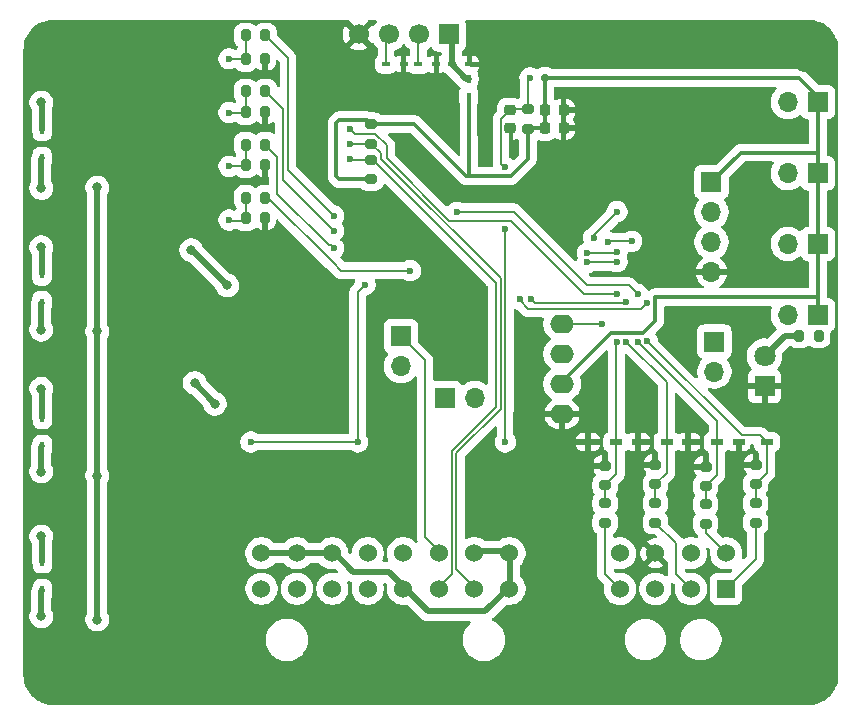
<source format=gbr>
%TF.GenerationSoftware,KiCad,Pcbnew,9.0.3*%
%TF.CreationDate,2025-07-23T10:37:12+02:00*%
%TF.ProjectId,DinoSpand_v2.0,44696e6f-5370-4616-9e64-5f76322e302e,rev?*%
%TF.SameCoordinates,Original*%
%TF.FileFunction,Copper,L2,Bot*%
%TF.FilePolarity,Positive*%
%FSLAX46Y46*%
G04 Gerber Fmt 4.6, Leading zero omitted, Abs format (unit mm)*
G04 Created by KiCad (PCBNEW 9.0.3) date 2025-07-23 10:37:12*
%MOMM*%
%LPD*%
G01*
G04 APERTURE LIST*
G04 Aperture macros list*
%AMRoundRect*
0 Rectangle with rounded corners*
0 $1 Rounding radius*
0 $2 $3 $4 $5 $6 $7 $8 $9 X,Y pos of 4 corners*
0 Add a 4 corners polygon primitive as box body*
4,1,4,$2,$3,$4,$5,$6,$7,$8,$9,$2,$3,0*
0 Add four circle primitives for the rounded corners*
1,1,$1+$1,$2,$3*
1,1,$1+$1,$4,$5*
1,1,$1+$1,$6,$7*
1,1,$1+$1,$8,$9*
0 Add four rect primitives between the rounded corners*
20,1,$1+$1,$2,$3,$4,$5,0*
20,1,$1+$1,$4,$5,$6,$7,0*
20,1,$1+$1,$6,$7,$8,$9,0*
20,1,$1+$1,$8,$9,$2,$3,0*%
G04 Aperture macros list end*
%TA.AperFunction,ComponentPad*%
%ADD10C,1.530000*%
%TD*%
%TA.AperFunction,ComponentPad*%
%ADD11R,1.530000X1.530000*%
%TD*%
%TA.AperFunction,ComponentPad*%
%ADD12R,1.700000X1.700000*%
%TD*%
%TA.AperFunction,ComponentPad*%
%ADD13O,1.700000X1.700000*%
%TD*%
%TA.AperFunction,ComponentPad*%
%ADD14C,1.700000*%
%TD*%
%TA.AperFunction,ComponentPad*%
%ADD15R,1.800000X1.800000*%
%TD*%
%TA.AperFunction,ComponentPad*%
%ADD16C,1.800000*%
%TD*%
%TA.AperFunction,SMDPad,CuDef*%
%ADD17RoundRect,0.200000X0.200000X0.275000X-0.200000X0.275000X-0.200000X-0.275000X0.200000X-0.275000X0*%
%TD*%
%TA.AperFunction,SMDPad,CuDef*%
%ADD18R,0.640000X0.420000*%
%TD*%
%TA.AperFunction,SMDPad,CuDef*%
%ADD19RoundRect,0.200000X0.275000X-0.200000X0.275000X0.200000X-0.275000X0.200000X-0.275000X-0.200000X0*%
%TD*%
%TA.AperFunction,SMDPad,CuDef*%
%ADD20RoundRect,0.225000X-0.225000X-0.250000X0.225000X-0.250000X0.225000X0.250000X-0.225000X0.250000X0*%
%TD*%
%TA.AperFunction,SMDPad,CuDef*%
%ADD21R,1.000000X0.500000*%
%TD*%
%TA.AperFunction,SMDPad,CuDef*%
%ADD22R,0.420000X0.720000*%
%TD*%
%TA.AperFunction,SMDPad,CuDef*%
%ADD23RoundRect,0.225000X-0.250000X0.225000X-0.250000X-0.225000X0.250000X-0.225000X0.250000X0.225000X0*%
%TD*%
%TA.AperFunction,SMDPad,CuDef*%
%ADD24RoundRect,0.200000X-0.275000X0.200000X-0.275000X-0.200000X0.275000X-0.200000X0.275000X0.200000X0*%
%TD*%
%TA.AperFunction,SMDPad,CuDef*%
%ADD25R,0.420000X0.640000*%
%TD*%
%TA.AperFunction,ComponentPad*%
%ADD26O,2.000000X1.600000*%
%TD*%
%TA.AperFunction,ViaPad*%
%ADD27C,4.000000*%
%TD*%
%TA.AperFunction,ViaPad*%
%ADD28C,0.600000*%
%TD*%
%TA.AperFunction,ViaPad*%
%ADD29C,0.700000*%
%TD*%
%TA.AperFunction,ViaPad*%
%ADD30C,0.800000*%
%TD*%
%TA.AperFunction,Conductor*%
%ADD31C,0.200000*%
%TD*%
%TA.AperFunction,Conductor*%
%ADD32C,0.300000*%
%TD*%
%TA.AperFunction,Conductor*%
%ADD33C,0.500000*%
%TD*%
G04 APERTURE END LIST*
D10*
%TO.P,J3,16,16*%
%TO.N,/InputOutput_BigConn/out4*%
X110650000Y-88672500D03*
%TO.P,J3,15,15*%
%TO.N,+12V*%
X110650000Y-85672500D03*
%TO.P,J3,14,14*%
%TO.N,/InputOutput_BigConn/out3*%
X113650000Y-88672500D03*
%TO.P,J3,13,13*%
%TO.N,+12V*%
X113650000Y-85672500D03*
%TO.P,J3,12,12*%
%TO.N,/InputOutput_BigConn/out2*%
X116650000Y-88672500D03*
%TO.P,J3,11,11*%
%TO.N,+12V*%
X116650000Y-85672500D03*
%TO.P,J3,10,10*%
%TO.N,/InputOutput_BigConn/out1*%
X119650000Y-88672500D03*
%TO.P,J3,9,9*%
%TO.N,/InputOutput_BigConn/sm1*%
X119650000Y-85672500D03*
%TO.P,J3,8,8*%
%TO.N,+12V*%
X122650000Y-88672500D03*
%TO.P,J3,7,7*%
%TO.N,/InputOutput_BigConn/sm2*%
X122650000Y-85672500D03*
%TO.P,J3,6,6*%
%TO.N,/Microcontroller/GPIO11*%
X125650000Y-88672500D03*
%TO.P,J3,5,5*%
%TO.N,/InputOutput_BigConn/cg*%
X125650000Y-85672500D03*
%TO.P,J3,4,4*%
%TO.N,/Microcontroller/GPIO10*%
X128650000Y-88672500D03*
%TO.P,J3,3,3*%
%TO.N,+12V*%
X128650000Y-85672500D03*
%TO.P,J3,2,2*%
X131650000Y-88672500D03*
%TO.P,J3,1,1*%
X131650000Y-85672500D03*
%TD*%
%TO.P,J11,8,8*%
%TO.N,unconnected-(J11-Pad8)*%
X141000000Y-85680000D03*
%TO.P,J11,7,7*%
%TO.N,GND*%
X144000000Y-85680000D03*
%TO.P,J11,6,6*%
%TO.N,+12V*%
X147000000Y-85680000D03*
%TO.P,J11,5,5*%
%TO.N,/3P_Pos*%
X150000000Y-85680000D03*
%TO.P,J11,4,4*%
%TO.N,/3P_W{slash}NW*%
X141000000Y-88680000D03*
%TO.P,J11,3,3*%
%TO.N,/PTO_Speed*%
X144000000Y-88680000D03*
%TO.P,J11,2,2*%
%TO.N,/ThG_Speed*%
X147000000Y-88680000D03*
D11*
%TO.P,J11,1,1*%
%TO.N,/TG_Speed*%
X150000000Y-88680000D03*
%TD*%
D12*
%TO.P,J4,1,Pin_1*%
%TO.N,Net-(J4-Pin_1)*%
X126175000Y-72510000D03*
D13*
%TO.P,J4,2,Pin_2*%
%TO.N,/Microcontroller/GPIO14*%
X128715000Y-72510000D03*
%TD*%
D12*
%TO.P,J10,1,Pin_1*%
%TO.N,+3V3*%
X157750000Y-65500000D03*
D13*
%TO.P,J10,2,Pin_2*%
%TO.N,/Microcontroller/GPIO7*%
X155210000Y-65500000D03*
%TD*%
D12*
%TO.P,J6,1,Pin_1*%
%TO.N,Net-(D12-A)*%
X126500000Y-41750000D03*
D14*
%TO.P,J6,2,Pin_2*%
%TO.N,/Microcontroller/USB_D-*%
X123960000Y-41750000D03*
%TO.P,J6,3,Pin_3*%
%TO.N,/Microcontroller/USB_D+*%
X121420000Y-41750000D03*
%TO.P,J6,4,Pin_4*%
%TO.N,GND*%
X118880000Y-41750000D03*
%TD*%
D12*
%TO.P,J9,1,Pin_1*%
%TO.N,+3V3*%
X157750000Y-59475000D03*
D13*
%TO.P,J9,2,Pin_2*%
%TO.N,/Microcontroller/GPIO6*%
X155210000Y-59475000D03*
%TD*%
D12*
%TO.P,J5,1,Pin_1*%
%TO.N,/InputOutput_BigConn/cg*%
X122450000Y-67285000D03*
D13*
%TO.P,J5,2,Pin_2*%
%TO.N,Net-(J4-Pin_1)*%
X122450000Y-69825000D03*
%TD*%
D15*
%TO.P,D16,1,K*%
%TO.N,GND*%
X153250000Y-71520000D03*
D16*
%TO.P,D16,2,A*%
%TO.N,Net-(D16-A)*%
X153250000Y-68980000D03*
%TD*%
D12*
%TO.P,J1,1,Pin_1*%
%TO.N,+3V3*%
X148750000Y-54250000D03*
D13*
%TO.P,J1,2,Pin_2*%
%TO.N,/Microcontroller/GPIO16*%
X148750000Y-56790000D03*
%TO.P,J1,3,Pin_3*%
%TO.N,/Microcontroller/GPIO15*%
X148750000Y-59330000D03*
%TO.P,J1,4,Pin_4*%
%TO.N,GND*%
X148750000Y-61870000D03*
%TD*%
D12*
%TO.P,J8,1,Pin_1*%
%TO.N,+3V3*%
X157750000Y-53500000D03*
D13*
%TO.P,J8,2,Pin_2*%
%TO.N,/Microcontroller/GPIO5*%
X155210000Y-53500000D03*
%TD*%
D12*
%TO.P,J2,1,Pin_1*%
%TO.N,/Microcontroller/GPIO17*%
X149000000Y-67750000D03*
D13*
%TO.P,J2,2,Pin_2*%
%TO.N,/Microcontroller/GPIO18*%
X149000000Y-70290000D03*
%TD*%
D17*
%TO.P,R10,1*%
%TO.N,/Microcontroller/GPIO48*%
X110975000Y-51075000D03*
%TO.P,R10,2*%
%TO.N,Net-(Q3-G)*%
X109325000Y-51075000D03*
%TD*%
D18*
%TO.P,D15,1,K1*%
%TO.N,Net-(D12-A)*%
X126750000Y-44250000D03*
%TO.P,D15,2,A*%
%TO.N,GND*%
X128250000Y-44250000D03*
%TD*%
D19*
%TO.P,R30,1*%
%TO.N,/Microcontroller/GPIO38*%
X148250000Y-80000000D03*
%TO.P,R30,2*%
%TO.N,GND*%
X148250000Y-78350000D03*
%TD*%
D20*
%TO.P,C2,1*%
%TO.N,+3V3*%
X134675000Y-48175000D03*
%TO.P,C2,2*%
%TO.N,GND*%
X136225000Y-48175000D03*
%TD*%
D19*
%TO.P,R1,1*%
%TO.N,+3V3*%
X133200000Y-49750000D03*
%TO.P,R1,2*%
%TO.N,/Microcontroller/CHIP_PU*%
X133200000Y-48100000D03*
%TD*%
%TO.P,R26,1*%
%TO.N,/Microcontroller/GPIO35*%
X144000000Y-79825000D03*
%TO.P,R26,2*%
%TO.N,GND*%
X144000000Y-78175000D03*
%TD*%
D17*
%TO.P,R14,1*%
%TO.N,/Microcontroller/GPIO37*%
X110975000Y-55575000D03*
%TO.P,R14,2*%
%TO.N,Net-(Q4-G)*%
X109325000Y-55575000D03*
%TD*%
D20*
%TO.P,C1,1*%
%TO.N,+3V3*%
X134675000Y-49675000D03*
%TO.P,C1,2*%
%TO.N,GND*%
X136225000Y-49675000D03*
%TD*%
D17*
%TO.P,R2,1*%
%TO.N,/Microcontroller/GPIO21*%
X110975000Y-41825000D03*
%TO.P,R2,2*%
%TO.N,Net-(Q1-G)*%
X109325000Y-41825000D03*
%TD*%
%TO.P,R6,1*%
%TO.N,GND*%
X110975000Y-48325000D03*
%TO.P,R6,2*%
%TO.N,Net-(Q2-G)*%
X109325000Y-48325000D03*
%TD*%
%TO.P,R11,1*%
%TO.N,GND*%
X110975000Y-52825000D03*
%TO.P,R11,2*%
%TO.N,Net-(Q3-G)*%
X109325000Y-52825000D03*
%TD*%
D19*
%TO.P,R29,1*%
%TO.N,/3P_Pos*%
X148250000Y-83175000D03*
%TO.P,R29,2*%
%TO.N,/Microcontroller/GPIO38*%
X148250000Y-81525000D03*
%TD*%
D17*
%TO.P,R5,1*%
%TO.N,/Microcontroller/GPIO47*%
X110975000Y-46575000D03*
%TO.P,R5,2*%
%TO.N,Net-(Q2-G)*%
X109325000Y-46575000D03*
%TD*%
D21*
%TO.P,D11,1,K*%
%TO.N,/Microcontroller/GPIO38*%
X149200000Y-76250000D03*
%TO.P,D11,2,A*%
%TO.N,GND*%
X146800000Y-76250000D03*
%TD*%
D22*
%TO.P,D6,1,K*%
%TO.N,+12V*%
X92101551Y-88820552D03*
%TO.P,D6,2,A*%
%TO.N,Net-(D6-A)*%
X92101551Y-86420552D03*
%TD*%
D23*
%TO.P,C3,1*%
%TO.N,/Microcontroller/CHIP_PU*%
X131700000Y-48150000D03*
%TO.P,C3,2*%
%TO.N,GND*%
X131700000Y-49700000D03*
%TD*%
D24*
%TO.P,R4,1*%
%TO.N,+3V3*%
X119925000Y-49350000D03*
%TO.P,R4,2*%
%TO.N,/Microcontroller/GPIO10*%
X119925000Y-51000000D03*
%TD*%
D21*
%TO.P,D8,1,K*%
%TO.N,/Microcontroller/GPIO36*%
X153450000Y-76250000D03*
%TO.P,D8,2,A*%
%TO.N,GND*%
X151050000Y-76250000D03*
%TD*%
D22*
%TO.P,D3,1,K*%
%TO.N,+12V*%
X92098888Y-76591233D03*
%TO.P,D3,2,A*%
%TO.N,Net-(D3-A)*%
X92098888Y-74191233D03*
%TD*%
D18*
%TO.P,D14,1,K1*%
%TO.N,/Microcontroller/USB_D-*%
X123940000Y-44276476D03*
%TO.P,D14,2,A*%
%TO.N,GND*%
X125440000Y-44276476D03*
%TD*%
D17*
%TO.P,R15,1*%
%TO.N,GND*%
X110975000Y-57325000D03*
%TO.P,R15,2*%
%TO.N,Net-(Q4-G)*%
X109325000Y-57325000D03*
%TD*%
%TO.P,R31,1*%
%TO.N,+3V3*%
X157825000Y-67250000D03*
%TO.P,R31,2*%
%TO.N,Net-(D16-A)*%
X156175000Y-67250000D03*
%TD*%
D19*
%TO.P,R24,1*%
%TO.N,/Microcontroller/GPIO36*%
X152500000Y-79825000D03*
%TO.P,R24,2*%
%TO.N,GND*%
X152500000Y-78175000D03*
%TD*%
D25*
%TO.P,D12,1,K*%
%TO.N,+3V3*%
X128190000Y-47000000D03*
%TO.P,D12,2,A*%
%TO.N,Net-(D12-A)*%
X128190000Y-45500000D03*
%TD*%
D17*
%TO.P,R3,1*%
%TO.N,GND*%
X110975000Y-43825000D03*
%TO.P,R3,2*%
%TO.N,Net-(Q1-G)*%
X109325000Y-43825000D03*
%TD*%
D21*
%TO.P,D10,1,K*%
%TO.N,/Microcontroller/GPIO9*%
X140700000Y-76261340D03*
%TO.P,D10,2,A*%
%TO.N,GND*%
X138300000Y-76261340D03*
%TD*%
D19*
%TO.P,R25,1*%
%TO.N,/ThG_Speed*%
X144000000Y-83075000D03*
%TO.P,R25,2*%
%TO.N,/Microcontroller/GPIO35*%
X144000000Y-81425000D03*
%TD*%
D22*
%TO.P,D1,1,K*%
%TO.N,+12V*%
X92075000Y-52225000D03*
%TO.P,D1,2,A*%
%TO.N,Net-(D1-A)*%
X92075000Y-49825000D03*
%TD*%
D26*
%TO.P,U1,1,GND*%
%TO.N,GND*%
X136100000Y-73870000D03*
%TO.P,U1,2,VCC*%
%TO.N,+3V3*%
X136100000Y-71330000D03*
%TO.P,U1,3,SCL*%
%TO.N,/Microcontroller/GPIO16*%
X136100000Y-68790000D03*
%TO.P,U1,4,SDA*%
%TO.N,/Microcontroller/GPIO15*%
X136100000Y-66250000D03*
%TD*%
D19*
%TO.P,R28,1*%
%TO.N,/Microcontroller/GPIO9*%
X139750000Y-79911340D03*
%TO.P,R28,2*%
%TO.N,GND*%
X139750000Y-78261340D03*
%TD*%
%TO.P,R7,1*%
%TO.N,+3V3*%
X119925000Y-54000000D03*
%TO.P,R7,2*%
%TO.N,/Microcontroller/GPIO11*%
X119925000Y-52350000D03*
%TD*%
%TO.P,R27,1*%
%TO.N,/3P_W{slash}NW*%
X139750000Y-83086340D03*
%TO.P,R27,2*%
%TO.N,/Microcontroller/GPIO9*%
X139750000Y-81436340D03*
%TD*%
D21*
%TO.P,D9,1,K*%
%TO.N,/Microcontroller/GPIO35*%
X144950000Y-76250000D03*
%TO.P,D9,2,A*%
%TO.N,GND*%
X142550000Y-76250000D03*
%TD*%
D18*
%TO.P,D13,1,K1*%
%TO.N,/Microcontroller/USB_D+*%
X121190000Y-44250000D03*
%TO.P,D13,2,A*%
%TO.N,GND*%
X122690000Y-44250000D03*
%TD*%
D19*
%TO.P,R23,1*%
%TO.N,/TG_Speed*%
X152500000Y-83075000D03*
%TO.P,R23,2*%
%TO.N,/Microcontroller/GPIO36*%
X152500000Y-81425000D03*
%TD*%
D22*
%TO.P,D2,1,K*%
%TO.N,+12V*%
X92062612Y-64442980D03*
%TO.P,D2,2,A*%
%TO.N,Net-(D2-A)*%
X92062612Y-62042980D03*
%TD*%
D12*
%TO.P,J7,1,Pin_1*%
%TO.N,+3V3*%
X157750000Y-47475000D03*
D13*
%TO.P,J7,2,Pin_2*%
%TO.N,/Microcontroller/GPIO4*%
X155210000Y-47475000D03*
%TD*%
D27*
%TO.N,GND*%
X157000000Y-43000000D03*
X93000000Y-43000000D03*
X93000000Y-96000000D03*
X157000000Y-96000000D03*
D28*
X157750000Y-92750000D03*
X157750000Y-91250000D03*
X157750000Y-89750000D03*
X157750000Y-88250000D03*
X156250000Y-92750000D03*
X156250000Y-91250000D03*
X156250000Y-89750000D03*
X156250000Y-88250000D03*
X156250000Y-79250000D03*
X156250000Y-77750000D03*
X156250000Y-76250000D03*
X156250000Y-74750000D03*
X156250000Y-62750000D03*
X156250000Y-61250000D03*
X156250000Y-56750000D03*
X156250000Y-55250000D03*
X156250000Y-50750000D03*
X156250000Y-49250000D03*
X154750000Y-92750000D03*
X154750000Y-91250000D03*
X154750000Y-89750000D03*
X154750000Y-88250000D03*
X154750000Y-85250000D03*
X154750000Y-83750000D03*
X154750000Y-82250000D03*
X154750000Y-80750000D03*
X154750000Y-79250000D03*
X154750000Y-77750000D03*
X154750000Y-74750000D03*
X154750000Y-73250000D03*
X154750000Y-62750000D03*
X154750000Y-61250000D03*
X154750000Y-56750000D03*
X154750000Y-55250000D03*
X154750000Y-50750000D03*
X154750000Y-49250000D03*
X153250000Y-97250000D03*
X153250000Y-95750000D03*
X153250000Y-94250000D03*
X153250000Y-92750000D03*
X153250000Y-91250000D03*
X153250000Y-89750000D03*
X153250000Y-88250000D03*
X153250000Y-73250000D03*
X153250000Y-62750000D03*
X153250000Y-56750000D03*
X153250000Y-50750000D03*
X153250000Y-43250000D03*
X153250000Y-41750000D03*
X151750000Y-97250000D03*
X151750000Y-95750000D03*
X151750000Y-94250000D03*
X151750000Y-92750000D03*
X151750000Y-91250000D03*
X151750000Y-89750000D03*
X151750000Y-73250000D03*
X151750000Y-62750000D03*
X151750000Y-43250000D03*
X151750000Y-41750000D03*
X150250000Y-97250000D03*
X150250000Y-95750000D03*
X150250000Y-94250000D03*
X150250000Y-92750000D03*
X150250000Y-91250000D03*
X150250000Y-83750000D03*
X150250000Y-82250000D03*
X150250000Y-80750000D03*
X150250000Y-79250000D03*
X150250000Y-77750000D03*
X150250000Y-43250000D03*
X150250000Y-41750000D03*
X148750000Y-97250000D03*
X148750000Y-95750000D03*
X148750000Y-43250000D03*
X148750000Y-41750000D03*
X147250000Y-97250000D03*
X147250000Y-95750000D03*
X147250000Y-74750000D03*
X147250000Y-52250000D03*
X147250000Y-50750000D03*
X147250000Y-43250000D03*
X147250000Y-41750000D03*
X145750000Y-97250000D03*
X145750000Y-95750000D03*
X145750000Y-82250000D03*
X145750000Y-80750000D03*
X145750000Y-61250000D03*
X145750000Y-55250000D03*
X145750000Y-53750000D03*
X145750000Y-52250000D03*
X145750000Y-50750000D03*
X145750000Y-43250000D03*
X145750000Y-41750000D03*
X144250000Y-97250000D03*
X144250000Y-95750000D03*
X144250000Y-55250000D03*
X144250000Y-53750000D03*
X144250000Y-52250000D03*
X144250000Y-50750000D03*
X144250000Y-43250000D03*
X144250000Y-41750000D03*
X142750000Y-97250000D03*
X142750000Y-95750000D03*
X142750000Y-74750000D03*
X142750000Y-73250000D03*
X142750000Y-71750000D03*
X142750000Y-55250000D03*
X142750000Y-53750000D03*
X142750000Y-52250000D03*
X142750000Y-50750000D03*
X142750000Y-43250000D03*
X142750000Y-41750000D03*
X141250000Y-97250000D03*
X141250000Y-95750000D03*
X141250000Y-82250000D03*
X141250000Y-80750000D03*
X141250000Y-55250000D03*
X141250000Y-53750000D03*
X141250000Y-52250000D03*
X141250000Y-50750000D03*
X141250000Y-43250000D03*
X141250000Y-41750000D03*
X139750000Y-97250000D03*
X139750000Y-95750000D03*
X139750000Y-94250000D03*
X139750000Y-92750000D03*
X139750000Y-91250000D03*
X139750000Y-74750000D03*
X139750000Y-73250000D03*
X139750000Y-71750000D03*
X139750000Y-70250000D03*
X139750000Y-55250000D03*
X139750000Y-53750000D03*
X139750000Y-52250000D03*
X139750000Y-50750000D03*
X139750000Y-43250000D03*
X139750000Y-41750000D03*
X138250000Y-97250000D03*
X138250000Y-95750000D03*
X138250000Y-94250000D03*
X138250000Y-92750000D03*
X138250000Y-91250000D03*
X138250000Y-89750000D03*
X138250000Y-88250000D03*
X138250000Y-86750000D03*
X138250000Y-82250000D03*
X138250000Y-80750000D03*
X138250000Y-79250000D03*
X138250000Y-77750000D03*
X138250000Y-74750000D03*
X138250000Y-73250000D03*
X138250000Y-71750000D03*
X138250000Y-53750000D03*
X138250000Y-52250000D03*
X138250000Y-50750000D03*
X138250000Y-43250000D03*
X138250000Y-41750000D03*
X136750000Y-97250000D03*
X136750000Y-95750000D03*
X136750000Y-94250000D03*
X136750000Y-92750000D03*
X136750000Y-91250000D03*
X136750000Y-89750000D03*
X136750000Y-88250000D03*
X136750000Y-86750000D03*
X136750000Y-82250000D03*
X136750000Y-80750000D03*
X136750000Y-79250000D03*
X136750000Y-77750000D03*
X136750000Y-76250000D03*
X136750000Y-58250000D03*
X136750000Y-52250000D03*
X136750000Y-43250000D03*
X136750000Y-41750000D03*
X135250000Y-97250000D03*
X135250000Y-95750000D03*
X135250000Y-94250000D03*
X135250000Y-92750000D03*
X135250000Y-91250000D03*
X135250000Y-89750000D03*
X135250000Y-88250000D03*
X135250000Y-86750000D03*
X135250000Y-82250000D03*
X135250000Y-80750000D03*
X135250000Y-79250000D03*
X135250000Y-77750000D03*
X135250000Y-76250000D03*
X135250000Y-56750000D03*
X135250000Y-43250000D03*
X135250000Y-41750000D03*
X133750000Y-97250000D03*
X133750000Y-95750000D03*
X133750000Y-94250000D03*
X133750000Y-92750000D03*
X133750000Y-91250000D03*
X133750000Y-89750000D03*
X133750000Y-88250000D03*
X133750000Y-86750000D03*
X133750000Y-82250000D03*
X133750000Y-80750000D03*
X133750000Y-79250000D03*
X133750000Y-77750000D03*
X133750000Y-76250000D03*
X133750000Y-70250000D03*
X133750000Y-68750000D03*
X133750000Y-67250000D03*
X133750000Y-55250000D03*
X133750000Y-43250000D03*
X133750000Y-41750000D03*
X132250000Y-97250000D03*
X132250000Y-95750000D03*
X132250000Y-94250000D03*
X132250000Y-92750000D03*
X132250000Y-91250000D03*
X132250000Y-71750000D03*
X132250000Y-70250000D03*
X132250000Y-55250000D03*
X132250000Y-43250000D03*
X132250000Y-41750000D03*
X130750000Y-97250000D03*
X130750000Y-95750000D03*
X130750000Y-83750000D03*
X130750000Y-43250000D03*
X130750000Y-41750000D03*
X129250000Y-97250000D03*
X129250000Y-95750000D03*
X129250000Y-83750000D03*
X129250000Y-82250000D03*
X129250000Y-80750000D03*
X129250000Y-79250000D03*
X129250000Y-77750000D03*
X129250000Y-41750000D03*
X127750000Y-97250000D03*
X127750000Y-95750000D03*
X126250000Y-97250000D03*
X126250000Y-95750000D03*
X126250000Y-94250000D03*
X126250000Y-92750000D03*
X126250000Y-49250000D03*
X124750000Y-97250000D03*
X124750000Y-95750000D03*
X124750000Y-94250000D03*
X124750000Y-92750000D03*
X123250000Y-97250000D03*
X123250000Y-95750000D03*
X123250000Y-94250000D03*
X123250000Y-92750000D03*
X123250000Y-83750000D03*
X121750000Y-97250000D03*
X121750000Y-95750000D03*
X121750000Y-94250000D03*
X121750000Y-92750000D03*
X121750000Y-91250000D03*
X120250000Y-97250000D03*
X120250000Y-95750000D03*
X120250000Y-94250000D03*
X120250000Y-92750000D03*
X120250000Y-91250000D03*
X120250000Y-73250000D03*
X120250000Y-71750000D03*
X120250000Y-70250000D03*
X120250000Y-68750000D03*
X120250000Y-67250000D03*
X118750000Y-97250000D03*
X118750000Y-95750000D03*
X118750000Y-94250000D03*
X118750000Y-92750000D03*
X118750000Y-91250000D03*
X117250000Y-97250000D03*
X117250000Y-95750000D03*
X117250000Y-94250000D03*
X117250000Y-92750000D03*
X117250000Y-91250000D03*
X117250000Y-44750000D03*
X115750000Y-97250000D03*
X115750000Y-95750000D03*
X115750000Y-94250000D03*
X115750000Y-92750000D03*
X115750000Y-91250000D03*
X115750000Y-71750000D03*
X115750000Y-52250000D03*
X115750000Y-50750000D03*
X115750000Y-49250000D03*
X115750000Y-47750000D03*
X115750000Y-46250000D03*
X115750000Y-44750000D03*
X115750000Y-43250000D03*
X115750000Y-41750000D03*
X114250000Y-97250000D03*
X114250000Y-95750000D03*
X114250000Y-70250000D03*
X114250000Y-68750000D03*
X114250000Y-52250000D03*
X114250000Y-50750000D03*
X114250000Y-49250000D03*
X114250000Y-47750000D03*
X114250000Y-46250000D03*
X114250000Y-44750000D03*
X114250000Y-43250000D03*
X114250000Y-41750000D03*
X112750000Y-97250000D03*
X112750000Y-95750000D03*
X112750000Y-80750000D03*
X112750000Y-79250000D03*
X112750000Y-77750000D03*
X112750000Y-74750000D03*
X112750000Y-70250000D03*
X112750000Y-65750000D03*
X112750000Y-64250000D03*
X112750000Y-62750000D03*
X112750000Y-61250000D03*
X112750000Y-59750000D03*
X111250000Y-97250000D03*
X111250000Y-95750000D03*
X111250000Y-65750000D03*
X111250000Y-64250000D03*
X111250000Y-62750000D03*
X111250000Y-61250000D03*
X111250000Y-59750000D03*
X109750000Y-97250000D03*
X109750000Y-95750000D03*
X109750000Y-94250000D03*
X109750000Y-92750000D03*
X109750000Y-73250000D03*
X109750000Y-71750000D03*
X109750000Y-65750000D03*
X109750000Y-64250000D03*
X109750000Y-62750000D03*
X109750000Y-61250000D03*
X109750000Y-59750000D03*
X108250000Y-97250000D03*
X108250000Y-95750000D03*
X108250000Y-94250000D03*
X108250000Y-92750000D03*
X108250000Y-61250000D03*
X108250000Y-59750000D03*
X106750000Y-97250000D03*
X106750000Y-95750000D03*
X106750000Y-94250000D03*
X106750000Y-92750000D03*
X106750000Y-86750000D03*
X105250000Y-97250000D03*
X105250000Y-95750000D03*
X105250000Y-94250000D03*
X105250000Y-92750000D03*
X105250000Y-86750000D03*
X105250000Y-46250000D03*
X105250000Y-44750000D03*
X105250000Y-43250000D03*
X103750000Y-97250000D03*
X103750000Y-95750000D03*
X103750000Y-94250000D03*
X103750000Y-86750000D03*
X103750000Y-52250000D03*
X103750000Y-44750000D03*
X103750000Y-43250000D03*
X102250000Y-97250000D03*
X102250000Y-95750000D03*
X102250000Y-94250000D03*
X102250000Y-86750000D03*
X102250000Y-52250000D03*
X102250000Y-44750000D03*
X102250000Y-43250000D03*
X100750000Y-97250000D03*
X100750000Y-95750000D03*
X100750000Y-94250000D03*
X100750000Y-86750000D03*
X100750000Y-44750000D03*
X100750000Y-43250000D03*
X99250000Y-97250000D03*
X99250000Y-95750000D03*
X99250000Y-94250000D03*
X99250000Y-86750000D03*
X99250000Y-74750000D03*
X99250000Y-62750000D03*
X99250000Y-50750000D03*
X99250000Y-44750000D03*
X97750000Y-97250000D03*
X97750000Y-95750000D03*
X97750000Y-94250000D03*
X97750000Y-52250000D03*
X97750000Y-50750000D03*
X96250000Y-97250000D03*
X96250000Y-95750000D03*
X96250000Y-94250000D03*
X96250000Y-92750000D03*
X96250000Y-52250000D03*
X96250000Y-50750000D03*
X96250000Y-49250000D03*
X96250000Y-47750000D03*
X96250000Y-41750000D03*
X94750000Y-92750000D03*
X94750000Y-89750000D03*
X94750000Y-88250000D03*
X94750000Y-86750000D03*
X94750000Y-85250000D03*
X94750000Y-80750000D03*
X94750000Y-77750000D03*
X94750000Y-76250000D03*
X94750000Y-74750000D03*
X94750000Y-73250000D03*
X94750000Y-65750000D03*
X94750000Y-64250000D03*
X94750000Y-62750000D03*
X94750000Y-61250000D03*
X94750000Y-52250000D03*
X94750000Y-50750000D03*
X94750000Y-49250000D03*
X93250000Y-88250000D03*
X93250000Y-86750000D03*
X93250000Y-76250000D03*
X93250000Y-74750000D03*
X93250000Y-64250000D03*
X93250000Y-62750000D03*
X93250000Y-52250000D03*
X93250000Y-50750000D03*
%TO.N,/Microcontroller/GPIO38*%
X127200735Y-56799265D03*
%TO.N,/Microcontroller/GPIO37*%
X123250000Y-61750000D03*
%TO.N,+3V3*%
X157875000Y-67125000D03*
D29*
X134665000Y-45425000D03*
D28*
%TO.N,GND*%
X132000000Y-52000000D03*
%TO.N,/Microcontroller/CHIP_PU*%
X131250000Y-53000000D03*
X131250000Y-58250000D03*
X133395000Y-45425000D03*
X131300000Y-76250000D03*
D30*
%TO.N,+12V*%
X96750000Y-54690000D03*
X92000000Y-66750000D03*
X96750000Y-66890000D03*
X92000000Y-78750000D03*
X92000000Y-54750000D03*
X92000000Y-91000000D03*
X96750000Y-79090000D03*
X96750000Y-91290000D03*
%TO.N,Net-(D1-A)*%
X92000000Y-47500000D03*
%TO.N,Net-(D2-A)*%
X92000000Y-59750000D03*
%TO.N,Net-(D3-A)*%
X92000000Y-71750000D03*
%TO.N,Net-(D6-A)*%
X92000000Y-84250000D03*
D28*
%TO.N,/Microcontroller/GPIO9*%
X140750000Y-67750000D03*
X118175000Y-49750000D03*
X140750000Y-63750000D03*
%TO.N,/Microcontroller/GPIO15*%
X140000000Y-59350000D03*
X139500000Y-66250000D03*
X142000000Y-59250000D03*
%TO.N,/Microcontroller/GPIO16*%
X138775735Y-58974265D03*
X140750000Y-56750000D03*
%TO.N,/Microcontroller/GPIO38*%
X142500000Y-67750000D03*
X142500000Y-63750000D03*
%TO.N,Net-(Q1-G)*%
X107900000Y-43810000D03*
%TO.N,Net-(Q2-G)*%
X107900000Y-48360000D03*
%TO.N,Net-(Q3-G)*%
X107900000Y-52910000D03*
%TO.N,Net-(Q4-G)*%
X107900000Y-57460000D03*
%TO.N,/Microcontroller/GPIO21*%
X116750000Y-57100000D03*
%TO.N,/Microcontroller/GPIO10*%
X118175000Y-51000000D03*
%TO.N,/Microcontroller/GPIO47*%
X116755770Y-58357240D03*
%TO.N,/Microcontroller/GPIO11*%
X118175000Y-52270000D03*
D30*
%TO.N,/InputOutput_BigConn/out1*%
X107750000Y-63000000D03*
X104700000Y-60000000D03*
D28*
%TO.N,/Microcontroller/GPIO48*%
X116750000Y-59850000D03*
%TO.N,/Microcontroller/GPIO18*%
X140750000Y-61000000D03*
X138250000Y-61050003D03*
%TO.N,/Microcontroller/GPIO0*%
X119425000Y-62925000D03*
X109750000Y-76250000D03*
X118800000Y-76250000D03*
D30*
%TO.N,/InputOutput_BigConn/out2*%
X106709190Y-73025736D03*
X105000000Y-71250000D03*
D28*
%TO.N,/Microcontroller/GPIO35*%
X133500000Y-64175002D03*
X141550003Y-64400000D03*
X141550003Y-67750000D03*
%TO.N,/Microcontroller/GPIO17*%
X140750000Y-60199997D03*
X138250000Y-60250000D03*
%TO.N,/Microcontroller/GPIO36*%
X143250000Y-64500000D03*
X143324266Y-67725737D03*
X132500000Y-64175002D03*
%TD*%
D31*
%TO.N,/Microcontroller/CHIP_PU*%
X131276501Y-76226501D02*
X131300000Y-76250000D01*
X131276501Y-62209401D02*
X131301000Y-62233900D01*
X131276501Y-58276501D02*
X131276501Y-62209401D01*
X131301000Y-73581786D02*
X131276501Y-73606285D01*
X131250000Y-58250000D02*
X131276501Y-58276501D01*
X131301000Y-62233900D02*
X131301000Y-73581786D01*
X131276501Y-73606285D02*
X131276501Y-76226501D01*
%TO.N,/Microcontroller/GPIO9*%
X118576000Y-50151000D02*
X118175000Y-49750000D01*
X120265064Y-50151000D02*
X118576000Y-50151000D01*
X121250000Y-51135936D02*
X120265064Y-50151000D01*
X126567100Y-57500000D02*
X121250000Y-52182900D01*
X138000000Y-63750000D02*
X131750000Y-57500000D01*
X131750000Y-57500000D02*
X126567100Y-57500000D01*
X121250000Y-52182900D02*
X121250000Y-51135936D01*
X140750000Y-63750000D02*
X138000000Y-63750000D01*
%TO.N,/Microcontroller/GPIO38*%
X138250000Y-63000000D02*
X141750000Y-63000000D01*
X127250000Y-56750000D02*
X132000000Y-56750000D01*
X127200735Y-56799265D02*
X127250000Y-56750000D01*
X132000000Y-56750000D02*
X138250000Y-63000000D01*
X141750000Y-63000000D02*
X142500000Y-63750000D01*
%TO.N,/Microcontroller/GPIO10*%
X120750000Y-52250000D02*
X120750000Y-51825000D01*
X120750000Y-51825000D02*
X119925000Y-51000000D01*
X130900000Y-62400000D02*
X120750000Y-52250000D01*
X127140000Y-86962500D02*
X127140000Y-77175685D01*
X127140000Y-77175685D02*
X130900000Y-73415686D01*
X128675000Y-88497500D02*
X127140000Y-86962500D01*
X130900000Y-73415686D02*
X130900000Y-62400000D01*
%TO.N,/Microcontroller/GPIO11*%
X130500000Y-62750000D02*
X120100000Y-52350000D01*
X130500000Y-73250000D02*
X130500000Y-62750000D01*
X126740000Y-77010000D02*
X130500000Y-73250000D01*
X126740000Y-87432500D02*
X126740000Y-77010000D01*
X125675000Y-88497500D02*
X126740000Y-87432500D01*
X120100000Y-52350000D02*
X119925000Y-52350000D01*
%TO.N,/Microcontroller/GPIO37*%
X117400000Y-61750000D02*
X123250000Y-61750000D01*
X116700000Y-61050000D02*
X117400000Y-61750000D01*
D32*
%TO.N,+3V3*%
X157750000Y-63000000D02*
X157750000Y-65500000D01*
X148750000Y-54250000D02*
X151250000Y-51750000D01*
X157750000Y-64000000D02*
X157750000Y-63000000D01*
X117250000Y-54000000D02*
X117000000Y-53750000D01*
X128190000Y-50540000D02*
X128250000Y-50600000D01*
X123600000Y-49350000D02*
X128000000Y-53750000D01*
X117000000Y-53750000D02*
X117000000Y-49250000D01*
X134675000Y-48175000D02*
X134675000Y-46850000D01*
X133275000Y-49675000D02*
X133200000Y-49750000D01*
X119925000Y-54000000D02*
X117250000Y-54000000D01*
X133200000Y-52300000D02*
X133200000Y-49750000D01*
X117250000Y-49000000D02*
X119575000Y-49000000D01*
X136100000Y-71330000D02*
X136100000Y-71150000D01*
X117000000Y-49250000D02*
X117250000Y-49000000D01*
X134675000Y-49675000D02*
X134675000Y-48175000D01*
X151250000Y-51750000D02*
X157750000Y-51750000D01*
X131750000Y-53750000D02*
X133200000Y-52300000D01*
X157750000Y-51750000D02*
X157750000Y-53500000D01*
X142987928Y-67000000D02*
X144000000Y-65987928D01*
X134675000Y-45435000D02*
X134665000Y-45425000D01*
X128190000Y-47000000D02*
X128190000Y-50540000D01*
X134675000Y-49675000D02*
X133275000Y-49675000D01*
X157750000Y-47000000D02*
X157750000Y-47475000D01*
X134675000Y-46850000D02*
X134675000Y-45435000D01*
X144000000Y-64000000D02*
X157750000Y-64000000D01*
X157750000Y-47475000D02*
X157750000Y-51750000D01*
X128000000Y-53750000D02*
X128250000Y-53750000D01*
X144000000Y-65987928D02*
X144000000Y-64000000D01*
X136100000Y-71150000D02*
X140250000Y-67000000D01*
X119575000Y-49000000D02*
X119925000Y-49350000D01*
X134665000Y-45425000D02*
X156175000Y-45425000D01*
X128250000Y-53750000D02*
X131750000Y-53750000D01*
X119925000Y-49350000D02*
X123600000Y-49350000D01*
X156175000Y-45425000D02*
X157750000Y-47000000D01*
X157750000Y-59475000D02*
X157750000Y-63000000D01*
X140250000Y-67000000D02*
X142987928Y-67000000D01*
X157750000Y-53500000D02*
X157750000Y-59475000D01*
X128250000Y-53750000D02*
X128250000Y-50600000D01*
D31*
%TO.N,/Microcontroller/CHIP_PU*%
X130924000Y-48926000D02*
X131700000Y-48150000D01*
X133200000Y-45620000D02*
X133395000Y-45425000D01*
X133200000Y-48100000D02*
X133200000Y-45620000D01*
X131250000Y-53000000D02*
X130924000Y-52674000D01*
X131750000Y-48100000D02*
X131700000Y-48150000D01*
X130924000Y-52674000D02*
X130924000Y-48926000D01*
X133200000Y-48100000D02*
X131750000Y-48100000D01*
D33*
%TO.N,+12V*%
X92000000Y-91000000D02*
X92000000Y-88922103D01*
X96750000Y-79090000D02*
X96750000Y-66890000D01*
X124739790Y-90562290D02*
X129610210Y-90562290D01*
X92000000Y-54750000D02*
X92000000Y-52300000D01*
X92000000Y-88922103D02*
X92101551Y-88820552D01*
X110675000Y-85497500D02*
X110850000Y-85672500D01*
X92000000Y-66750000D02*
X92000000Y-64505592D01*
X131675000Y-85497500D02*
X128675000Y-85497500D01*
X92000000Y-52300000D02*
X92075000Y-52225000D01*
X116850000Y-85672500D02*
X118427500Y-87250000D01*
X121427500Y-87250000D02*
X124739790Y-90562290D01*
X118427500Y-87250000D02*
X121427500Y-87250000D01*
X131675000Y-88497500D02*
X131675000Y-85497500D01*
X92000000Y-76690121D02*
X92098888Y-76591233D01*
X110850000Y-85672500D02*
X116850000Y-85672500D01*
X92000000Y-78750000D02*
X92000000Y-76690121D01*
X129610210Y-90562290D02*
X131675000Y-88497500D01*
X92000000Y-64505592D02*
X92062612Y-64442980D01*
X96750000Y-66890000D02*
X96750000Y-54690000D01*
X96750000Y-91290000D02*
X96750000Y-79090000D01*
%TO.N,Net-(D1-A)*%
X92075000Y-47575000D02*
X92000000Y-47500000D01*
X92075000Y-49825000D02*
X92075000Y-47575000D01*
%TO.N,Net-(D2-A)*%
X92062612Y-62042980D02*
X92062612Y-59812612D01*
X92062612Y-59812612D02*
X92000000Y-59750000D01*
%TO.N,Net-(D3-A)*%
X92098888Y-71848888D02*
X92000000Y-71750000D01*
X92098888Y-74191233D02*
X92098888Y-71848888D01*
%TO.N,Net-(D6-A)*%
X92101551Y-86420552D02*
X92101551Y-84351551D01*
X92101551Y-84351551D02*
X92000000Y-84250000D01*
D31*
%TO.N,/Microcontroller/GPIO9*%
X139750000Y-81436340D02*
X139750000Y-79911340D01*
X139750000Y-79911340D02*
X140700000Y-78961340D01*
X140700000Y-76261340D02*
X140700000Y-67800000D01*
X140700000Y-67800000D02*
X140750000Y-67750000D01*
X140700000Y-78961340D02*
X140700000Y-76261340D01*
%TO.N,/Microcontroller/GPIO15*%
X140100000Y-59250000D02*
X140000000Y-59350000D01*
X142000000Y-59250000D02*
X140100000Y-59250000D01*
X139500000Y-66250000D02*
X136100000Y-66250000D01*
%TO.N,/Microcontroller/GPIO16*%
X138775735Y-58724265D02*
X138775735Y-58974265D01*
X140750000Y-56750000D02*
X138775735Y-58724265D01*
%TO.N,/Microcontroller/GPIO38*%
X148250000Y-80000000D02*
X149200000Y-79050000D01*
X149200000Y-79050000D02*
X149200000Y-76250000D01*
X149200000Y-76250000D02*
X149200000Y-74450000D01*
X148250000Y-81525000D02*
X148250000Y-80000000D01*
X149200000Y-74450000D02*
X142500000Y-67750000D01*
%TO.N,/Microcontroller/USB_D+*%
X121190000Y-41980000D02*
X121420000Y-41750000D01*
X121190000Y-44250000D02*
X121190000Y-41980000D01*
%TO.N,/Microcontroller/USB_D-*%
X123940000Y-41770000D02*
X123960000Y-41750000D01*
X123940000Y-44276476D02*
X123940000Y-41770000D01*
D33*
%TO.N,Net-(D12-A)*%
X126750000Y-44250000D02*
X126750000Y-42000000D01*
X128190000Y-45500000D02*
X128000000Y-45500000D01*
X126750000Y-42000000D02*
X126500000Y-41750000D01*
X128000000Y-45500000D02*
X126750000Y-44250000D01*
D31*
%TO.N,Net-(Q1-G)*%
X109325000Y-43825000D02*
X109310000Y-43810000D01*
X109310000Y-43810000D02*
X107900000Y-43810000D01*
X109325000Y-41825000D02*
X109325000Y-43825000D01*
%TO.N,Net-(Q2-G)*%
X109325000Y-46575000D02*
X109325000Y-48325000D01*
X109325000Y-48325000D02*
X109290000Y-48360000D01*
X109290000Y-48360000D02*
X107900000Y-48360000D01*
%TO.N,Net-(Q3-G)*%
X109240000Y-52910000D02*
X109325000Y-52825000D01*
X107900000Y-52910000D02*
X109240000Y-52910000D01*
X109325000Y-51075000D02*
X109325000Y-52825000D01*
%TO.N,Net-(Q4-G)*%
X109150000Y-57500000D02*
X109325000Y-57325000D01*
X107940000Y-57500000D02*
X109150000Y-57500000D01*
X107900000Y-57460000D02*
X107940000Y-57500000D01*
X109325000Y-55575000D02*
X109325000Y-57325000D01*
%TO.N,/Microcontroller/GPIO21*%
X110975000Y-41825000D02*
X112901000Y-43751000D01*
X112901000Y-53251000D02*
X116750000Y-57100000D01*
X112901000Y-43751000D02*
X112901000Y-53251000D01*
%TO.N,/Microcontroller/GPIO10*%
X119925000Y-51000000D02*
X118175000Y-51000000D01*
%TO.N,/Microcontroller/GPIO47*%
X110975000Y-46575000D02*
X112500000Y-48100000D01*
X112500000Y-54101470D02*
X116755770Y-58357240D01*
X112500000Y-48100000D02*
X112500000Y-54101470D01*
%TO.N,/Microcontroller/GPIO11*%
X119925000Y-52350000D02*
X118255000Y-52350000D01*
X118255000Y-52350000D02*
X118175000Y-52270000D01*
D33*
%TO.N,/InputOutput_BigConn/out1*%
X104700000Y-60000000D02*
X104750000Y-60000000D01*
X104750000Y-60000000D02*
X107750000Y-63000000D01*
D31*
%TO.N,/Microcontroller/GPIO48*%
X112000000Y-55250000D02*
X116350000Y-59600000D01*
X116350000Y-59600000D02*
X116500000Y-59600000D01*
X116500000Y-59600000D02*
X116750000Y-59850000D01*
X112000000Y-52100000D02*
X112000000Y-55250000D01*
X110975000Y-51075000D02*
X112000000Y-52100000D01*
%TO.N,/Microcontroller/GPIO37*%
X111225000Y-55575000D02*
X116700000Y-61050000D01*
X110975000Y-55575000D02*
X111225000Y-55575000D01*
%TO.N,/Microcontroller/GPIO18*%
X138250000Y-61050003D02*
X140699997Y-61050003D01*
X140699997Y-61050003D02*
X140750000Y-61000000D01*
%TO.N,/Microcontroller/GPIO0*%
X118800000Y-63550000D02*
X119425000Y-62925000D01*
X118800000Y-76250000D02*
X118800000Y-63550000D01*
X109750000Y-76250000D02*
X118800000Y-76250000D01*
D33*
%TO.N,/InputOutput_BigConn/out2*%
X106500000Y-72750000D02*
X105000000Y-71250000D01*
X106500000Y-72816546D02*
X106500000Y-72750000D01*
X106709190Y-73025736D02*
X106500000Y-72816546D01*
D31*
%TO.N,/Microcontroller/GPIO35*%
X144950000Y-71149997D02*
X141550003Y-67750000D01*
X144950000Y-76250000D02*
X144950000Y-71149997D01*
X144950000Y-78875000D02*
X144950000Y-76250000D01*
X141450003Y-64500000D02*
X133824998Y-64500000D01*
X141550003Y-64400000D02*
X141450003Y-64500000D01*
X144000000Y-79825000D02*
X144950000Y-78875000D01*
X144000000Y-81425000D02*
X144000000Y-79825000D01*
X133824998Y-64500000D02*
X133500000Y-64175002D01*
%TO.N,/Microcontroller/GPIO17*%
X140699997Y-60250000D02*
X140750000Y-60199997D01*
X138250000Y-60250000D02*
X140699997Y-60250000D01*
%TO.N,/Microcontroller/GPIO36*%
X132500000Y-64250000D02*
X133250000Y-65000000D01*
X153450000Y-78875000D02*
X153450000Y-76250000D01*
X152899000Y-75699000D02*
X151297529Y-75699000D01*
X142750000Y-65000000D02*
X143250000Y-64500000D01*
X132500000Y-64175002D02*
X132500000Y-64250000D01*
X151297529Y-75699000D02*
X143324266Y-67725737D01*
X152500000Y-79825000D02*
X153450000Y-78875000D01*
X153450000Y-76250000D02*
X152899000Y-75699000D01*
X152500000Y-81425000D02*
X152500000Y-79825000D01*
X133250000Y-65000000D02*
X142750000Y-65000000D01*
%TO.N,/InputOutput_BigConn/cg*%
X125675000Y-85497500D02*
X124500000Y-84322500D01*
X124500000Y-69335000D02*
X122450000Y-67285000D01*
X124500000Y-84322500D02*
X124500000Y-69335000D01*
%TO.N,/TG_Speed*%
X152500000Y-83075000D02*
X152500000Y-86180000D01*
X152500000Y-86180000D02*
X150000000Y-88680000D01*
%TO.N,/3P_Pos*%
X148250000Y-83930000D02*
X150000000Y-85680000D01*
X148250000Y-83175000D02*
X148250000Y-83930000D01*
%TO.N,/ThG_Speed*%
X145734000Y-87414000D02*
X147000000Y-88680000D01*
X144000000Y-83075000D02*
X145734000Y-84809000D01*
X145734000Y-84809000D02*
X145734000Y-87414000D01*
%TO.N,/3P_W{slash}NW*%
X139750000Y-83086340D02*
X139750000Y-87430000D01*
X139750000Y-87430000D02*
X141000000Y-88680000D01*
D33*
%TO.N,Net-(D16-A)*%
X154980000Y-67250000D02*
X153250000Y-68980000D01*
X156175000Y-67250000D02*
X154980000Y-67250000D01*
%TD*%
%TA.AperFunction,Conductor*%
%TO.N,GND*%
G36*
X118061743Y-40520185D02*
G01*
X118107498Y-40572989D01*
X118118322Y-40634230D01*
X118118282Y-40634728D01*
X118750591Y-41267037D01*
X118687007Y-41284075D01*
X118572993Y-41349901D01*
X118479901Y-41442993D01*
X118414075Y-41557007D01*
X118397037Y-41620591D01*
X117764728Y-40988282D01*
X117764727Y-40988282D01*
X117725380Y-41042439D01*
X117628904Y-41231782D01*
X117563242Y-41433869D01*
X117563242Y-41433872D01*
X117530000Y-41643753D01*
X117530000Y-41856246D01*
X117563242Y-42066127D01*
X117563242Y-42066130D01*
X117628904Y-42268217D01*
X117725375Y-42457550D01*
X117764728Y-42511716D01*
X118397037Y-41879408D01*
X118414075Y-41942993D01*
X118479901Y-42057007D01*
X118572993Y-42150099D01*
X118687007Y-42215925D01*
X118750590Y-42232962D01*
X118118282Y-42865269D01*
X118118282Y-42865270D01*
X118172449Y-42904624D01*
X118361782Y-43001095D01*
X118563870Y-43066757D01*
X118773754Y-43100000D01*
X118986246Y-43100000D01*
X119196127Y-43066757D01*
X119196130Y-43066757D01*
X119398217Y-43001095D01*
X119587554Y-42904622D01*
X119641716Y-42865270D01*
X119641717Y-42865270D01*
X119009408Y-42232962D01*
X119072993Y-42215925D01*
X119187007Y-42150099D01*
X119280099Y-42057007D01*
X119345925Y-41942993D01*
X119362962Y-41879409D01*
X119995270Y-42511717D01*
X120002002Y-42511187D01*
X120042896Y-42479653D01*
X120112509Y-42473672D01*
X120174305Y-42506277D01*
X120188204Y-42522317D01*
X120313622Y-42694938D01*
X120453181Y-42834497D01*
X120486666Y-42895820D01*
X120489500Y-42922178D01*
X120489500Y-43513903D01*
X120469815Y-43580942D01*
X120447116Y-43605615D01*
X120447468Y-43605967D01*
X120441724Y-43611711D01*
X120441719Y-43611716D01*
X120441718Y-43611718D01*
X120396396Y-43670783D01*
X120345463Y-43737160D01*
X120284956Y-43883237D01*
X120284955Y-43883239D01*
X120269500Y-44000638D01*
X120269500Y-44499363D01*
X120284953Y-44616753D01*
X120284956Y-44616762D01*
X120344251Y-44759914D01*
X120345464Y-44762841D01*
X120441718Y-44888282D01*
X120567159Y-44984536D01*
X120713238Y-45045044D01*
X120830639Y-45060500D01*
X121549360Y-45060499D01*
X121549363Y-45060499D01*
X121666753Y-45045046D01*
X121666757Y-45045044D01*
X121666762Y-45045044D01*
X121812841Y-44984536D01*
X121938282Y-44888282D01*
X121938284Y-44888279D01*
X121944729Y-44883334D01*
X121946341Y-44885434D01*
X121996166Y-44858214D01*
X122065859Y-44863184D01*
X122096863Y-44880109D01*
X122127914Y-44903354D01*
X122127913Y-44903354D01*
X122262620Y-44953596D01*
X122262627Y-44953598D01*
X122322155Y-44959999D01*
X122322172Y-44960000D01*
X122480000Y-44960000D01*
X122480000Y-43540000D01*
X122322155Y-43540000D01*
X122262627Y-43546401D01*
X122262620Y-43546403D01*
X122127913Y-43596645D01*
X122127907Y-43596648D01*
X122096859Y-43619891D01*
X122069137Y-43630230D01*
X122042453Y-43643015D01*
X122036765Y-43642303D01*
X122031395Y-43644307D01*
X122002483Y-43638017D01*
X121973123Y-43634346D01*
X121967259Y-43630354D01*
X121963122Y-43629454D01*
X121943086Y-43615815D01*
X121938467Y-43611959D01*
X121938282Y-43611718D01*
X121936996Y-43610731D01*
X121935036Y-43609095D01*
X121933774Y-43607209D01*
X121932536Y-43605971D01*
X121932781Y-43605725D01*
X121916966Y-43582084D01*
X121897810Y-43555849D01*
X121897244Y-43552604D01*
X121896186Y-43551022D01*
X121896093Y-43545999D01*
X121890500Y-43513903D01*
X121890500Y-43212362D01*
X121910185Y-43145323D01*
X121962989Y-43099568D01*
X121976199Y-43094426D01*
X121976278Y-43094400D01*
X121976799Y-43094231D01*
X122180228Y-42990579D01*
X122364937Y-42856379D01*
X122526379Y-42694937D01*
X122589682Y-42607807D01*
X122645012Y-42565143D01*
X122714626Y-42559164D01*
X122776421Y-42591770D01*
X122790315Y-42607804D01*
X122853621Y-42694937D01*
X123015063Y-42856379D01*
X123188386Y-42982307D01*
X123231051Y-43037636D01*
X123239500Y-43082624D01*
X123239500Y-43421485D01*
X123219815Y-43488524D01*
X123167011Y-43534279D01*
X123102246Y-43544775D01*
X123057830Y-43540000D01*
X122900000Y-43540000D01*
X122900000Y-44960000D01*
X123057828Y-44960000D01*
X123057844Y-44959999D01*
X123117372Y-44953598D01*
X123137119Y-44946233D01*
X123206810Y-44941247D01*
X123255941Y-44964038D01*
X123317157Y-45011011D01*
X123317158Y-45011011D01*
X123317159Y-45011012D01*
X123463238Y-45071520D01*
X123580639Y-45086976D01*
X124299360Y-45086975D01*
X124299363Y-45086975D01*
X124416753Y-45071522D01*
X124416757Y-45071520D01*
X124416762Y-45071520D01*
X124562841Y-45011012D01*
X124688282Y-44914758D01*
X124688284Y-44914755D01*
X124694729Y-44909810D01*
X124696341Y-44911910D01*
X124746166Y-44884690D01*
X124815859Y-44889660D01*
X124846863Y-44906585D01*
X124877914Y-44929830D01*
X124877913Y-44929830D01*
X125012620Y-44980072D01*
X125012627Y-44980074D01*
X125072155Y-44986475D01*
X125072172Y-44986476D01*
X125230000Y-44986476D01*
X125230000Y-43566476D01*
X125072155Y-43566476D01*
X125012627Y-43572877D01*
X125012620Y-43572879D01*
X124877913Y-43623121D01*
X124877907Y-43623124D01*
X124846859Y-43646367D01*
X124819137Y-43656706D01*
X124792453Y-43669491D01*
X124786765Y-43668779D01*
X124781395Y-43670783D01*
X124752483Y-43664493D01*
X124723123Y-43660822D01*
X124717259Y-43656830D01*
X124713122Y-43655930D01*
X124693086Y-43642291D01*
X124688467Y-43638435D01*
X124688282Y-43638194D01*
X124686996Y-43637207D01*
X124685036Y-43635571D01*
X124683774Y-43633685D01*
X124682536Y-43632447D01*
X124682781Y-43632201D01*
X124666966Y-43608560D01*
X124647810Y-43582325D01*
X124647244Y-43579080D01*
X124646186Y-43577498D01*
X124646093Y-43572475D01*
X124640500Y-43540379D01*
X124640500Y-43107189D01*
X124660185Y-43040150D01*
X124708208Y-42996702D01*
X124720228Y-42990579D01*
X124904937Y-42856379D01*
X124916037Y-42845279D01*
X124977359Y-42811792D01*
X125047051Y-42816774D01*
X125102986Y-42858643D01*
X125118281Y-42885501D01*
X125124494Y-42900500D01*
X125125464Y-42902841D01*
X125221718Y-43028282D01*
X125347159Y-43124536D01*
X125493238Y-43185044D01*
X125610639Y-43200500D01*
X125775500Y-43200499D01*
X125784185Y-43203049D01*
X125793147Y-43201761D01*
X125817184Y-43212738D01*
X125842539Y-43220183D01*
X125848467Y-43227025D01*
X125856703Y-43230786D01*
X125870989Y-43253017D01*
X125888294Y-43272987D01*
X125890581Y-43283502D01*
X125894477Y-43289564D01*
X125899500Y-43324499D01*
X125899500Y-43442476D01*
X125879815Y-43509515D01*
X125827011Y-43555270D01*
X125775500Y-43566476D01*
X125650000Y-43566476D01*
X125650000Y-44986476D01*
X125807828Y-44986476D01*
X125807844Y-44986475D01*
X125867372Y-44980074D01*
X125867380Y-44980072D01*
X125973932Y-44940330D01*
X126043624Y-44935345D01*
X126092754Y-44958136D01*
X126127157Y-44984535D01*
X126127163Y-44984538D01*
X126160772Y-44998459D01*
X126273238Y-45045044D01*
X126310985Y-45050013D01*
X126374880Y-45078277D01*
X126382482Y-45085271D01*
X127457834Y-46160624D01*
X127462546Y-46164491D01*
X127461415Y-46165868D01*
X127500826Y-46213021D01*
X127509537Y-46282346D01*
X127485509Y-46338003D01*
X127455464Y-46377157D01*
X127394956Y-46523237D01*
X127394955Y-46523239D01*
X127379500Y-46640638D01*
X127379500Y-47359363D01*
X127394953Y-47476753D01*
X127394956Y-47476762D01*
X127424355Y-47547738D01*
X127430061Y-47561512D01*
X127439500Y-47608965D01*
X127439500Y-50613918D01*
X127439500Y-50613920D01*
X127439499Y-50613920D01*
X127468340Y-50758907D01*
X127468342Y-50758913D01*
X127487069Y-50804125D01*
X127490061Y-50811347D01*
X127499500Y-50858800D01*
X127499500Y-51888769D01*
X127479815Y-51955808D01*
X127427011Y-52001563D01*
X127357853Y-52011507D01*
X127294297Y-51982482D01*
X127287819Y-51976450D01*
X124078421Y-48767052D01*
X124078414Y-48767046D01*
X124004729Y-48717812D01*
X124004729Y-48717813D01*
X123955491Y-48684913D01*
X123818917Y-48628343D01*
X123818907Y-48628340D01*
X123673920Y-48599500D01*
X123673918Y-48599500D01*
X120832940Y-48599500D01*
X120765901Y-48579815D01*
X120745259Y-48563181D01*
X120702262Y-48520184D01*
X120549523Y-48424211D01*
X120379254Y-48364631D01*
X120379249Y-48364630D01*
X120244960Y-48349500D01*
X120244954Y-48349500D01*
X119988840Y-48349500D01*
X119936479Y-48336385D01*
X119936122Y-48337247D01*
X119930495Y-48334916D01*
X119793913Y-48278342D01*
X119793907Y-48278340D01*
X119648920Y-48249500D01*
X119648918Y-48249500D01*
X117323917Y-48249500D01*
X117176082Y-48249500D01*
X117176080Y-48249500D01*
X117031092Y-48278340D01*
X117031082Y-48278343D01*
X116894511Y-48334912D01*
X116894498Y-48334919D01*
X116771584Y-48417048D01*
X116771580Y-48417051D01*
X116417052Y-48771578D01*
X116417049Y-48771581D01*
X116372392Y-48838415D01*
X116372393Y-48838416D01*
X116334914Y-48894508D01*
X116278343Y-49031082D01*
X116278340Y-49031092D01*
X116249500Y-49176079D01*
X116249500Y-49176082D01*
X116249500Y-53823918D01*
X116249500Y-53823920D01*
X116249499Y-53823920D01*
X116278340Y-53968907D01*
X116278343Y-53968917D01*
X116334913Y-54105490D01*
X116334915Y-54105493D01*
X116334916Y-54105495D01*
X116341910Y-54115962D01*
X116341911Y-54115965D01*
X116341912Y-54115965D01*
X116417048Y-54228416D01*
X116667048Y-54478415D01*
X116667049Y-54478416D01*
X116738154Y-54549521D01*
X116771585Y-54582952D01*
X116894498Y-54665080D01*
X116894511Y-54665087D01*
X117031082Y-54721656D01*
X117031087Y-54721658D01*
X117031091Y-54721658D01*
X117031092Y-54721659D01*
X117176079Y-54750500D01*
X117176082Y-54750500D01*
X119017060Y-54750500D01*
X119084099Y-54770185D01*
X119104741Y-54786819D01*
X119147738Y-54829816D01*
X119238080Y-54886582D01*
X119282963Y-54914784D01*
X119300478Y-54925789D01*
X119371098Y-54950500D01*
X119470745Y-54985368D01*
X119470750Y-54985369D01*
X119561246Y-54995565D01*
X119605040Y-55000499D01*
X119605043Y-55000500D01*
X119605046Y-55000500D01*
X120244957Y-55000500D01*
X120244958Y-55000499D01*
X120312104Y-54992934D01*
X120379249Y-54985369D01*
X120379252Y-54985368D01*
X120379255Y-54985368D01*
X120549522Y-54925789D01*
X120702262Y-54829816D01*
X120829816Y-54702262D01*
X120925789Y-54549522D01*
X120959908Y-54452014D01*
X121000630Y-54395239D01*
X121065582Y-54369491D01*
X121134144Y-54382947D01*
X121164631Y-54405288D01*
X129763181Y-63003838D01*
X129796666Y-63065161D01*
X129799500Y-63091519D01*
X129799500Y-71261655D01*
X129779815Y-71328694D01*
X129727011Y-71374449D01*
X129657853Y-71384393D01*
X129602614Y-71361973D01*
X129475228Y-71269421D01*
X129271803Y-71165770D01*
X129054660Y-71095215D01*
X128829162Y-71059500D01*
X128829157Y-71059500D01*
X128600843Y-71059500D01*
X128600838Y-71059500D01*
X128375339Y-71095215D01*
X128158196Y-71165770D01*
X127954771Y-71269421D01*
X127770061Y-71403622D01*
X127758956Y-71414727D01*
X127697632Y-71448210D01*
X127627940Y-71443223D01*
X127572008Y-71401350D01*
X127556717Y-71374495D01*
X127549537Y-71357161D01*
X127549536Y-71357160D01*
X127549536Y-71357159D01*
X127453282Y-71231718D01*
X127327841Y-71135464D01*
X127271720Y-71112218D01*
X127181762Y-71074956D01*
X127181760Y-71074955D01*
X127064370Y-71059501D01*
X127064367Y-71059500D01*
X127064361Y-71059500D01*
X127064354Y-71059500D01*
X125324500Y-71059500D01*
X125257461Y-71039815D01*
X125211706Y-70987011D01*
X125200500Y-70935500D01*
X125200500Y-69266006D01*
X125196961Y-69248217D01*
X125196960Y-69248216D01*
X125196960Y-69248212D01*
X125173580Y-69130672D01*
X125160085Y-69098092D01*
X125120777Y-69003192D01*
X125044112Y-68888454D01*
X123936818Y-67781160D01*
X123903333Y-67719837D01*
X123900499Y-67693479D01*
X123900499Y-66395636D01*
X123885046Y-66278246D01*
X123885044Y-66278239D01*
X123885044Y-66278238D01*
X123824536Y-66132159D01*
X123728282Y-66006718D01*
X123602841Y-65910464D01*
X123456762Y-65849956D01*
X123456760Y-65849955D01*
X123339370Y-65834501D01*
X123339367Y-65834500D01*
X123339361Y-65834500D01*
X123339354Y-65834500D01*
X121560636Y-65834500D01*
X121443246Y-65849953D01*
X121443237Y-65849956D01*
X121297160Y-65910463D01*
X121171718Y-66006718D01*
X121075463Y-66132160D01*
X121014956Y-66278237D01*
X121014955Y-66278239D01*
X120999810Y-66393285D01*
X120999501Y-66395636D01*
X120999500Y-66395645D01*
X120999500Y-68174363D01*
X121014953Y-68291753D01*
X121014956Y-68291762D01*
X121075464Y-68437841D01*
X121171718Y-68563282D01*
X121297159Y-68659536D01*
X121297160Y-68659536D01*
X121297161Y-68659537D01*
X121314495Y-68666717D01*
X121368899Y-68710558D01*
X121390964Y-68776852D01*
X121373685Y-68844551D01*
X121354727Y-68868956D01*
X121343622Y-68880061D01*
X121209421Y-69064771D01*
X121105770Y-69268196D01*
X121035215Y-69485339D01*
X120999500Y-69710837D01*
X120999500Y-69939162D01*
X121035215Y-70164660D01*
X121105770Y-70381803D01*
X121172425Y-70512620D01*
X121209421Y-70585228D01*
X121343621Y-70769937D01*
X121505063Y-70931379D01*
X121689772Y-71065579D01*
X121781299Y-71112214D01*
X121893196Y-71169229D01*
X121893198Y-71169229D01*
X121893201Y-71169231D01*
X122009592Y-71207049D01*
X122110339Y-71239784D01*
X122335838Y-71275500D01*
X122335843Y-71275500D01*
X122564162Y-71275500D01*
X122789660Y-71239784D01*
X122804577Y-71234937D01*
X123006799Y-71169231D01*
X123210228Y-71065579D01*
X123394937Y-70931379D01*
X123556379Y-70769937D01*
X123575182Y-70744056D01*
X123630512Y-70701391D01*
X123700125Y-70695412D01*
X123761920Y-70728018D01*
X123796278Y-70788857D01*
X123799500Y-70816942D01*
X123799500Y-84253506D01*
X123799500Y-84391494D01*
X123799500Y-84391496D01*
X123799499Y-84391496D01*
X123826418Y-84526822D01*
X123826421Y-84526832D01*
X123864326Y-84618343D01*
X123871795Y-84687812D01*
X123840520Y-84750291D01*
X123780430Y-84785943D01*
X123710605Y-84783449D01*
X123662084Y-84753476D01*
X123539565Y-84630957D01*
X123539563Y-84630955D01*
X123365678Y-84504620D01*
X123310425Y-84476467D01*
X123174170Y-84407041D01*
X123174167Y-84407040D01*
X122969757Y-84340624D01*
X122804819Y-84314500D01*
X122757467Y-84307000D01*
X122542533Y-84307000D01*
X122495181Y-84314500D01*
X122330243Y-84340624D01*
X122330240Y-84340624D01*
X122125832Y-84407040D01*
X122125829Y-84407041D01*
X121934321Y-84504620D01*
X121874956Y-84547752D01*
X121760437Y-84630955D01*
X121760435Y-84630957D01*
X121760434Y-84630957D01*
X121608457Y-84782934D01*
X121608457Y-84782935D01*
X121608455Y-84782937D01*
X121582133Y-84819166D01*
X121482120Y-84956821D01*
X121384541Y-85148329D01*
X121384540Y-85148332D01*
X121318124Y-85352740D01*
X121318124Y-85352743D01*
X121284500Y-85565034D01*
X121284500Y-85779965D01*
X121318124Y-85992256D01*
X121318124Y-85992259D01*
X121384540Y-86196667D01*
X121384542Y-86196670D01*
X121396024Y-86219205D01*
X121408920Y-86287874D01*
X121382644Y-86352615D01*
X121325537Y-86392872D01*
X121285539Y-86399500D01*
X121014461Y-86399500D01*
X120947422Y-86379815D01*
X120901667Y-86327011D01*
X120891723Y-86257853D01*
X120903976Y-86219205D01*
X120905319Y-86216568D01*
X120915458Y-86196670D01*
X120981876Y-85992255D01*
X121015500Y-85779967D01*
X121015500Y-85565033D01*
X120981876Y-85352745D01*
X120981875Y-85352741D01*
X120981875Y-85352740D01*
X120915459Y-85148332D01*
X120915458Y-85148329D01*
X120848537Y-85016990D01*
X120817880Y-84956822D01*
X120691545Y-84782937D01*
X120539563Y-84630955D01*
X120365678Y-84504620D01*
X120310425Y-84476467D01*
X120174170Y-84407041D01*
X120174167Y-84407040D01*
X119969757Y-84340624D01*
X119804819Y-84314500D01*
X119757467Y-84307000D01*
X119542533Y-84307000D01*
X119495181Y-84314500D01*
X119330243Y-84340624D01*
X119330240Y-84340624D01*
X119125832Y-84407040D01*
X119125829Y-84407041D01*
X118934321Y-84504620D01*
X118874956Y-84547752D01*
X118760437Y-84630955D01*
X118760435Y-84630957D01*
X118760434Y-84630957D01*
X118608457Y-84782934D01*
X118608457Y-84782935D01*
X118608455Y-84782937D01*
X118582133Y-84819166D01*
X118482120Y-84956821D01*
X118384541Y-85148329D01*
X118384540Y-85148332D01*
X118318124Y-85352740D01*
X118318124Y-85352743D01*
X118284500Y-85565034D01*
X118284500Y-85604849D01*
X118278261Y-85626094D01*
X118276682Y-85648183D01*
X118268609Y-85658966D01*
X118264815Y-85671888D01*
X118248081Y-85686387D01*
X118234810Y-85704116D01*
X118222189Y-85708823D01*
X118212011Y-85717643D01*
X118190093Y-85720794D01*
X118169346Y-85728533D01*
X118156185Y-85725670D01*
X118142853Y-85727587D01*
X118122709Y-85718387D01*
X118101073Y-85713681D01*
X118083347Y-85700412D01*
X118079297Y-85698562D01*
X118072819Y-85692530D01*
X118051819Y-85671530D01*
X118018334Y-85610207D01*
X118015500Y-85583849D01*
X118015500Y-85565034D01*
X118002530Y-85483147D01*
X117981876Y-85352745D01*
X117981875Y-85352741D01*
X117981875Y-85352740D01*
X117915459Y-85148332D01*
X117915458Y-85148329D01*
X117848537Y-85016990D01*
X117817880Y-84956822D01*
X117691545Y-84782937D01*
X117539563Y-84630955D01*
X117365678Y-84504620D01*
X117310425Y-84476467D01*
X117174170Y-84407041D01*
X117174167Y-84407040D01*
X116969757Y-84340624D01*
X116804819Y-84314500D01*
X116757467Y-84307000D01*
X116542533Y-84307000D01*
X116495181Y-84314500D01*
X116330243Y-84340624D01*
X116330240Y-84340624D01*
X116125832Y-84407040D01*
X116125829Y-84407041D01*
X115934321Y-84504620D01*
X115874956Y-84547752D01*
X115760437Y-84630955D01*
X115760435Y-84630957D01*
X115760434Y-84630957D01*
X115605711Y-84785681D01*
X115544388Y-84819166D01*
X115518030Y-84822000D01*
X114781970Y-84822000D01*
X114714931Y-84802315D01*
X114694289Y-84785681D01*
X114539565Y-84630957D01*
X114539563Y-84630955D01*
X114365678Y-84504620D01*
X114310425Y-84476467D01*
X114174170Y-84407041D01*
X114174167Y-84407040D01*
X113969757Y-84340624D01*
X113804819Y-84314500D01*
X113757467Y-84307000D01*
X113542533Y-84307000D01*
X113495181Y-84314500D01*
X113330243Y-84340624D01*
X113330240Y-84340624D01*
X113125832Y-84407040D01*
X113125829Y-84407041D01*
X112934321Y-84504620D01*
X112874956Y-84547752D01*
X112760437Y-84630955D01*
X112760435Y-84630957D01*
X112760434Y-84630957D01*
X112605711Y-84785681D01*
X112544388Y-84819166D01*
X112518030Y-84822000D01*
X111781970Y-84822000D01*
X111714931Y-84802315D01*
X111694289Y-84785681D01*
X111539565Y-84630957D01*
X111539563Y-84630955D01*
X111365678Y-84504620D01*
X111310425Y-84476467D01*
X111174170Y-84407041D01*
X111174167Y-84407040D01*
X110969757Y-84340624D01*
X110804819Y-84314500D01*
X110757467Y-84307000D01*
X110542533Y-84307000D01*
X110495181Y-84314500D01*
X110330243Y-84340624D01*
X110330240Y-84340624D01*
X110125832Y-84407040D01*
X110125829Y-84407041D01*
X109934321Y-84504620D01*
X109874956Y-84547752D01*
X109760437Y-84630955D01*
X109760435Y-84630957D01*
X109760434Y-84630957D01*
X109608457Y-84782934D01*
X109608457Y-84782935D01*
X109608455Y-84782937D01*
X109582133Y-84819166D01*
X109482120Y-84956821D01*
X109384541Y-85148329D01*
X109384540Y-85148332D01*
X109318124Y-85352740D01*
X109318124Y-85352743D01*
X109284500Y-85565034D01*
X109284500Y-85779965D01*
X109318124Y-85992256D01*
X109318124Y-85992259D01*
X109384540Y-86196667D01*
X109384541Y-86196670D01*
X109450954Y-86327011D01*
X109482120Y-86388178D01*
X109608455Y-86562063D01*
X109760437Y-86714045D01*
X109934322Y-86840380D01*
X109949040Y-86847879D01*
X110125829Y-86937958D01*
X110125832Y-86937959D01*
X110260498Y-86981714D01*
X110330245Y-87004376D01*
X110542533Y-87038000D01*
X110542534Y-87038000D01*
X110757466Y-87038000D01*
X110757467Y-87038000D01*
X110969755Y-87004376D01*
X110969758Y-87004375D01*
X110969759Y-87004375D01*
X111174167Y-86937959D01*
X111174170Y-86937958D01*
X111214366Y-86917477D01*
X111365678Y-86840380D01*
X111539563Y-86714045D01*
X111691545Y-86562063D01*
X111691545Y-86562062D01*
X111694289Y-86559319D01*
X111755612Y-86525834D01*
X111781970Y-86523000D01*
X112518030Y-86523000D01*
X112585069Y-86542685D01*
X112605711Y-86559319D01*
X112608455Y-86562063D01*
X112760437Y-86714045D01*
X112934322Y-86840380D01*
X112949040Y-86847879D01*
X113125829Y-86937958D01*
X113125832Y-86937959D01*
X113260498Y-86981714D01*
X113330245Y-87004376D01*
X113542533Y-87038000D01*
X113542534Y-87038000D01*
X113757466Y-87038000D01*
X113757467Y-87038000D01*
X113969755Y-87004376D01*
X113969758Y-87004375D01*
X113969759Y-87004375D01*
X114174167Y-86937959D01*
X114174170Y-86937958D01*
X114214366Y-86917477D01*
X114365678Y-86840380D01*
X114539563Y-86714045D01*
X114691545Y-86562063D01*
X114691545Y-86562062D01*
X114694289Y-86559319D01*
X114755612Y-86525834D01*
X114781970Y-86523000D01*
X115518030Y-86523000D01*
X115585069Y-86542685D01*
X115605711Y-86559319D01*
X115608455Y-86562063D01*
X115760437Y-86714045D01*
X115934322Y-86840380D01*
X115949040Y-86847879D01*
X116125829Y-86937958D01*
X116125832Y-86937959D01*
X116260498Y-86981714D01*
X116330245Y-87004376D01*
X116542533Y-87038000D01*
X116542534Y-87038000D01*
X116757466Y-87038000D01*
X116757467Y-87038000D01*
X116915408Y-87012984D01*
X116984701Y-87021938D01*
X117022487Y-87047776D01*
X117116445Y-87141734D01*
X117149930Y-87203057D01*
X117144946Y-87272749D01*
X117103074Y-87328682D01*
X117037610Y-87353099D01*
X116990447Y-87347346D01*
X116969763Y-87340625D01*
X116969756Y-87340624D01*
X116858794Y-87323049D01*
X116757467Y-87307000D01*
X116542533Y-87307000D01*
X116513074Y-87311666D01*
X116330243Y-87340624D01*
X116330240Y-87340624D01*
X116125832Y-87407040D01*
X116125829Y-87407041D01*
X115934321Y-87504620D01*
X115850488Y-87565529D01*
X115760437Y-87630955D01*
X115760435Y-87630957D01*
X115760434Y-87630957D01*
X115608457Y-87782934D01*
X115608457Y-87782935D01*
X115608455Y-87782937D01*
X115603006Y-87790437D01*
X115482120Y-87956821D01*
X115384541Y-88148329D01*
X115384540Y-88148332D01*
X115318124Y-88352740D01*
X115318124Y-88352743D01*
X115284500Y-88565034D01*
X115284500Y-88779965D01*
X115318124Y-88992256D01*
X115318124Y-88992259D01*
X115384540Y-89196667D01*
X115384541Y-89196670D01*
X115482120Y-89388178D01*
X115608455Y-89562063D01*
X115760437Y-89714045D01*
X115934322Y-89840380D01*
X115949040Y-89847879D01*
X116125829Y-89937958D01*
X116125832Y-89937959D01*
X116316494Y-89999908D01*
X116330245Y-90004376D01*
X116542533Y-90038000D01*
X116542534Y-90038000D01*
X116757466Y-90038000D01*
X116757467Y-90038000D01*
X116969755Y-90004376D01*
X116969758Y-90004375D01*
X116969759Y-90004375D01*
X117174167Y-89937959D01*
X117174170Y-89937958D01*
X117365678Y-89840380D01*
X117539563Y-89714045D01*
X117691545Y-89562063D01*
X117817880Y-89388178D01*
X117915458Y-89196670D01*
X117943306Y-89110963D01*
X117981875Y-88992259D01*
X117981875Y-88992258D01*
X117981876Y-88992255D01*
X118015500Y-88779967D01*
X118015500Y-88565033D01*
X117981876Y-88352745D01*
X117981875Y-88352741D01*
X117981875Y-88352740D01*
X117927297Y-88184767D01*
X117926800Y-88167382D01*
X117921307Y-88150879D01*
X117925823Y-88133181D01*
X117925302Y-88114926D01*
X117934283Y-88100032D01*
X117938584Y-88083179D01*
X117951950Y-88070733D01*
X117961382Y-88055093D01*
X117976991Y-88047418D01*
X117989720Y-88035567D01*
X118007692Y-88032323D01*
X118024083Y-88024265D01*
X118041578Y-88026208D01*
X118058479Y-88023159D01*
X118092672Y-88031884D01*
X118134084Y-88049037D01*
X118179418Y-88067816D01*
X118259802Y-88083805D01*
X118321712Y-88116189D01*
X118356286Y-88176904D01*
X118353541Y-88243740D01*
X118318124Y-88352740D01*
X118318124Y-88352743D01*
X118284500Y-88565034D01*
X118284500Y-88779965D01*
X118318124Y-88992256D01*
X118318124Y-88992259D01*
X118384540Y-89196667D01*
X118384541Y-89196670D01*
X118482120Y-89388178D01*
X118608455Y-89562063D01*
X118760437Y-89714045D01*
X118934322Y-89840380D01*
X118949040Y-89847879D01*
X119125829Y-89937958D01*
X119125832Y-89937959D01*
X119316494Y-89999908D01*
X119330245Y-90004376D01*
X119542533Y-90038000D01*
X119542534Y-90038000D01*
X119757466Y-90038000D01*
X119757467Y-90038000D01*
X119969755Y-90004376D01*
X119969758Y-90004375D01*
X119969759Y-90004375D01*
X120174167Y-89937959D01*
X120174170Y-89937958D01*
X120365678Y-89840380D01*
X120539563Y-89714045D01*
X120691545Y-89562063D01*
X120817880Y-89388178D01*
X120915458Y-89196670D01*
X120943306Y-89110963D01*
X120981875Y-88992259D01*
X120981875Y-88992258D01*
X120981876Y-88992255D01*
X121015500Y-88779967D01*
X121015500Y-88565033D01*
X120981876Y-88352745D01*
X120981874Y-88352740D01*
X120981874Y-88352737D01*
X120975154Y-88332055D01*
X120973157Y-88262214D01*
X121009237Y-88202380D01*
X121071937Y-88171551D01*
X121141352Y-88179515D01*
X121180765Y-88206054D01*
X121274723Y-88300012D01*
X121308208Y-88361335D01*
X121309515Y-88407090D01*
X121284500Y-88565032D01*
X121284500Y-88779965D01*
X121318124Y-88992256D01*
X121318124Y-88992259D01*
X121384540Y-89196667D01*
X121384541Y-89196670D01*
X121482120Y-89388178D01*
X121608455Y-89562063D01*
X121760437Y-89714045D01*
X121934322Y-89840380D01*
X121949040Y-89847879D01*
X122125829Y-89937958D01*
X122125832Y-89937959D01*
X122316494Y-89999908D01*
X122330245Y-90004376D01*
X122542533Y-90038000D01*
X122542534Y-90038000D01*
X122757466Y-90038000D01*
X122757467Y-90038000D01*
X122915408Y-90012984D01*
X122984701Y-90021938D01*
X123022487Y-90047776D01*
X124079164Y-91104452D01*
X124162783Y-91188071D01*
X124197629Y-91222917D01*
X124246797Y-91255770D01*
X124336927Y-91315993D01*
X124336928Y-91315993D01*
X124336929Y-91315994D01*
X124371991Y-91330517D01*
X124491708Y-91380106D01*
X124656018Y-91412789D01*
X124656022Y-91412790D01*
X124656023Y-91412790D01*
X128252207Y-91412790D01*
X128319246Y-91432475D01*
X128365001Y-91485279D01*
X128374945Y-91554437D01*
X128345920Y-91617993D01*
X128327693Y-91635166D01*
X128316909Y-91643440D01*
X128316902Y-91643446D01*
X128150946Y-91809402D01*
X128150940Y-91809409D01*
X128008058Y-91995617D01*
X127890705Y-92198879D01*
X127890700Y-92198889D01*
X127800886Y-92415720D01*
X127800881Y-92415734D01*
X127740137Y-92642438D01*
X127740134Y-92642451D01*
X127709501Y-92875134D01*
X127709500Y-92875150D01*
X127709500Y-93109849D01*
X127709501Y-93109865D01*
X127740134Y-93342548D01*
X127740135Y-93342553D01*
X127740136Y-93342559D01*
X127800883Y-93569272D01*
X127800886Y-93569279D01*
X127890700Y-93786110D01*
X127890705Y-93786120D01*
X128008058Y-93989382D01*
X128150940Y-94175590D01*
X128150946Y-94175597D01*
X128316902Y-94341553D01*
X128316909Y-94341559D01*
X128503117Y-94484441D01*
X128706379Y-94601794D01*
X128706389Y-94601799D01*
X128799316Y-94640290D01*
X128923228Y-94691617D01*
X129149941Y-94752364D01*
X129382644Y-94783000D01*
X129382651Y-94783000D01*
X129617349Y-94783000D01*
X129617356Y-94783000D01*
X129850059Y-94752364D01*
X130076772Y-94691617D01*
X130293617Y-94601796D01*
X130496883Y-94484441D01*
X130683092Y-94341558D01*
X130849058Y-94175592D01*
X130991941Y-93989383D01*
X131109296Y-93786117D01*
X131199117Y-93569272D01*
X131259864Y-93342559D01*
X131290500Y-93109856D01*
X131290500Y-92885258D01*
X141399500Y-92885258D01*
X141399500Y-93114741D01*
X141424446Y-93304215D01*
X141429452Y-93342238D01*
X141429538Y-93342559D01*
X141488842Y-93563887D01*
X141576650Y-93775876D01*
X141576657Y-93775890D01*
X141691392Y-93974617D01*
X141831081Y-94156661D01*
X141831089Y-94156670D01*
X141993330Y-94318911D01*
X141993338Y-94318918D01*
X142175382Y-94458607D01*
X142175385Y-94458608D01*
X142175388Y-94458611D01*
X142374112Y-94573344D01*
X142374117Y-94573346D01*
X142374123Y-94573349D01*
X142442796Y-94601794D01*
X142586113Y-94661158D01*
X142807762Y-94720548D01*
X143035266Y-94750500D01*
X143035273Y-94750500D01*
X143264727Y-94750500D01*
X143264734Y-94750500D01*
X143492238Y-94720548D01*
X143713887Y-94661158D01*
X143925888Y-94573344D01*
X144124612Y-94458611D01*
X144306661Y-94318919D01*
X144306665Y-94318914D01*
X144306670Y-94318911D01*
X144468911Y-94156670D01*
X144468914Y-94156665D01*
X144468919Y-94156661D01*
X144608611Y-93974612D01*
X144723344Y-93775888D01*
X144811158Y-93563887D01*
X144870548Y-93342238D01*
X144900500Y-93114734D01*
X144900500Y-92885266D01*
X144900499Y-92885258D01*
X146099500Y-92885258D01*
X146099500Y-93114741D01*
X146124446Y-93304215D01*
X146129452Y-93342238D01*
X146129538Y-93342559D01*
X146188842Y-93563887D01*
X146276650Y-93775876D01*
X146276657Y-93775890D01*
X146391392Y-93974617D01*
X146531081Y-94156661D01*
X146531089Y-94156670D01*
X146693330Y-94318911D01*
X146693338Y-94318918D01*
X146875382Y-94458607D01*
X146875385Y-94458608D01*
X146875388Y-94458611D01*
X147074112Y-94573344D01*
X147074117Y-94573346D01*
X147074123Y-94573349D01*
X147142796Y-94601794D01*
X147286113Y-94661158D01*
X147507762Y-94720548D01*
X147735266Y-94750500D01*
X147735273Y-94750500D01*
X147964727Y-94750500D01*
X147964734Y-94750500D01*
X148192238Y-94720548D01*
X148413887Y-94661158D01*
X148625888Y-94573344D01*
X148824612Y-94458611D01*
X149006661Y-94318919D01*
X149006665Y-94318914D01*
X149006670Y-94318911D01*
X149168911Y-94156670D01*
X149168914Y-94156665D01*
X149168919Y-94156661D01*
X149308611Y-93974612D01*
X149423344Y-93775888D01*
X149511158Y-93563887D01*
X149570548Y-93342238D01*
X149600500Y-93114734D01*
X149600500Y-92885266D01*
X149570548Y-92657762D01*
X149511158Y-92436113D01*
X149423344Y-92224112D01*
X149308611Y-92025388D01*
X149308608Y-92025385D01*
X149308607Y-92025382D01*
X149168918Y-91843338D01*
X149168911Y-91843330D01*
X149006670Y-91681089D01*
X149006661Y-91681081D01*
X148824617Y-91541392D01*
X148625890Y-91426657D01*
X148625876Y-91426650D01*
X148413887Y-91338842D01*
X148192238Y-91279452D01*
X148154215Y-91274446D01*
X147964741Y-91249500D01*
X147964734Y-91249500D01*
X147735266Y-91249500D01*
X147735258Y-91249500D01*
X147518715Y-91278009D01*
X147507762Y-91279452D01*
X147455759Y-91293386D01*
X147286112Y-91338842D01*
X147074123Y-91426650D01*
X147074109Y-91426657D01*
X146875382Y-91541392D01*
X146693338Y-91681081D01*
X146531081Y-91843338D01*
X146391392Y-92025382D01*
X146276657Y-92224109D01*
X146276650Y-92224123D01*
X146188842Y-92436112D01*
X146129453Y-92657759D01*
X146129451Y-92657770D01*
X146099500Y-92885258D01*
X144900499Y-92885258D01*
X144870548Y-92657762D01*
X144811158Y-92436113D01*
X144723344Y-92224112D01*
X144608611Y-92025388D01*
X144608608Y-92025385D01*
X144608607Y-92025382D01*
X144468918Y-91843338D01*
X144468911Y-91843330D01*
X144306670Y-91681089D01*
X144306661Y-91681081D01*
X144124617Y-91541392D01*
X143925890Y-91426657D01*
X143925876Y-91426650D01*
X143713887Y-91338842D01*
X143492238Y-91279452D01*
X143454215Y-91274446D01*
X143264741Y-91249500D01*
X143264734Y-91249500D01*
X143035266Y-91249500D01*
X143035258Y-91249500D01*
X142818715Y-91278009D01*
X142807762Y-91279452D01*
X142755759Y-91293386D01*
X142586112Y-91338842D01*
X142374123Y-91426650D01*
X142374109Y-91426657D01*
X142175382Y-91541392D01*
X141993338Y-91681081D01*
X141831081Y-91843338D01*
X141691392Y-92025382D01*
X141576657Y-92224109D01*
X141576650Y-92224123D01*
X141488842Y-92436112D01*
X141429453Y-92657759D01*
X141429451Y-92657770D01*
X141399500Y-92885258D01*
X131290500Y-92885258D01*
X131290500Y-92875144D01*
X131259864Y-92642441D01*
X131199117Y-92415728D01*
X131131319Y-92252051D01*
X131109299Y-92198889D01*
X131109294Y-92198879D01*
X130991941Y-91995617D01*
X130849059Y-91809409D01*
X130849053Y-91809402D01*
X130683097Y-91643446D01*
X130683090Y-91643440D01*
X130496882Y-91500558D01*
X130293620Y-91383205D01*
X130293610Y-91383201D01*
X130251854Y-91365905D01*
X130197451Y-91322064D01*
X130175386Y-91255770D01*
X130192665Y-91188071D01*
X130211626Y-91163663D01*
X130473833Y-90901456D01*
X131320677Y-90054610D01*
X131381998Y-90021127D01*
X131427754Y-90019820D01*
X131542533Y-90038000D01*
X131542534Y-90038000D01*
X131757466Y-90038000D01*
X131757467Y-90038000D01*
X131969755Y-90004376D01*
X131969758Y-90004375D01*
X131969759Y-90004375D01*
X132174167Y-89937959D01*
X132174170Y-89937958D01*
X132365678Y-89840380D01*
X132539563Y-89714045D01*
X132691545Y-89562063D01*
X132817880Y-89388178D01*
X132915458Y-89196670D01*
X132943306Y-89110963D01*
X132981875Y-88992259D01*
X132981875Y-88992258D01*
X132981876Y-88992255D01*
X133015500Y-88779967D01*
X133015500Y-88565033D01*
X132981876Y-88352745D01*
X132981875Y-88352741D01*
X132981875Y-88352740D01*
X132915459Y-88148332D01*
X132915458Y-88148329D01*
X132851680Y-88023159D01*
X132817880Y-87956822D01*
X132691545Y-87782937D01*
X132561818Y-87653210D01*
X132528334Y-87591887D01*
X132525500Y-87565529D01*
X132525500Y-86779470D01*
X132545185Y-86712431D01*
X132561819Y-86691789D01*
X132584979Y-86668629D01*
X132691545Y-86562063D01*
X132817880Y-86388178D01*
X132915458Y-86196670D01*
X132981876Y-85992255D01*
X133015500Y-85779967D01*
X133015500Y-85565033D01*
X132981876Y-85352745D01*
X132981875Y-85352741D01*
X132981875Y-85352740D01*
X132915459Y-85148332D01*
X132915458Y-85148329D01*
X132848537Y-85016990D01*
X132817880Y-84956822D01*
X132691545Y-84782937D01*
X132539563Y-84630955D01*
X132365678Y-84504620D01*
X132310425Y-84476467D01*
X132174170Y-84407041D01*
X132174167Y-84407040D01*
X131969757Y-84340624D01*
X131804819Y-84314500D01*
X131757467Y-84307000D01*
X131542533Y-84307000D01*
X131495181Y-84314500D01*
X131330243Y-84340624D01*
X131330240Y-84340624D01*
X131125832Y-84407040D01*
X131125829Y-84407041D01*
X130934321Y-84504620D01*
X130874956Y-84547752D01*
X130770947Y-84623318D01*
X130705142Y-84646798D01*
X130698063Y-84647000D01*
X129601937Y-84647000D01*
X129534898Y-84627315D01*
X129529060Y-84623324D01*
X129365678Y-84504620D01*
X129310425Y-84476467D01*
X129174170Y-84407041D01*
X129174167Y-84407040D01*
X128969757Y-84340624D01*
X128804819Y-84314500D01*
X128757467Y-84307000D01*
X128542533Y-84307000D01*
X128495181Y-84314500D01*
X128330243Y-84340624D01*
X128330240Y-84340624D01*
X128125832Y-84407040D01*
X128125823Y-84407044D01*
X128020794Y-84460559D01*
X127952125Y-84473455D01*
X127887385Y-84447178D01*
X127847128Y-84390071D01*
X127840500Y-84350074D01*
X127840500Y-78004767D01*
X138775000Y-78004767D01*
X138775000Y-78011340D01*
X139500000Y-78011340D01*
X139500000Y-77361340D01*
X139499999Y-77361339D01*
X139418417Y-77361340D01*
X139347897Y-77367748D01*
X139347892Y-77367749D01*
X139185603Y-77418321D01*
X139040122Y-77506267D01*
X138919927Y-77626462D01*
X138831980Y-77771944D01*
X138781409Y-77934233D01*
X138775000Y-78004767D01*
X127840500Y-78004767D01*
X127840500Y-77517204D01*
X127860185Y-77450165D01*
X127876819Y-77429523D01*
X130364320Y-74942022D01*
X130425643Y-74908537D01*
X130495335Y-74913521D01*
X130551268Y-74955393D01*
X130575685Y-75020857D01*
X130576001Y-75029703D01*
X130576001Y-75675068D01*
X130556316Y-75742107D01*
X130555103Y-75743959D01*
X130501990Y-75823447D01*
X130501983Y-75823460D01*
X130434106Y-75987332D01*
X130434103Y-75987341D01*
X130399500Y-76161304D01*
X130399500Y-76338695D01*
X130434103Y-76512658D01*
X130434106Y-76512667D01*
X130501983Y-76676540D01*
X130501990Y-76676553D01*
X130600535Y-76824034D01*
X130600538Y-76824038D01*
X130725961Y-76949461D01*
X130725965Y-76949464D01*
X130873446Y-77048009D01*
X130873459Y-77048016D01*
X130996363Y-77098923D01*
X131037334Y-77115894D01*
X131037336Y-77115894D01*
X131037341Y-77115896D01*
X131211304Y-77150499D01*
X131211307Y-77150500D01*
X131211309Y-77150500D01*
X131388693Y-77150500D01*
X131388694Y-77150499D01*
X131446682Y-77138964D01*
X131562658Y-77115896D01*
X131562661Y-77115894D01*
X131562666Y-77115894D01*
X131726547Y-77048013D01*
X131874035Y-76949464D01*
X131999464Y-76824035D01*
X132098013Y-76676547D01*
X132146626Y-76559184D01*
X137300000Y-76559184D01*
X137306401Y-76618712D01*
X137306403Y-76618719D01*
X137356645Y-76753426D01*
X137356649Y-76753433D01*
X137442809Y-76868527D01*
X137442812Y-76868530D01*
X137557906Y-76954690D01*
X137557913Y-76954694D01*
X137692620Y-77004936D01*
X137692627Y-77004938D01*
X137752155Y-77011339D01*
X137752172Y-77011340D01*
X138050000Y-77011340D01*
X138550000Y-77011340D01*
X138847828Y-77011340D01*
X138847844Y-77011339D01*
X138907372Y-77004938D01*
X138907379Y-77004936D01*
X139042086Y-76954694D01*
X139042093Y-76954690D01*
X139157187Y-76868530D01*
X139157190Y-76868527D01*
X139243350Y-76753433D01*
X139243354Y-76753426D01*
X139293596Y-76618719D01*
X139293598Y-76618712D01*
X139299999Y-76559184D01*
X139300000Y-76559167D01*
X139300000Y-76511340D01*
X138550000Y-76511340D01*
X138550000Y-77011340D01*
X138050000Y-77011340D01*
X138050000Y-76511340D01*
X137300000Y-76511340D01*
X137300000Y-76559184D01*
X132146626Y-76559184D01*
X132165894Y-76512666D01*
X132178253Y-76450533D01*
X132181187Y-76435786D01*
X132181187Y-76435785D01*
X132199611Y-76343158D01*
X132200500Y-76338691D01*
X132200500Y-76161309D01*
X132200500Y-76161306D01*
X132165895Y-75987341D01*
X132165894Y-75987334D01*
X132156020Y-75963495D01*
X137300000Y-75963495D01*
X137300000Y-76011340D01*
X138050000Y-76011340D01*
X138550000Y-76011340D01*
X139300000Y-76011340D01*
X139300000Y-75963512D01*
X139299999Y-75963495D01*
X139293598Y-75903967D01*
X139293596Y-75903960D01*
X139243354Y-75769253D01*
X139243350Y-75769246D01*
X139157190Y-75654152D01*
X139157187Y-75654149D01*
X139042093Y-75567989D01*
X139042086Y-75567985D01*
X138907379Y-75517743D01*
X138907372Y-75517741D01*
X138847844Y-75511340D01*
X138550000Y-75511340D01*
X138550000Y-76011340D01*
X138050000Y-76011340D01*
X138050000Y-75511340D01*
X137752155Y-75511340D01*
X137692627Y-75517741D01*
X137692620Y-75517743D01*
X137557913Y-75567985D01*
X137557906Y-75567989D01*
X137442812Y-75654149D01*
X137442809Y-75654152D01*
X137356649Y-75769246D01*
X137356645Y-75769253D01*
X137306403Y-75903960D01*
X137306401Y-75903967D01*
X137300000Y-75963495D01*
X132156020Y-75963495D01*
X132131360Y-75903960D01*
X132098016Y-75823459D01*
X132098009Y-75823446D01*
X131997899Y-75673622D01*
X131977021Y-75606945D01*
X131977001Y-75604731D01*
X131977001Y-73786154D01*
X131979384Y-73761962D01*
X132001500Y-73650782D01*
X132001500Y-65128789D01*
X132009425Y-65101798D01*
X132014223Y-65074077D01*
X132019137Y-65068722D01*
X132021185Y-65061750D01*
X132042442Y-65043329D01*
X132061468Y-65022601D01*
X132068497Y-65020753D01*
X132073989Y-65015995D01*
X132101834Y-65011991D01*
X132129042Y-65004840D01*
X132138100Y-65006776D01*
X132143147Y-65006051D01*
X132163819Y-65010858D01*
X132168440Y-65012359D01*
X132237334Y-65040896D01*
X132286140Y-65050604D01*
X132293093Y-65052863D01*
X132316138Y-65068621D01*
X132340876Y-65081561D01*
X132342455Y-65083113D01*
X132803454Y-65544112D01*
X132918192Y-65620777D01*
X133005919Y-65657114D01*
X133045671Y-65673580D01*
X133045675Y-65673580D01*
X133045676Y-65673581D01*
X133057635Y-65675960D01*
X133057648Y-65675962D01*
X133057662Y-65675965D01*
X133105090Y-65685399D01*
X133181004Y-65700500D01*
X133181007Y-65700500D01*
X134435299Y-65700500D01*
X134502338Y-65720185D01*
X134548093Y-65772989D01*
X134558037Y-65842147D01*
X134553230Y-65862818D01*
X134533985Y-65922047D01*
X134499500Y-66139778D01*
X134499500Y-66360216D01*
X134499499Y-66360219D01*
X134533985Y-66577952D01*
X134602103Y-66787603D01*
X134602104Y-66787606D01*
X134647466Y-66876631D01*
X134695752Y-66971397D01*
X134702187Y-66984025D01*
X134831752Y-67162358D01*
X134831756Y-67162363D01*
X134987636Y-67318243D01*
X134987641Y-67318247D01*
X135127254Y-67419682D01*
X135169920Y-67475012D01*
X135175899Y-67544625D01*
X135143293Y-67606420D01*
X135127254Y-67620318D01*
X134987641Y-67721752D01*
X134987636Y-67721756D01*
X134831756Y-67877636D01*
X134831752Y-67877641D01*
X134702187Y-68055974D01*
X134602104Y-68252393D01*
X134602103Y-68252396D01*
X134533985Y-68462047D01*
X134505902Y-68639360D01*
X134499500Y-68679778D01*
X134499500Y-68900222D01*
X134499915Y-68902841D01*
X134533985Y-69117952D01*
X134602103Y-69327603D01*
X134602104Y-69327606D01*
X134670122Y-69461096D01*
X134682475Y-69485340D01*
X134702187Y-69524025D01*
X134831752Y-69702358D01*
X134831756Y-69702363D01*
X134987636Y-69858243D01*
X134987641Y-69858247D01*
X135127254Y-69959682D01*
X135169920Y-70015012D01*
X135175899Y-70084625D01*
X135143293Y-70146420D01*
X135127254Y-70160318D01*
X134987641Y-70261752D01*
X134987636Y-70261756D01*
X134831756Y-70417636D01*
X134831752Y-70417641D01*
X134702187Y-70595974D01*
X134602104Y-70792393D01*
X134602103Y-70792396D01*
X134533985Y-71002047D01*
X134516536Y-71112218D01*
X134499500Y-71219778D01*
X134499500Y-71440222D01*
X134507624Y-71491516D01*
X134533985Y-71657952D01*
X134602103Y-71867603D01*
X134602104Y-71867606D01*
X134615383Y-71893666D01*
X134683390Y-72027136D01*
X134702187Y-72064025D01*
X134831752Y-72242358D01*
X134831756Y-72242363D01*
X134987636Y-72398243D01*
X134987641Y-72398247D01*
X135165976Y-72527814D01*
X135202979Y-72546668D01*
X135253775Y-72594642D01*
X135270571Y-72662463D01*
X135248034Y-72728598D01*
X135219571Y-72757471D01*
X135053105Y-72878416D01*
X134908417Y-73023104D01*
X134908417Y-73023105D01*
X134788140Y-73188650D01*
X134695244Y-73370970D01*
X134632009Y-73565586D01*
X134623391Y-73620000D01*
X135666988Y-73620000D01*
X135634075Y-73677007D01*
X135600000Y-73804174D01*
X135600000Y-73935826D01*
X135634075Y-74062993D01*
X135666988Y-74120000D01*
X134623391Y-74120000D01*
X134632009Y-74174413D01*
X134695244Y-74369029D01*
X134788140Y-74551349D01*
X134908417Y-74716894D01*
X134908417Y-74716895D01*
X135053104Y-74861582D01*
X135218650Y-74981859D01*
X135400968Y-75074755D01*
X135595582Y-75137990D01*
X135797683Y-75170000D01*
X135850000Y-75170000D01*
X135850000Y-74303012D01*
X135907007Y-74335925D01*
X136034174Y-74370000D01*
X136165826Y-74370000D01*
X136292993Y-74335925D01*
X136350000Y-74303012D01*
X136350000Y-75170000D01*
X136402317Y-75170000D01*
X136604417Y-75137990D01*
X136799031Y-75074755D01*
X136981349Y-74981859D01*
X137146894Y-74861582D01*
X137146895Y-74861582D01*
X137291582Y-74716895D01*
X137291582Y-74716894D01*
X137411859Y-74551349D01*
X137504755Y-74369029D01*
X137567990Y-74174413D01*
X137576609Y-74120000D01*
X136533012Y-74120000D01*
X136565925Y-74062993D01*
X136600000Y-73935826D01*
X136600000Y-73804174D01*
X136565925Y-73677007D01*
X136533012Y-73620000D01*
X137576609Y-73620000D01*
X137567990Y-73565586D01*
X137504755Y-73370970D01*
X137411859Y-73188650D01*
X137291582Y-73023105D01*
X137291582Y-73023104D01*
X137146895Y-72878417D01*
X136980428Y-72757471D01*
X136937763Y-72702141D01*
X136931784Y-72632527D01*
X136964390Y-72570732D01*
X136997015Y-72546670D01*
X137034022Y-72527815D01*
X137212365Y-72398242D01*
X137368242Y-72242365D01*
X137497815Y-72064022D01*
X137597895Y-71867606D01*
X137666015Y-71657951D01*
X137700500Y-71440222D01*
X137700500Y-71219778D01*
X137666015Y-71002049D01*
X137602020Y-70805092D01*
X137600026Y-70735253D01*
X137632269Y-70679097D01*
X139787819Y-68523548D01*
X139849142Y-68490063D01*
X139918834Y-68495047D01*
X139974767Y-68536919D01*
X139999184Y-68602383D01*
X139999500Y-68611229D01*
X139999500Y-75361558D01*
X139979815Y-75428597D01*
X139927011Y-75474352D01*
X139922954Y-75476119D01*
X139897159Y-75486803D01*
X139897158Y-75486804D01*
X139771719Y-75583056D01*
X139675463Y-75708500D01*
X139614956Y-75854577D01*
X139614955Y-75854579D01*
X139599500Y-75971978D01*
X139599500Y-76550703D01*
X139614953Y-76668093D01*
X139614956Y-76668102D01*
X139671941Y-76805677D01*
X139675464Y-76814181D01*
X139771718Y-76939622D01*
X139897159Y-77035876D01*
X139897160Y-77035876D01*
X139897161Y-77035877D01*
X139922952Y-77046560D01*
X139977356Y-77090401D01*
X139999421Y-77156695D01*
X139999500Y-77161121D01*
X139999500Y-78137340D01*
X139979815Y-78204379D01*
X139927011Y-78250134D01*
X139875500Y-78261340D01*
X139750000Y-78261340D01*
X139750000Y-78387340D01*
X139730315Y-78454379D01*
X139677511Y-78500134D01*
X139626000Y-78511340D01*
X138775001Y-78511340D01*
X138775001Y-78517922D01*
X138781408Y-78588442D01*
X138781409Y-78588447D01*
X138831981Y-78750736D01*
X138919927Y-78896217D01*
X138951304Y-78927593D01*
X138984790Y-78988915D01*
X138979806Y-79058607D01*
X138951306Y-79102956D01*
X138845183Y-79209079D01*
X138749211Y-79361816D01*
X138689631Y-79532085D01*
X138689630Y-79532090D01*
X138674500Y-79666379D01*
X138674500Y-80156300D01*
X138689630Y-80290589D01*
X138689631Y-80290594D01*
X138749211Y-80460863D01*
X138841581Y-80607868D01*
X138860581Y-80675105D01*
X138841581Y-80739812D01*
X138749211Y-80886816D01*
X138689631Y-81057085D01*
X138689630Y-81057090D01*
X138674500Y-81191379D01*
X138674500Y-81681300D01*
X138689630Y-81815589D01*
X138689631Y-81815594D01*
X138749211Y-81985863D01*
X138845184Y-82138602D01*
X138880241Y-82173659D01*
X138913726Y-82234982D01*
X138908742Y-82304674D01*
X138880241Y-82349021D01*
X138845184Y-82384077D01*
X138749211Y-82536816D01*
X138689631Y-82707085D01*
X138689630Y-82707090D01*
X138674500Y-82841379D01*
X138674500Y-83331300D01*
X138689630Y-83465589D01*
X138689631Y-83465594D01*
X138749211Y-83635863D01*
X138804919Y-83724521D01*
X138845184Y-83788602D01*
X138972738Y-83916156D01*
X138991471Y-83927926D01*
X139037761Y-83980257D01*
X139049500Y-84032920D01*
X139049500Y-87361006D01*
X139049500Y-87498994D01*
X139049500Y-87498996D01*
X139049499Y-87498996D01*
X139076418Y-87634322D01*
X139076421Y-87634332D01*
X139129222Y-87761807D01*
X139205887Y-87876545D01*
X139626382Y-88297040D01*
X139659867Y-88358363D01*
X139661174Y-88404119D01*
X139634500Y-88572533D01*
X139634500Y-88787465D01*
X139668124Y-88999756D01*
X139668124Y-88999759D01*
X139734540Y-89204167D01*
X139734541Y-89204170D01*
X139742563Y-89219913D01*
X139832120Y-89395678D01*
X139958455Y-89569563D01*
X140110437Y-89721545D01*
X140284322Y-89847880D01*
X140378251Y-89895739D01*
X140475829Y-89945458D01*
X140475832Y-89945459D01*
X140650117Y-90002087D01*
X140680245Y-90011876D01*
X140892533Y-90045500D01*
X140892534Y-90045500D01*
X141107466Y-90045500D01*
X141107467Y-90045500D01*
X141319755Y-90011876D01*
X141319758Y-90011875D01*
X141319759Y-90011875D01*
X141524167Y-89945459D01*
X141524170Y-89945458D01*
X141715678Y-89847880D01*
X141889563Y-89721545D01*
X142041545Y-89569563D01*
X142167880Y-89395678D01*
X142265458Y-89204170D01*
X142295743Y-89110963D01*
X142331875Y-88999759D01*
X142331875Y-88999758D01*
X142331876Y-88999755D01*
X142365500Y-88787467D01*
X142365500Y-88572533D01*
X142331876Y-88360245D01*
X142331875Y-88360241D01*
X142331875Y-88360240D01*
X142265459Y-88155832D01*
X142265458Y-88155829D01*
X142202306Y-88031887D01*
X142167880Y-87964322D01*
X142041545Y-87790437D01*
X141889563Y-87638455D01*
X141715678Y-87512120D01*
X141524170Y-87414541D01*
X141524167Y-87414540D01*
X141319757Y-87348124D01*
X141161442Y-87323049D01*
X141107467Y-87314500D01*
X140892533Y-87314500D01*
X140724118Y-87341174D01*
X140654826Y-87332221D01*
X140617040Y-87306383D01*
X140515583Y-87204926D01*
X140482098Y-87143603D01*
X140487082Y-87073911D01*
X140528954Y-87017978D01*
X140594418Y-86993561D01*
X140641583Y-86999314D01*
X140680244Y-87011876D01*
X140718770Y-87017978D01*
X140892533Y-87045500D01*
X140892534Y-87045500D01*
X141107466Y-87045500D01*
X141107467Y-87045500D01*
X141319755Y-87011876D01*
X141319758Y-87011875D01*
X141319759Y-87011875D01*
X141524167Y-86945459D01*
X141524170Y-86945458D01*
X141525069Y-86945000D01*
X141715678Y-86847880D01*
X141889563Y-86721545D01*
X142041545Y-86569563D01*
X142167880Y-86395678D01*
X142265458Y-86204170D01*
X142331876Y-85999755D01*
X142365500Y-85787467D01*
X142365500Y-85572533D01*
X142331876Y-85360245D01*
X142331875Y-85360241D01*
X142331875Y-85360240D01*
X142265459Y-85155832D01*
X142265458Y-85155829D01*
X142215739Y-85058251D01*
X142167880Y-84964322D01*
X142041545Y-84790437D01*
X141889563Y-84638455D01*
X141715678Y-84512120D01*
X141706962Y-84507679D01*
X141524170Y-84414541D01*
X141524167Y-84414540D01*
X141319757Y-84348124D01*
X141178229Y-84325708D01*
X141107467Y-84314500D01*
X140892533Y-84314500D01*
X140821770Y-84325708D01*
X140680243Y-84348124D01*
X140680236Y-84348125D01*
X140612817Y-84370031D01*
X140584698Y-84370834D01*
X140556853Y-84374838D01*
X140550241Y-84371818D01*
X140542976Y-84372026D01*
X140518886Y-84357499D01*
X140493297Y-84345813D01*
X140489367Y-84339698D01*
X140483143Y-84335945D01*
X140470730Y-84310698D01*
X140455523Y-84287035D01*
X140454046Y-84276762D01*
X140452316Y-84273244D01*
X140450500Y-84252100D01*
X140450500Y-84032920D01*
X140470185Y-83965881D01*
X140508527Y-83927927D01*
X140527262Y-83916156D01*
X140654816Y-83788602D01*
X140750789Y-83635862D01*
X140810368Y-83465595D01*
X140811647Y-83454249D01*
X140821886Y-83363368D01*
X140825500Y-83331294D01*
X140825500Y-82841386D01*
X140810368Y-82707085D01*
X140750789Y-82536818D01*
X140743662Y-82525476D01*
X140654815Y-82384077D01*
X140619759Y-82349021D01*
X140586274Y-82287698D01*
X140591258Y-82218006D01*
X140619759Y-82173659D01*
X140631099Y-82162319D01*
X140654816Y-82138602D01*
X140750789Y-81985862D01*
X140810368Y-81815595D01*
X140811647Y-81804249D01*
X140825499Y-81681300D01*
X140825500Y-81681296D01*
X140825500Y-81191383D01*
X140825499Y-81191379D01*
X140824221Y-81180039D01*
X140810368Y-81057085D01*
X140750789Y-80886818D01*
X140750788Y-80886816D01*
X140750788Y-80886815D01*
X140693541Y-80795708D01*
X140658418Y-80739811D01*
X140639418Y-80672576D01*
X140658418Y-80607868D01*
X140750789Y-80460862D01*
X140810368Y-80290595D01*
X140815511Y-80244954D01*
X140825499Y-80156300D01*
X140825500Y-80156296D01*
X140825500Y-79877859D01*
X140845185Y-79810820D01*
X140861819Y-79790178D01*
X141244112Y-79407885D01*
X141244114Y-79407883D01*
X141320775Y-79293151D01*
X141328096Y-79275478D01*
X141373578Y-79165672D01*
X141373580Y-79165668D01*
X141390754Y-79079332D01*
X141400500Y-79030336D01*
X141400500Y-77918427D01*
X143025000Y-77918427D01*
X143025000Y-77925000D01*
X143750000Y-77925000D01*
X143750000Y-77275000D01*
X143749999Y-77274999D01*
X143668417Y-77275000D01*
X143597897Y-77281408D01*
X143597892Y-77281409D01*
X143435603Y-77331981D01*
X143290122Y-77419927D01*
X143169927Y-77540122D01*
X143081980Y-77685604D01*
X143031409Y-77847893D01*
X143025000Y-77918427D01*
X141400500Y-77918427D01*
X141400500Y-77161121D01*
X141420185Y-77094082D01*
X141453595Y-77059394D01*
X141464626Y-77051704D01*
X141502841Y-77035876D01*
X141628282Y-76939622D01*
X141631559Y-76935351D01*
X141643849Y-76926785D01*
X141666983Y-76919038D01*
X141688396Y-76907346D01*
X141699523Y-76908141D01*
X141710103Y-76904599D01*
X141733753Y-76910589D01*
X141758088Y-76912330D01*
X141773198Y-76920581D01*
X141777833Y-76921755D01*
X141780421Y-76924525D01*
X141789065Y-76929245D01*
X141807910Y-76943352D01*
X141807913Y-76943354D01*
X141942620Y-76993596D01*
X141942627Y-76993598D01*
X142002155Y-76999999D01*
X142002172Y-77000000D01*
X142300000Y-77000000D01*
X142800000Y-77000000D01*
X143097828Y-77000000D01*
X143097844Y-76999999D01*
X143157372Y-76993598D01*
X143157379Y-76993596D01*
X143292086Y-76943354D01*
X143292093Y-76943350D01*
X143407187Y-76857190D01*
X143407190Y-76857187D01*
X143493350Y-76742093D01*
X143493354Y-76742086D01*
X143543596Y-76607379D01*
X143543598Y-76607372D01*
X143549999Y-76547844D01*
X143550000Y-76547827D01*
X143550000Y-76500000D01*
X142800000Y-76500000D01*
X142800000Y-77000000D01*
X142300000Y-77000000D01*
X142300000Y-76000000D01*
X142800000Y-76000000D01*
X143550000Y-76000000D01*
X143550000Y-75952172D01*
X143549999Y-75952155D01*
X143543598Y-75892627D01*
X143543596Y-75892620D01*
X143493354Y-75757913D01*
X143493350Y-75757906D01*
X143407190Y-75642812D01*
X143407187Y-75642809D01*
X143292093Y-75556649D01*
X143292086Y-75556645D01*
X143157379Y-75506403D01*
X143157372Y-75506401D01*
X143097844Y-75500000D01*
X142800000Y-75500000D01*
X142800000Y-76000000D01*
X142300000Y-76000000D01*
X142300000Y-75500000D01*
X142002155Y-75500000D01*
X141942627Y-75506401D01*
X141942620Y-75506403D01*
X141807913Y-75556645D01*
X141807911Y-75556646D01*
X141774799Y-75581434D01*
X141752383Y-75589793D01*
X141731887Y-75602125D01*
X141720245Y-75601780D01*
X141709334Y-75605850D01*
X141685958Y-75600765D01*
X141662048Y-75600057D01*
X141647517Y-75592402D01*
X141641061Y-75590998D01*
X141630391Y-75584451D01*
X141627643Y-75582568D01*
X141502841Y-75486804D01*
X141465086Y-75471165D01*
X141454402Y-75463843D01*
X141440171Y-75446402D01*
X141422643Y-75432277D01*
X141418508Y-75419853D01*
X141410230Y-75409708D01*
X141407687Y-75387339D01*
X141400579Y-75365982D01*
X141400500Y-75361558D01*
X141400500Y-68890516D01*
X141420185Y-68823477D01*
X141472989Y-68777722D01*
X141542147Y-68767778D01*
X141605703Y-68796803D01*
X141612181Y-68802835D01*
X144213181Y-71403835D01*
X144246666Y-71465158D01*
X144249500Y-71491516D01*
X144249500Y-75350218D01*
X144229815Y-75417257D01*
X144177011Y-75463012D01*
X144172954Y-75464779D01*
X144147159Y-75475463D01*
X144147158Y-75475464D01*
X144021719Y-75571716D01*
X143925463Y-75697160D01*
X143864956Y-75843237D01*
X143864955Y-75843239D01*
X143849500Y-75960638D01*
X143849500Y-76539363D01*
X143864953Y-76656753D01*
X143864956Y-76656762D01*
X143904998Y-76753433D01*
X143925464Y-76802841D01*
X144021718Y-76928282D01*
X144147159Y-77024536D01*
X144147160Y-77024536D01*
X144147161Y-77024537D01*
X144172952Y-77035220D01*
X144227356Y-77079061D01*
X144249421Y-77145355D01*
X144249500Y-77149781D01*
X144249500Y-78051000D01*
X144229815Y-78118039D01*
X144177011Y-78163794D01*
X144125500Y-78175000D01*
X144000000Y-78175000D01*
X144000000Y-78301000D01*
X143980315Y-78368039D01*
X143927511Y-78413794D01*
X143876000Y-78425000D01*
X143025001Y-78425000D01*
X143025001Y-78431582D01*
X143031408Y-78502102D01*
X143031409Y-78502107D01*
X143081981Y-78664396D01*
X143169927Y-78809877D01*
X143201304Y-78841253D01*
X143234790Y-78902575D01*
X143229806Y-78972267D01*
X143201306Y-79016616D01*
X143095183Y-79122739D01*
X142999211Y-79275476D01*
X142939631Y-79445745D01*
X142939630Y-79445750D01*
X142924500Y-79580039D01*
X142924500Y-80069960D01*
X142939630Y-80204249D01*
X142939631Y-80204254D01*
X142999211Y-80374523D01*
X143095184Y-80527262D01*
X143105241Y-80537319D01*
X143138726Y-80598642D01*
X143133742Y-80668334D01*
X143105241Y-80712681D01*
X143095184Y-80722737D01*
X142999211Y-80875476D01*
X142939631Y-81045745D01*
X142939630Y-81045750D01*
X142924500Y-81180039D01*
X142924500Y-81669960D01*
X142939630Y-81804249D01*
X142939631Y-81804254D01*
X142999211Y-81974523D01*
X143095184Y-82127262D01*
X143130241Y-82162319D01*
X143163726Y-82223642D01*
X143158742Y-82293334D01*
X143130241Y-82337681D01*
X143095184Y-82372737D01*
X142999211Y-82525476D01*
X142939631Y-82695745D01*
X142939630Y-82695750D01*
X142924500Y-82830039D01*
X142924500Y-83319960D01*
X142939630Y-83454249D01*
X142939631Y-83454254D01*
X142999211Y-83624523D01*
X143062045Y-83724522D01*
X143095184Y-83777262D01*
X143222738Y-83904816D01*
X143241467Y-83916584D01*
X143342801Y-83980257D01*
X143375478Y-84000789D01*
X143545745Y-84060368D01*
X143545750Y-84060369D01*
X143636246Y-84070565D01*
X143680040Y-84075499D01*
X143680043Y-84075500D01*
X143680046Y-84075500D01*
X143958481Y-84075500D01*
X143987921Y-84084144D01*
X144017908Y-84090668D01*
X144022923Y-84094422D01*
X144025520Y-84095185D01*
X144046162Y-84111819D01*
X144137662Y-84203319D01*
X144171147Y-84264642D01*
X144166163Y-84334334D01*
X144124291Y-84390267D01*
X144058827Y-84414684D01*
X144049981Y-84415000D01*
X143900437Y-84415000D01*
X143703777Y-84446147D01*
X143514405Y-84507679D01*
X143336990Y-84598077D01*
X143299135Y-84625580D01*
X143299135Y-84625581D01*
X143862425Y-85188871D01*
X143803147Y-85204755D01*
X143686853Y-85271898D01*
X143591898Y-85366853D01*
X143524755Y-85483147D01*
X143508871Y-85542425D01*
X142945581Y-84979135D01*
X142945580Y-84979135D01*
X142918077Y-85016990D01*
X142827679Y-85194405D01*
X142766147Y-85383777D01*
X142735000Y-85580436D01*
X142735000Y-85779563D01*
X142766147Y-85976222D01*
X142827679Y-86165594D01*
X142918077Y-86343008D01*
X142945580Y-86380863D01*
X142945581Y-86380864D01*
X143508871Y-85817574D01*
X143524755Y-85876853D01*
X143591898Y-85993147D01*
X143686853Y-86088102D01*
X143803147Y-86155245D01*
X143862425Y-86171128D01*
X143299134Y-86734417D01*
X143336994Y-86761924D01*
X143514405Y-86852320D01*
X143703777Y-86913852D01*
X143900437Y-86945000D01*
X144099563Y-86945000D01*
X144296222Y-86913852D01*
X144485594Y-86852320D01*
X144663005Y-86761924D01*
X144700863Y-86734418D01*
X144700863Y-86734417D01*
X144137574Y-86171128D01*
X144196853Y-86155245D01*
X144313147Y-86088102D01*
X144408102Y-85993147D01*
X144475245Y-85876853D01*
X144491128Y-85817574D01*
X144997181Y-86323627D01*
X145030666Y-86384950D01*
X145033500Y-86411308D01*
X145033500Y-87483001D01*
X145034025Y-87488334D01*
X145021004Y-87556980D01*
X144972936Y-87607688D01*
X144905085Y-87624359D01*
X144838991Y-87601701D01*
X144837796Y-87600844D01*
X144715678Y-87512120D01*
X144524170Y-87414541D01*
X144524167Y-87414540D01*
X144319757Y-87348124D01*
X144161442Y-87323049D01*
X144107467Y-87314500D01*
X143892533Y-87314500D01*
X143838558Y-87323049D01*
X143680243Y-87348124D01*
X143680240Y-87348124D01*
X143475832Y-87414540D01*
X143475829Y-87414541D01*
X143284321Y-87512120D01*
X143210811Y-87565529D01*
X143110437Y-87638455D01*
X143110435Y-87638457D01*
X143110434Y-87638457D01*
X142958457Y-87790434D01*
X142958457Y-87790435D01*
X142958455Y-87790437D01*
X142907877Y-87860052D01*
X142832120Y-87964321D01*
X142734541Y-88155829D01*
X142734540Y-88155832D01*
X142668124Y-88360240D01*
X142668124Y-88360243D01*
X142634500Y-88572534D01*
X142634500Y-88787465D01*
X142668124Y-88999756D01*
X142668124Y-88999759D01*
X142734540Y-89204167D01*
X142734541Y-89204170D01*
X142742563Y-89219913D01*
X142832120Y-89395678D01*
X142958455Y-89569563D01*
X143110437Y-89721545D01*
X143284322Y-89847880D01*
X143378251Y-89895739D01*
X143475829Y-89945458D01*
X143475832Y-89945459D01*
X143650117Y-90002087D01*
X143680245Y-90011876D01*
X143892533Y-90045500D01*
X143892534Y-90045500D01*
X144107466Y-90045500D01*
X144107467Y-90045500D01*
X144319755Y-90011876D01*
X144319758Y-90011875D01*
X144319759Y-90011875D01*
X144524167Y-89945459D01*
X144524170Y-89945458D01*
X144715678Y-89847880D01*
X144889563Y-89721545D01*
X145041545Y-89569563D01*
X145167880Y-89395678D01*
X145265458Y-89204170D01*
X145295743Y-89110963D01*
X145331875Y-88999759D01*
X145331875Y-88999758D01*
X145331876Y-88999755D01*
X145365500Y-88787467D01*
X145365500Y-88572533D01*
X145342167Y-88425215D01*
X145331876Y-88360244D01*
X145319314Y-88321583D01*
X145317319Y-88251742D01*
X145353399Y-88191909D01*
X145416100Y-88161080D01*
X145485514Y-88169044D01*
X145524923Y-88195580D01*
X145581085Y-88251742D01*
X145626383Y-88297040D01*
X145659867Y-88358364D01*
X145661174Y-88404119D01*
X145634500Y-88572533D01*
X145634500Y-88787465D01*
X145668124Y-88999756D01*
X145668124Y-88999759D01*
X145734540Y-89204167D01*
X145734541Y-89204170D01*
X145742563Y-89219913D01*
X145832120Y-89395678D01*
X145958455Y-89569563D01*
X146110437Y-89721545D01*
X146284322Y-89847880D01*
X146378251Y-89895739D01*
X146475829Y-89945458D01*
X146475832Y-89945459D01*
X146650117Y-90002087D01*
X146680245Y-90011876D01*
X146892533Y-90045500D01*
X146892534Y-90045500D01*
X147107466Y-90045500D01*
X147107467Y-90045500D01*
X147319755Y-90011876D01*
X147319758Y-90011875D01*
X147319759Y-90011875D01*
X147524167Y-89945459D01*
X147524170Y-89945458D01*
X147715678Y-89847880D01*
X147889563Y-89721545D01*
X148041545Y-89569563D01*
X148167880Y-89395678D01*
X148265458Y-89204170D01*
X148295743Y-89110963D01*
X148331875Y-88999759D01*
X148331875Y-88999758D01*
X148331876Y-88999755D01*
X148365500Y-88787467D01*
X148365500Y-88572533D01*
X148331876Y-88360245D01*
X148331875Y-88360241D01*
X148331875Y-88360240D01*
X148265459Y-88155832D01*
X148265458Y-88155829D01*
X148202306Y-88031887D01*
X148167880Y-87964322D01*
X148041545Y-87790437D01*
X147889563Y-87638455D01*
X147715678Y-87512120D01*
X147524170Y-87414541D01*
X147524167Y-87414540D01*
X147319757Y-87348124D01*
X147161442Y-87323049D01*
X147107467Y-87314500D01*
X146892533Y-87314500D01*
X146724118Y-87341174D01*
X146654826Y-87332221D01*
X146617040Y-87306383D01*
X146515583Y-87204926D01*
X146482098Y-87143603D01*
X146487082Y-87073911D01*
X146528954Y-87017978D01*
X146594418Y-86993561D01*
X146641583Y-86999314D01*
X146680244Y-87011876D01*
X146718770Y-87017978D01*
X146892533Y-87045500D01*
X146892534Y-87045500D01*
X147107466Y-87045500D01*
X147107467Y-87045500D01*
X147319755Y-87011876D01*
X147319758Y-87011875D01*
X147319759Y-87011875D01*
X147524167Y-86945459D01*
X147524170Y-86945458D01*
X147525069Y-86945000D01*
X147715678Y-86847880D01*
X147889563Y-86721545D01*
X148041545Y-86569563D01*
X148167880Y-86395678D01*
X148265458Y-86204170D01*
X148331876Y-85999755D01*
X148365500Y-85787467D01*
X148365500Y-85572533D01*
X148331876Y-85360245D01*
X148331875Y-85360243D01*
X148319314Y-85321583D01*
X148317319Y-85251742D01*
X148353399Y-85191909D01*
X148416100Y-85161080D01*
X148485514Y-85169044D01*
X148524926Y-85195583D01*
X148626383Y-85297040D01*
X148659868Y-85358363D01*
X148661175Y-85404119D01*
X148634500Y-85572534D01*
X148634500Y-85787465D01*
X148668124Y-85999756D01*
X148668124Y-85999759D01*
X148734540Y-86204167D01*
X148734541Y-86204170D01*
X148777191Y-86287874D01*
X148832120Y-86395678D01*
X148958455Y-86569563D01*
X149110437Y-86721545D01*
X149284322Y-86847880D01*
X149378251Y-86895739D01*
X149475829Y-86945458D01*
X149475832Y-86945459D01*
X149587415Y-86981714D01*
X149680245Y-87011876D01*
X149892533Y-87045500D01*
X149892534Y-87045500D01*
X150107466Y-87045500D01*
X150107467Y-87045500D01*
X150319755Y-87011876D01*
X150319760Y-87011874D01*
X150319762Y-87011874D01*
X150358414Y-86999315D01*
X150428255Y-86997318D01*
X150488088Y-87033398D01*
X150518917Y-87096098D01*
X150510954Y-87165512D01*
X150484415Y-87204926D01*
X150411160Y-87278181D01*
X150349837Y-87311666D01*
X150323479Y-87314500D01*
X149195636Y-87314500D01*
X149078246Y-87329953D01*
X149078237Y-87329956D01*
X148932160Y-87390463D01*
X148806718Y-87486718D01*
X148710463Y-87612160D01*
X148649956Y-87758237D01*
X148649955Y-87758239D01*
X148634501Y-87875629D01*
X148634500Y-87875645D01*
X148634500Y-89484363D01*
X148649953Y-89601753D01*
X148649956Y-89601762D01*
X148699570Y-89721542D01*
X148710464Y-89747841D01*
X148806718Y-89873282D01*
X148932159Y-89969536D01*
X149078238Y-90030044D01*
X149195639Y-90045500D01*
X150804360Y-90045499D01*
X150804363Y-90045499D01*
X150921753Y-90030046D01*
X150921757Y-90030044D01*
X150921762Y-90030044D01*
X151067841Y-89969536D01*
X151193282Y-89873282D01*
X151289536Y-89747841D01*
X151350044Y-89601762D01*
X151365500Y-89484361D01*
X151365499Y-88356517D01*
X151385184Y-88289479D01*
X151401813Y-88268842D01*
X153044114Y-86626543D01*
X153120775Y-86511811D01*
X153123879Y-86504319D01*
X153147177Y-86448069D01*
X153173580Y-86384328D01*
X153200500Y-86248994D01*
X153200500Y-86111006D01*
X153200500Y-84021580D01*
X153220185Y-83954541D01*
X153258527Y-83916587D01*
X153277262Y-83904816D01*
X153404816Y-83777262D01*
X153500789Y-83624522D01*
X153560368Y-83454255D01*
X153575500Y-83319954D01*
X153575500Y-82830046D01*
X153570565Y-82786246D01*
X153560369Y-82695750D01*
X153560368Y-82695745D01*
X153500789Y-82525478D01*
X153404816Y-82372738D01*
X153369759Y-82337681D01*
X153336274Y-82276358D01*
X153341258Y-82206666D01*
X153369759Y-82162319D01*
X153404816Y-82127262D01*
X153500789Y-81974522D01*
X153560368Y-81804255D01*
X153575500Y-81669954D01*
X153575500Y-81180046D01*
X153570565Y-81136246D01*
X153560369Y-81045750D01*
X153560368Y-81045745D01*
X153500789Y-80875478D01*
X153404816Y-80722738D01*
X153394759Y-80712681D01*
X153361274Y-80651358D01*
X153366258Y-80581666D01*
X153394759Y-80537319D01*
X153404816Y-80527262D01*
X153500789Y-80374522D01*
X153560368Y-80204255D01*
X153575500Y-80069954D01*
X153575500Y-79791519D01*
X153595185Y-79724480D01*
X153611819Y-79703838D01*
X153994112Y-79321545D01*
X153994114Y-79321543D01*
X154070775Y-79206811D01*
X154087820Y-79165662D01*
X154123578Y-79079332D01*
X154123580Y-79079328D01*
X154140318Y-78995184D01*
X154150500Y-78943996D01*
X154150500Y-77149781D01*
X154170185Y-77082742D01*
X154222989Y-77036987D01*
X154227048Y-77035220D01*
X154238610Y-77030430D01*
X154252841Y-77024536D01*
X154378282Y-76928282D01*
X154474536Y-76802841D01*
X154535044Y-76656762D01*
X154550500Y-76539361D01*
X154550499Y-75960640D01*
X154550499Y-75960638D01*
X154550499Y-75960636D01*
X154535046Y-75843246D01*
X154535044Y-75843239D01*
X154535044Y-75843238D01*
X154474536Y-75697159D01*
X154378282Y-75571718D01*
X154252841Y-75475464D01*
X154250156Y-75474352D01*
X154106762Y-75414956D01*
X154106760Y-75414955D01*
X153989370Y-75399501D01*
X153989367Y-75399500D01*
X153989361Y-75399500D01*
X153989354Y-75399500D01*
X153641519Y-75399500D01*
X153574480Y-75379815D01*
X153553838Y-75363181D01*
X153345546Y-75154888D01*
X153345545Y-75154887D01*
X153230807Y-75078222D01*
X153103332Y-75025421D01*
X153103322Y-75025418D01*
X152967996Y-74998500D01*
X152967994Y-74998500D01*
X152967993Y-74998500D01*
X151639048Y-74998500D01*
X151572009Y-74978815D01*
X151551367Y-74962181D01*
X148482852Y-71893666D01*
X148449367Y-71832343D01*
X148454351Y-71762651D01*
X148496223Y-71706718D01*
X148561687Y-71682301D01*
X148608853Y-71688055D01*
X148660332Y-71704782D01*
X148660335Y-71704782D01*
X148660340Y-71704784D01*
X148764780Y-71721325D01*
X148885838Y-71740500D01*
X148885843Y-71740500D01*
X149114162Y-71740500D01*
X149339660Y-71704784D01*
X149408855Y-71682301D01*
X149556799Y-71634231D01*
X149760228Y-71530579D01*
X149944937Y-71396379D01*
X150106379Y-71234937D01*
X150240579Y-71050228D01*
X150344231Y-70846799D01*
X150414784Y-70629660D01*
X150423892Y-70572155D01*
X150450500Y-70404162D01*
X150450500Y-70175837D01*
X150414784Y-69950339D01*
X150344229Y-69733196D01*
X150289550Y-69625884D01*
X150240579Y-69529772D01*
X150106379Y-69345063D01*
X150095275Y-69333959D01*
X150061790Y-69272636D01*
X150066774Y-69202944D01*
X150108646Y-69147011D01*
X150135499Y-69131718D01*
X150152841Y-69124536D01*
X150278282Y-69028282D01*
X150374536Y-68902841D01*
X150435044Y-68756762D01*
X150450500Y-68639361D01*
X150450499Y-66860640D01*
X150450499Y-66860639D01*
X150450499Y-66860636D01*
X150435046Y-66743246D01*
X150435044Y-66743239D01*
X150435044Y-66743238D01*
X150374536Y-66597159D01*
X150278282Y-66471718D01*
X150152841Y-66375464D01*
X150120360Y-66362010D01*
X150006762Y-66314956D01*
X150006760Y-66314955D01*
X149889370Y-66299501D01*
X149889367Y-66299500D01*
X149889361Y-66299500D01*
X149889354Y-66299500D01*
X148110636Y-66299500D01*
X147993246Y-66314953D01*
X147993237Y-66314956D01*
X147847160Y-66375463D01*
X147721718Y-66471718D01*
X147625463Y-66597160D01*
X147564956Y-66743237D01*
X147564955Y-66743239D01*
X147551092Y-66848543D01*
X147549501Y-66860636D01*
X147549500Y-66860645D01*
X147549500Y-68639363D01*
X147564953Y-68756753D01*
X147564956Y-68756762D01*
X147625464Y-68902841D01*
X147721718Y-69028282D01*
X147847159Y-69124536D01*
X147847160Y-69124536D01*
X147847161Y-69124537D01*
X147864495Y-69131717D01*
X147918899Y-69175558D01*
X147940964Y-69241852D01*
X147923685Y-69309551D01*
X147904727Y-69333956D01*
X147893622Y-69345061D01*
X147759421Y-69529771D01*
X147655770Y-69733196D01*
X147585215Y-69950339D01*
X147549500Y-70175837D01*
X147549500Y-70404162D01*
X147585216Y-70629661D01*
X147585216Y-70629664D01*
X147601945Y-70681148D01*
X147603940Y-70750989D01*
X147567860Y-70810822D01*
X147505159Y-70841650D01*
X147435745Y-70833685D01*
X147396333Y-70807147D01*
X144250998Y-67661812D01*
X144217513Y-67600489D01*
X144217092Y-67598472D01*
X144190160Y-67463071D01*
X144149088Y-67363914D01*
X144122282Y-67299196D01*
X144122275Y-67299183D01*
X144029744Y-67160702D01*
X144008866Y-67094025D01*
X144027350Y-67026645D01*
X144045161Y-67004134D01*
X144582952Y-66466344D01*
X144653859Y-66360222D01*
X144665084Y-66343423D01*
X144721658Y-66206841D01*
X144750500Y-66061846D01*
X144750500Y-64874500D01*
X144770185Y-64807461D01*
X144822989Y-64761706D01*
X144874500Y-64750500D01*
X153761605Y-64750500D01*
X153828644Y-64770185D01*
X153874399Y-64822989D01*
X153884343Y-64892147D01*
X153872090Y-64930795D01*
X153865770Y-64943196D01*
X153795215Y-65160339D01*
X153759500Y-65385837D01*
X153759500Y-65614162D01*
X153795215Y-65839660D01*
X153865770Y-66056803D01*
X153930782Y-66184395D01*
X153969421Y-66260228D01*
X154082664Y-66416093D01*
X154103622Y-66444938D01*
X154255266Y-66596582D01*
X154288751Y-66657905D01*
X154283767Y-66727597D01*
X154255266Y-66771944D01*
X153567827Y-67459382D01*
X153506504Y-67492867D01*
X153460749Y-67494174D01*
X153368098Y-67479500D01*
X153368092Y-67479500D01*
X153131908Y-67479500D01*
X153131903Y-67479500D01*
X152898631Y-67516446D01*
X152674003Y-67589433D01*
X152463566Y-67696657D01*
X152354550Y-67775862D01*
X152272490Y-67835483D01*
X152272488Y-67835485D01*
X152272487Y-67835485D01*
X152105485Y-68002487D01*
X152105485Y-68002488D01*
X152105483Y-68002490D01*
X152066622Y-68055978D01*
X151966657Y-68193566D01*
X151859433Y-68404003D01*
X151786446Y-68628631D01*
X151749500Y-68861902D01*
X151749500Y-69098097D01*
X151786446Y-69331368D01*
X151859433Y-69555996D01*
X151938329Y-69710837D01*
X151966657Y-69766433D01*
X152105483Y-69957510D01*
X152105485Y-69957512D01*
X152130952Y-69982979D01*
X152164437Y-70044302D01*
X152159453Y-70113994D01*
X152117581Y-70169927D01*
X152112660Y-70173090D01*
X151992812Y-70262809D01*
X151992809Y-70262812D01*
X151906649Y-70377906D01*
X151906645Y-70377913D01*
X151856403Y-70512620D01*
X151856401Y-70512627D01*
X151850000Y-70572155D01*
X151850000Y-71270000D01*
X152874722Y-71270000D01*
X152830667Y-71346306D01*
X152800000Y-71460756D01*
X152800000Y-71579244D01*
X152830667Y-71693694D01*
X152874722Y-71770000D01*
X151850000Y-71770000D01*
X151850000Y-72467844D01*
X151856401Y-72527372D01*
X151856403Y-72527379D01*
X151906645Y-72662086D01*
X151906649Y-72662093D01*
X151992809Y-72777187D01*
X151992812Y-72777190D01*
X152107906Y-72863350D01*
X152107913Y-72863354D01*
X152242620Y-72913596D01*
X152242627Y-72913598D01*
X152302155Y-72919999D01*
X152302172Y-72920000D01*
X153000000Y-72920000D01*
X153000000Y-71895277D01*
X153076306Y-71939333D01*
X153190756Y-71970000D01*
X153309244Y-71970000D01*
X153423694Y-71939333D01*
X153500000Y-71895277D01*
X153500000Y-72920000D01*
X154197828Y-72920000D01*
X154197844Y-72919999D01*
X154257372Y-72913598D01*
X154257379Y-72913596D01*
X154392086Y-72863354D01*
X154392093Y-72863350D01*
X154507187Y-72777190D01*
X154507190Y-72777187D01*
X154593350Y-72662093D01*
X154593354Y-72662086D01*
X154643596Y-72527379D01*
X154643598Y-72527372D01*
X154649999Y-72467844D01*
X154650000Y-72467827D01*
X154650000Y-71770000D01*
X153625278Y-71770000D01*
X153669333Y-71693694D01*
X153700000Y-71579244D01*
X153700000Y-71460756D01*
X153669333Y-71346306D01*
X153625278Y-71270000D01*
X154650000Y-71270000D01*
X154650000Y-70572172D01*
X154649999Y-70572155D01*
X154643598Y-70512627D01*
X154643596Y-70512620D01*
X154593354Y-70377913D01*
X154593350Y-70377906D01*
X154507190Y-70262812D01*
X154507187Y-70262809D01*
X154384989Y-70171331D01*
X154386763Y-70168960D01*
X154347885Y-70130068D01*
X154333045Y-70061792D01*
X154357474Y-69996332D01*
X154369035Y-69982991D01*
X154394517Y-69957510D01*
X154533343Y-69766433D01*
X154640568Y-69555992D01*
X154713553Y-69331368D01*
X154714149Y-69327603D01*
X154750500Y-69098097D01*
X154750500Y-68861904D01*
X154737166Y-68777722D01*
X154735824Y-68769248D01*
X154744778Y-68699958D01*
X154770613Y-68662174D01*
X155287674Y-68145114D01*
X155348997Y-68111629D01*
X155418689Y-68116613D01*
X155463036Y-68145114D01*
X155472738Y-68154816D01*
X155625478Y-68250789D01*
X155742572Y-68291762D01*
X155795745Y-68310368D01*
X155795750Y-68310369D01*
X155886246Y-68320565D01*
X155930040Y-68325499D01*
X155930043Y-68325500D01*
X155930046Y-68325500D01*
X156419957Y-68325500D01*
X156419958Y-68325499D01*
X156487104Y-68317934D01*
X156554249Y-68310369D01*
X156554252Y-68310368D01*
X156554255Y-68310368D01*
X156724522Y-68250789D01*
X156877262Y-68154816D01*
X156912319Y-68119759D01*
X156973642Y-68086274D01*
X157043334Y-68091258D01*
X157087681Y-68119759D01*
X157122738Y-68154816D01*
X157275478Y-68250789D01*
X157392572Y-68291762D01*
X157445745Y-68310368D01*
X157445750Y-68310369D01*
X157536246Y-68320565D01*
X157580040Y-68325499D01*
X157580043Y-68325500D01*
X157580046Y-68325500D01*
X158069957Y-68325500D01*
X158069958Y-68325499D01*
X158137104Y-68317934D01*
X158204249Y-68310369D01*
X158204252Y-68310368D01*
X158204255Y-68310368D01*
X158374522Y-68250789D01*
X158527262Y-68154816D01*
X158654816Y-68027262D01*
X158750789Y-67874522D01*
X158810368Y-67704255D01*
X158825500Y-67569954D01*
X158825500Y-66989425D01*
X158845185Y-66922386D01*
X158897989Y-66876631D01*
X158902022Y-66874875D01*
X158902841Y-66874536D01*
X159028282Y-66778282D01*
X159124536Y-66652841D01*
X159185044Y-66506762D01*
X159200500Y-66389361D01*
X159200499Y-64610640D01*
X159200499Y-64610636D01*
X159185046Y-64493246D01*
X159185044Y-64493241D01*
X159185044Y-64493238D01*
X159124536Y-64347159D01*
X159028282Y-64221718D01*
X158902841Y-64125464D01*
X158869073Y-64111477D01*
X158756762Y-64064956D01*
X158756760Y-64064955D01*
X158639370Y-64049501D01*
X158639367Y-64049500D01*
X158639361Y-64049500D01*
X158639354Y-64049500D01*
X158624500Y-64049500D01*
X158557461Y-64029815D01*
X158511706Y-63977011D01*
X158500500Y-63925500D01*
X158500500Y-61049499D01*
X158520185Y-60982460D01*
X158572989Y-60936705D01*
X158624500Y-60925499D01*
X158639363Y-60925499D01*
X158756753Y-60910046D01*
X158756757Y-60910044D01*
X158756762Y-60910044D01*
X158902841Y-60849536D01*
X159028282Y-60753282D01*
X159124536Y-60627841D01*
X159185044Y-60481762D01*
X159200500Y-60364361D01*
X159200499Y-58585640D01*
X159200499Y-58585636D01*
X159185046Y-58468246D01*
X159185044Y-58468241D01*
X159185044Y-58468238D01*
X159124536Y-58322159D01*
X159028282Y-58196718D01*
X158902841Y-58100464D01*
X158888638Y-58094581D01*
X158756762Y-58039956D01*
X158756760Y-58039955D01*
X158639370Y-58024501D01*
X158639367Y-58024500D01*
X158639361Y-58024500D01*
X158639354Y-58024500D01*
X158624500Y-58024500D01*
X158557461Y-58004815D01*
X158511706Y-57952011D01*
X158500500Y-57900500D01*
X158500500Y-55074499D01*
X158520185Y-55007460D01*
X158572989Y-54961705D01*
X158624500Y-54950499D01*
X158639363Y-54950499D01*
X158756753Y-54935046D01*
X158756757Y-54935044D01*
X158756762Y-54935044D01*
X158902841Y-54874536D01*
X159028282Y-54778282D01*
X159124536Y-54652841D01*
X159185044Y-54506762D01*
X159200500Y-54389361D01*
X159200499Y-52610640D01*
X159200499Y-52610636D01*
X159185046Y-52493246D01*
X159185044Y-52493241D01*
X159185044Y-52493238D01*
X159124536Y-52347159D01*
X159028282Y-52221718D01*
X158902841Y-52125464D01*
X158890055Y-52120168D01*
X158756762Y-52064956D01*
X158756760Y-52064955D01*
X158639370Y-52049501D01*
X158639367Y-52049500D01*
X158639361Y-52049500D01*
X158639354Y-52049500D01*
X158624500Y-52049500D01*
X158557461Y-52029815D01*
X158511706Y-51977011D01*
X158500500Y-51925500D01*
X158500500Y-49049499D01*
X158520185Y-48982460D01*
X158572989Y-48936705D01*
X158624500Y-48925499D01*
X158639363Y-48925499D01*
X158756753Y-48910046D01*
X158756757Y-48910044D01*
X158756762Y-48910044D01*
X158902841Y-48849536D01*
X159028282Y-48753282D01*
X159124536Y-48627841D01*
X159185044Y-48481762D01*
X159200500Y-48364361D01*
X159200499Y-46585640D01*
X159200499Y-46585636D01*
X159185046Y-46468246D01*
X159185044Y-46468241D01*
X159185044Y-46468238D01*
X159124536Y-46322159D01*
X159028282Y-46196718D01*
X158902841Y-46100464D01*
X158846650Y-46077189D01*
X158756762Y-46039956D01*
X158756760Y-46039955D01*
X158639370Y-46024501D01*
X158639367Y-46024500D01*
X158639361Y-46024500D01*
X158639354Y-46024500D01*
X157887229Y-46024500D01*
X157820190Y-46004815D01*
X157799548Y-45988181D01*
X156653421Y-44842052D01*
X156653414Y-44842046D01*
X156574596Y-44789382D01*
X156574497Y-44789317D01*
X156530495Y-44759916D01*
X156530494Y-44759915D01*
X156530492Y-44759914D01*
X156393917Y-44703343D01*
X156393907Y-44703340D01*
X156248920Y-44674500D01*
X156248918Y-44674500D01*
X135290267Y-44674500D01*
X135223228Y-44654815D01*
X135221376Y-44653602D01*
X135115236Y-44582681D01*
X135115228Y-44582676D01*
X134942251Y-44511027D01*
X134942243Y-44511025D01*
X134758620Y-44474500D01*
X134758616Y-44474500D01*
X134571384Y-44474500D01*
X134571379Y-44474500D01*
X134387756Y-44511025D01*
X134387748Y-44511027D01*
X134214771Y-44582676D01*
X134214762Y-44582681D01*
X134054027Y-44690082D01*
X134052458Y-44687735D01*
X133999186Y-44710267D01*
X133930336Y-44698372D01*
X133916124Y-44690181D01*
X133821553Y-44626990D01*
X133821540Y-44626983D01*
X133657667Y-44559106D01*
X133657658Y-44559103D01*
X133483694Y-44524500D01*
X133483691Y-44524500D01*
X133306309Y-44524500D01*
X133306306Y-44524500D01*
X133132341Y-44559103D01*
X133132332Y-44559106D01*
X132968459Y-44626983D01*
X132968446Y-44626990D01*
X132820965Y-44725535D01*
X132820961Y-44725538D01*
X132695538Y-44850961D01*
X132695535Y-44850965D01*
X132596990Y-44998446D01*
X132596983Y-44998459D01*
X132529106Y-45162332D01*
X132529103Y-45162341D01*
X132494500Y-45336304D01*
X132494500Y-45336309D01*
X132494500Y-45513691D01*
X132497118Y-45526852D01*
X132499500Y-45551042D01*
X132499500Y-47076167D01*
X132479815Y-47143206D01*
X132427011Y-47188961D01*
X132357853Y-47198905D01*
X132320405Y-47187255D01*
X132307794Y-47181000D01*
X132236349Y-47145567D01*
X132131507Y-47119494D01*
X132062102Y-47102234D01*
X132062103Y-47102234D01*
X132037910Y-47100593D01*
X132021784Y-47099500D01*
X131378216Y-47099500D01*
X131362089Y-47100593D01*
X131337897Y-47102234D01*
X131163649Y-47145567D01*
X131002790Y-47225346D01*
X130862841Y-47337840D01*
X130862840Y-47337841D01*
X130750346Y-47477790D01*
X130670567Y-47638649D01*
X130627234Y-47812897D01*
X130624500Y-47853218D01*
X130624500Y-48183480D01*
X130604815Y-48250519D01*
X130588181Y-48271161D01*
X130379888Y-48479453D01*
X130379887Y-48479454D01*
X130303222Y-48594192D01*
X130250421Y-48721667D01*
X130250418Y-48721679D01*
X130230024Y-48824209D01*
X130230024Y-48824211D01*
X130223500Y-48857007D01*
X130223500Y-52605006D01*
X130223500Y-52742994D01*
X130223500Y-52742996D01*
X130223499Y-52742996D01*
X130245045Y-52851308D01*
X130238818Y-52920900D01*
X130195955Y-52976077D01*
X130130066Y-52999322D01*
X130123428Y-52999500D01*
X129124500Y-52999500D01*
X129057461Y-52979815D01*
X129011706Y-52927011D01*
X129000500Y-52875500D01*
X129000500Y-50526079D01*
X128971659Y-50381093D01*
X128971658Y-50381087D01*
X128949939Y-50328652D01*
X128940500Y-50281200D01*
X128940500Y-47608965D01*
X128949939Y-47561512D01*
X128953933Y-47551870D01*
X128985044Y-47476762D01*
X129000500Y-47359361D01*
X129000499Y-46640640D01*
X129000499Y-46640638D01*
X129000499Y-46640636D01*
X128985046Y-46523246D01*
X128985044Y-46523239D01*
X128985044Y-46523238D01*
X128924536Y-46377159D01*
X128884885Y-46325484D01*
X128859692Y-46260317D01*
X128873730Y-46191873D01*
X128884881Y-46174519D01*
X128924536Y-46122841D01*
X128985044Y-45976762D01*
X129000500Y-45859361D01*
X129000499Y-45790413D01*
X129007676Y-45754410D01*
X129006047Y-45753916D01*
X129007816Y-45748082D01*
X129010668Y-45733742D01*
X129040500Y-45583767D01*
X129040500Y-45416233D01*
X129040208Y-45414768D01*
X129007818Y-45251925D01*
X129006049Y-45246095D01*
X129007658Y-45245606D01*
X129000499Y-45209589D01*
X129000499Y-45140636D01*
X128985046Y-45023246D01*
X128985044Y-45023241D01*
X128985044Y-45023238D01*
X128956197Y-44953596D01*
X128936511Y-44906068D01*
X128929042Y-44836599D01*
X128951806Y-44784304D01*
X129013352Y-44702089D01*
X129013354Y-44702086D01*
X129063596Y-44567379D01*
X129063598Y-44567372D01*
X129069999Y-44507844D01*
X129070000Y-44507827D01*
X129070000Y-44460000D01*
X128374000Y-44460000D01*
X128306961Y-44440315D01*
X128261206Y-44387511D01*
X128250000Y-44336000D01*
X128250000Y-44250000D01*
X128164000Y-44250000D01*
X128096961Y-44230315D01*
X128051206Y-44177511D01*
X128040000Y-44126000D01*
X128040000Y-44040000D01*
X128460000Y-44040000D01*
X129070000Y-44040000D01*
X129070000Y-43992172D01*
X129069999Y-43992155D01*
X129063598Y-43932627D01*
X129063596Y-43932620D01*
X129013354Y-43797913D01*
X129013350Y-43797906D01*
X128927190Y-43682812D01*
X128927187Y-43682809D01*
X128812093Y-43596649D01*
X128812086Y-43596645D01*
X128677379Y-43546403D01*
X128677372Y-43546401D01*
X128617844Y-43540000D01*
X128460000Y-43540000D01*
X128460000Y-44040000D01*
X128040000Y-44040000D01*
X128040000Y-43540000D01*
X127882155Y-43540000D01*
X127822627Y-43546401D01*
X127822616Y-43546403D01*
X127767832Y-43566837D01*
X127737225Y-43569025D01*
X127706853Y-43573393D01*
X127702697Y-43571495D01*
X127698141Y-43571821D01*
X127671213Y-43557117D01*
X127643297Y-43544368D01*
X127640826Y-43540523D01*
X127636818Y-43538335D01*
X127622112Y-43511404D01*
X127605523Y-43485590D01*
X127604631Y-43479390D01*
X127603333Y-43477012D01*
X127600500Y-43450655D01*
X127600500Y-43225848D01*
X127620185Y-43158809D01*
X127649014Y-43127472D01*
X127652839Y-43124536D01*
X127652841Y-43124536D01*
X127778282Y-43028282D01*
X127874536Y-42902841D01*
X127935044Y-42756762D01*
X127950500Y-42639361D01*
X127950499Y-40860640D01*
X127950499Y-40860636D01*
X127935046Y-40743246D01*
X127935044Y-40743241D01*
X127935044Y-40743238D01*
X127922180Y-40712181D01*
X127905517Y-40671952D01*
X127898048Y-40602483D01*
X127929324Y-40540004D01*
X127989413Y-40504352D01*
X128020078Y-40500500D01*
X156934108Y-40500500D01*
X156996249Y-40500500D01*
X157003736Y-40500726D01*
X157293796Y-40518271D01*
X157308657Y-40520075D01*
X157417402Y-40540004D01*
X157590798Y-40571780D01*
X157605335Y-40575363D01*
X157879172Y-40660695D01*
X157893163Y-40666000D01*
X158154743Y-40783727D01*
X158167989Y-40790680D01*
X158413465Y-40939075D01*
X158425776Y-40947573D01*
X158553628Y-41047738D01*
X158651573Y-41124473D01*
X158662781Y-41134403D01*
X158865596Y-41337218D01*
X158875526Y-41348426D01*
X158998227Y-41505043D01*
X159052422Y-41574217D01*
X159060926Y-41586537D01*
X159179983Y-41783481D01*
X159209316Y-41832004D01*
X159216275Y-41845263D01*
X159333997Y-42106831D01*
X159339306Y-42120832D01*
X159424635Y-42394663D01*
X159428219Y-42409201D01*
X159479923Y-42691340D01*
X159481728Y-42706205D01*
X159499274Y-42996263D01*
X159499500Y-43003750D01*
X159499500Y-95996249D01*
X159499274Y-96003736D01*
X159481728Y-96293794D01*
X159479923Y-96308659D01*
X159428219Y-96590798D01*
X159424635Y-96605336D01*
X159339306Y-96879167D01*
X159333997Y-96893168D01*
X159216275Y-97154736D01*
X159209316Y-97167995D01*
X159060928Y-97413459D01*
X159052422Y-97425782D01*
X158875526Y-97651573D01*
X158865596Y-97662781D01*
X158662781Y-97865596D01*
X158651573Y-97875526D01*
X158425782Y-98052422D01*
X158413459Y-98060928D01*
X158167995Y-98209316D01*
X158154736Y-98216275D01*
X157893168Y-98333997D01*
X157879167Y-98339306D01*
X157605336Y-98424635D01*
X157590798Y-98428219D01*
X157308659Y-98479923D01*
X157293794Y-98481728D01*
X157003736Y-98499274D01*
X156996249Y-98499500D01*
X93003751Y-98499500D01*
X92996264Y-98499274D01*
X92706205Y-98481728D01*
X92691340Y-98479923D01*
X92409201Y-98428219D01*
X92394663Y-98424635D01*
X92120832Y-98339306D01*
X92106831Y-98333997D01*
X91845263Y-98216275D01*
X91832004Y-98209316D01*
X91586540Y-98060928D01*
X91574217Y-98052422D01*
X91348426Y-97875526D01*
X91337218Y-97865596D01*
X91134403Y-97662781D01*
X91124473Y-97651573D01*
X90947573Y-97425776D01*
X90939075Y-97413465D01*
X90790680Y-97167989D01*
X90783727Y-97154743D01*
X90666000Y-96893163D01*
X90660693Y-96879167D01*
X90575364Y-96605336D01*
X90571780Y-96590798D01*
X90520076Y-96308659D01*
X90518271Y-96293794D01*
X90500726Y-96003736D01*
X90500500Y-95996249D01*
X90500500Y-92875150D01*
X111009500Y-92875150D01*
X111009500Y-93109849D01*
X111009501Y-93109865D01*
X111040134Y-93342548D01*
X111040135Y-93342553D01*
X111040136Y-93342559D01*
X111100883Y-93569272D01*
X111100886Y-93569279D01*
X111190700Y-93786110D01*
X111190705Y-93786120D01*
X111308058Y-93989382D01*
X111450940Y-94175590D01*
X111450946Y-94175597D01*
X111616902Y-94341553D01*
X111616909Y-94341559D01*
X111803117Y-94484441D01*
X112006379Y-94601794D01*
X112006389Y-94601799D01*
X112099316Y-94640290D01*
X112223228Y-94691617D01*
X112449941Y-94752364D01*
X112682644Y-94783000D01*
X112682651Y-94783000D01*
X112917349Y-94783000D01*
X112917356Y-94783000D01*
X113150059Y-94752364D01*
X113376772Y-94691617D01*
X113593617Y-94601796D01*
X113796883Y-94484441D01*
X113983092Y-94341558D01*
X114149058Y-94175592D01*
X114291941Y-93989383D01*
X114409296Y-93786117D01*
X114499117Y-93569272D01*
X114559864Y-93342559D01*
X114590500Y-93109856D01*
X114590500Y-92875144D01*
X114559864Y-92642441D01*
X114499117Y-92415728D01*
X114431319Y-92252051D01*
X114409299Y-92198889D01*
X114409294Y-92198879D01*
X114291941Y-91995617D01*
X114149059Y-91809409D01*
X114149053Y-91809402D01*
X113983097Y-91643446D01*
X113983090Y-91643440D01*
X113796882Y-91500558D01*
X113593620Y-91383205D01*
X113593610Y-91383200D01*
X113376779Y-91293386D01*
X113376780Y-91293386D01*
X113376772Y-91293383D01*
X113370972Y-91291829D01*
X113324777Y-91279451D01*
X113150059Y-91232636D01*
X113150053Y-91232635D01*
X113150048Y-91232634D01*
X112917365Y-91202001D01*
X112917362Y-91202000D01*
X112917356Y-91202000D01*
X112682644Y-91202000D01*
X112682638Y-91202000D01*
X112682634Y-91202001D01*
X112449951Y-91232634D01*
X112449944Y-91232635D01*
X112449941Y-91232636D01*
X112387003Y-91249500D01*
X112223234Y-91293381D01*
X112223220Y-91293386D01*
X112006389Y-91383200D01*
X112006379Y-91383205D01*
X111803117Y-91500558D01*
X111616909Y-91643440D01*
X111616902Y-91643446D01*
X111450946Y-91809402D01*
X111450940Y-91809409D01*
X111308058Y-91995617D01*
X111190705Y-92198879D01*
X111190700Y-92198889D01*
X111100886Y-92415720D01*
X111100881Y-92415734D01*
X111040137Y-92642438D01*
X111040134Y-92642451D01*
X111009501Y-92875134D01*
X111009500Y-92875150D01*
X90500500Y-92875150D01*
X90500500Y-91098543D01*
X90999499Y-91098543D01*
X91037947Y-91291829D01*
X91037950Y-91291839D01*
X91113364Y-91473907D01*
X91113371Y-91473920D01*
X91222860Y-91637781D01*
X91222863Y-91637785D01*
X91362214Y-91777136D01*
X91362218Y-91777139D01*
X91526079Y-91886628D01*
X91526092Y-91886635D01*
X91708160Y-91962049D01*
X91708165Y-91962051D01*
X91708169Y-91962051D01*
X91708170Y-91962052D01*
X91901456Y-92000500D01*
X91901459Y-92000500D01*
X92098543Y-92000500D01*
X92228582Y-91974632D01*
X92291835Y-91962051D01*
X92473914Y-91886632D01*
X92637782Y-91777139D01*
X92777139Y-91637782D01*
X92886632Y-91473914D01*
X92962051Y-91291835D01*
X92979920Y-91202001D01*
X93000500Y-91098543D01*
X93000500Y-90901456D01*
X92962052Y-90708170D01*
X92962051Y-90708169D01*
X92962051Y-90708165D01*
X92886632Y-90526086D01*
X92871396Y-90503284D01*
X92850520Y-90436607D01*
X92850500Y-90434395D01*
X92850500Y-89473261D01*
X92859939Y-89425808D01*
X92896595Y-89337314D01*
X92912051Y-89219913D01*
X92912050Y-89110962D01*
X92919228Y-89074953D01*
X92917599Y-89074459D01*
X92919362Y-89068645D01*
X92919367Y-89068633D01*
X92952051Y-88904319D01*
X92952051Y-88736785D01*
X92945553Y-88704116D01*
X92919369Y-88572478D01*
X92917600Y-88566648D01*
X92919209Y-88566159D01*
X92912050Y-88530142D01*
X92912050Y-88421188D01*
X92896597Y-88303798D01*
X92896595Y-88303791D01*
X92896595Y-88303790D01*
X92836087Y-88157711D01*
X92739833Y-88032270D01*
X92614392Y-87936016D01*
X92468313Y-87875508D01*
X92468311Y-87875507D01*
X92350912Y-87860052D01*
X91852187Y-87860052D01*
X91734797Y-87875505D01*
X91734788Y-87875508D01*
X91588711Y-87936015D01*
X91463269Y-88032270D01*
X91367014Y-88157712D01*
X91306507Y-88303789D01*
X91306506Y-88303791D01*
X91291049Y-88421202D01*
X91290964Y-88422501D01*
X91290798Y-88423109D01*
X91290521Y-88425215D01*
X91290234Y-88425177D01*
X91288617Y-88431110D01*
X91289204Y-88436705D01*
X91282755Y-88452616D01*
X91277972Y-88470164D01*
X91274553Y-88476949D01*
X91246296Y-88519240D01*
X91215909Y-88592602D01*
X91214153Y-88596839D01*
X91214151Y-88596845D01*
X91182184Y-88674020D01*
X91182182Y-88674028D01*
X91149500Y-88838331D01*
X91149500Y-90434395D01*
X91129815Y-90501434D01*
X91128603Y-90503285D01*
X91113370Y-90526082D01*
X91113364Y-90526093D01*
X91037950Y-90708160D01*
X91037947Y-90708170D01*
X90999500Y-90901456D01*
X90999500Y-90901459D01*
X90999500Y-91098541D01*
X90999500Y-91098543D01*
X90999499Y-91098543D01*
X90500500Y-91098543D01*
X90500500Y-84348543D01*
X90999499Y-84348543D01*
X91037947Y-84541829D01*
X91037950Y-84541839D01*
X91113364Y-84723907D01*
X91113371Y-84723920D01*
X91222860Y-84887781D01*
X91222905Y-84887836D01*
X91222919Y-84887869D01*
X91226245Y-84892847D01*
X91225301Y-84893477D01*
X91250217Y-84952146D01*
X91251051Y-84966500D01*
X91251051Y-86504323D01*
X91283733Y-86668629D01*
X91285503Y-86674462D01*
X91283893Y-86674950D01*
X91291051Y-86710960D01*
X91291051Y-86819914D01*
X91306504Y-86937305D01*
X91306507Y-86937314D01*
X91364192Y-87076579D01*
X91367015Y-87083393D01*
X91463269Y-87208834D01*
X91588710Y-87305088D01*
X91734789Y-87365596D01*
X91852190Y-87381052D01*
X92350911Y-87381051D01*
X92350914Y-87381051D01*
X92468304Y-87365598D01*
X92468308Y-87365596D01*
X92468313Y-87365596D01*
X92614392Y-87305088D01*
X92739833Y-87208834D01*
X92836087Y-87083393D01*
X92896595Y-86937314D01*
X92912051Y-86819913D01*
X92912050Y-86710965D01*
X92919226Y-86674962D01*
X92917598Y-86674468D01*
X92919367Y-86668634D01*
X92941111Y-86559319D01*
X92952051Y-86504319D01*
X92952051Y-84590641D01*
X92960582Y-84547752D01*
X92960283Y-84547662D01*
X92961206Y-84544617D01*
X92961491Y-84543185D01*
X92962051Y-84541835D01*
X92985004Y-84426444D01*
X93000500Y-84348543D01*
X93000500Y-84151456D01*
X92962052Y-83958170D01*
X92962051Y-83958169D01*
X92962051Y-83958165D01*
X92960550Y-83954541D01*
X92886635Y-83776092D01*
X92886628Y-83776079D01*
X92777139Y-83612218D01*
X92777136Y-83612214D01*
X92637785Y-83472863D01*
X92637781Y-83472860D01*
X92473920Y-83363371D01*
X92473907Y-83363364D01*
X92291839Y-83287950D01*
X92291829Y-83287947D01*
X92098543Y-83249500D01*
X92098541Y-83249500D01*
X91901459Y-83249500D01*
X91901457Y-83249500D01*
X91708170Y-83287947D01*
X91708160Y-83287950D01*
X91526092Y-83363364D01*
X91526079Y-83363371D01*
X91362218Y-83472860D01*
X91362214Y-83472863D01*
X91222863Y-83612214D01*
X91222860Y-83612218D01*
X91113371Y-83776079D01*
X91113364Y-83776092D01*
X91037950Y-83958160D01*
X91037947Y-83958170D01*
X90999500Y-84151456D01*
X90999500Y-84151459D01*
X90999500Y-84348541D01*
X90999500Y-84348543D01*
X90999499Y-84348543D01*
X90500500Y-84348543D01*
X90500500Y-78848543D01*
X90999499Y-78848543D01*
X91037947Y-79041829D01*
X91037950Y-79041839D01*
X91113364Y-79223907D01*
X91113371Y-79223920D01*
X91222860Y-79387781D01*
X91222863Y-79387785D01*
X91362214Y-79527136D01*
X91362218Y-79527139D01*
X91526079Y-79636628D01*
X91526092Y-79636635D01*
X91688337Y-79703838D01*
X91708165Y-79712051D01*
X91708169Y-79712051D01*
X91708170Y-79712052D01*
X91901456Y-79750500D01*
X91901459Y-79750500D01*
X92098543Y-79750500D01*
X92229351Y-79724480D01*
X92291835Y-79712051D01*
X92473914Y-79636632D01*
X92637782Y-79527139D01*
X92777139Y-79387782D01*
X92886632Y-79223914D01*
X92962051Y-79041835D01*
X92981513Y-78943994D01*
X93000500Y-78848543D01*
X93000500Y-78651456D01*
X92962052Y-78458170D01*
X92962051Y-78458169D01*
X92962051Y-78458165D01*
X92886632Y-78276086D01*
X92871396Y-78253284D01*
X92850520Y-78186607D01*
X92850500Y-78184395D01*
X92850500Y-77237513D01*
X92859939Y-77190060D01*
X92871926Y-77161121D01*
X92893932Y-77107995D01*
X92909388Y-76990594D01*
X92909387Y-76881643D01*
X92916565Y-76845634D01*
X92914936Y-76845140D01*
X92916699Y-76839326D01*
X92916704Y-76839314D01*
X92949388Y-76675000D01*
X92949388Y-76507466D01*
X92942331Y-76471989D01*
X92916706Y-76343158D01*
X92914937Y-76337328D01*
X92916546Y-76336839D01*
X92909387Y-76300822D01*
X92909387Y-76191869D01*
X92893934Y-76074479D01*
X92893932Y-76074472D01*
X92893932Y-76074471D01*
X92833424Y-75928392D01*
X92737170Y-75802951D01*
X92611729Y-75706697D01*
X92588702Y-75697159D01*
X92465650Y-75646189D01*
X92465648Y-75646188D01*
X92348249Y-75630733D01*
X91849524Y-75630733D01*
X91732134Y-75646186D01*
X91732125Y-75646189D01*
X91586048Y-75706696D01*
X91460606Y-75802951D01*
X91364351Y-75928393D01*
X91303844Y-76074470D01*
X91303843Y-76074472D01*
X91288387Y-76191870D01*
X91288206Y-76194643D01*
X91287907Y-76195523D01*
X91287858Y-76195896D01*
X91287783Y-76195886D01*
X91267575Y-76255410D01*
X91246301Y-76287249D01*
X91246294Y-76287262D01*
X91223144Y-76343152D01*
X91182185Y-76442034D01*
X91182182Y-76442046D01*
X91149500Y-76606349D01*
X91149500Y-78184395D01*
X91129815Y-78251434D01*
X91128603Y-78253285D01*
X91113370Y-78276082D01*
X91113364Y-78276093D01*
X91037950Y-78458160D01*
X91037947Y-78458170D01*
X90999500Y-78651456D01*
X90999500Y-78651459D01*
X90999500Y-78848541D01*
X90999500Y-78848543D01*
X90999499Y-78848543D01*
X90500500Y-78848543D01*
X90500500Y-71848543D01*
X90999499Y-71848543D01*
X91037947Y-72041829D01*
X91037950Y-72041839D01*
X91113364Y-72223907D01*
X91113371Y-72223920D01*
X91226245Y-72392847D01*
X91224299Y-72394146D01*
X91247554Y-72448899D01*
X91248388Y-72463255D01*
X91248388Y-74275004D01*
X91281070Y-74439310D01*
X91282840Y-74445143D01*
X91281230Y-74445631D01*
X91288388Y-74481641D01*
X91288388Y-74590595D01*
X91303841Y-74707986D01*
X91303844Y-74707995D01*
X91307530Y-74716895D01*
X91364352Y-74854074D01*
X91460606Y-74979515D01*
X91586047Y-75075769D01*
X91732126Y-75136277D01*
X91849527Y-75151733D01*
X92348248Y-75151732D01*
X92348251Y-75151732D01*
X92465641Y-75136279D01*
X92465645Y-75136277D01*
X92465650Y-75136277D01*
X92611729Y-75075769D01*
X92737170Y-74979515D01*
X92833424Y-74854074D01*
X92893932Y-74707995D01*
X92909388Y-74590594D01*
X92909387Y-74481646D01*
X92916563Y-74445643D01*
X92914935Y-74445149D01*
X92916704Y-74439315D01*
X92949387Y-74275004D01*
X92949388Y-74275001D01*
X92949388Y-72097071D01*
X92958827Y-72049618D01*
X92962051Y-72041835D01*
X92992694Y-71887785D01*
X93000500Y-71848543D01*
X93000500Y-71651456D01*
X92962052Y-71458170D01*
X92962051Y-71458169D01*
X92962051Y-71458165D01*
X92954619Y-71440222D01*
X92886635Y-71276092D01*
X92886628Y-71276079D01*
X92777139Y-71112218D01*
X92777136Y-71112214D01*
X92637785Y-70972863D01*
X92637781Y-70972860D01*
X92473920Y-70863371D01*
X92473907Y-70863364D01*
X92291839Y-70787950D01*
X92291829Y-70787947D01*
X92098543Y-70749500D01*
X92098541Y-70749500D01*
X91901459Y-70749500D01*
X91901457Y-70749500D01*
X91708170Y-70787947D01*
X91708160Y-70787950D01*
X91526092Y-70863364D01*
X91526079Y-70863371D01*
X91362218Y-70972860D01*
X91362214Y-70972863D01*
X91222863Y-71112214D01*
X91222860Y-71112218D01*
X91113371Y-71276079D01*
X91113364Y-71276092D01*
X91037950Y-71458160D01*
X91037947Y-71458170D01*
X90999500Y-71651456D01*
X90999500Y-71651459D01*
X90999500Y-71848541D01*
X90999500Y-71848543D01*
X90999499Y-71848543D01*
X90500500Y-71848543D01*
X90500500Y-66848543D01*
X90999499Y-66848543D01*
X91037947Y-67041829D01*
X91037950Y-67041839D01*
X91113364Y-67223907D01*
X91113371Y-67223920D01*
X91222860Y-67387781D01*
X91222863Y-67387785D01*
X91362214Y-67527136D01*
X91362218Y-67527139D01*
X91526079Y-67636628D01*
X91526092Y-67636635D01*
X91708160Y-67712049D01*
X91708165Y-67712051D01*
X91708169Y-67712051D01*
X91708170Y-67712052D01*
X91901456Y-67750500D01*
X91901459Y-67750500D01*
X92098543Y-67750500D01*
X92243065Y-67721752D01*
X92291835Y-67712051D01*
X92473914Y-67636632D01*
X92637782Y-67527139D01*
X92777139Y-67387782D01*
X92886632Y-67223914D01*
X92962051Y-67041835D01*
X92980219Y-66950500D01*
X93000500Y-66848543D01*
X93000500Y-66651456D01*
X92962052Y-66458170D01*
X92962051Y-66458169D01*
X92962051Y-66458165D01*
X92944624Y-66416093D01*
X92886635Y-66276093D01*
X92886634Y-66276092D01*
X92886632Y-66276086D01*
X92871396Y-66253284D01*
X92850520Y-66186607D01*
X92850500Y-66184395D01*
X92850500Y-65001682D01*
X92857195Y-64968033D01*
X92855552Y-64967593D01*
X92857654Y-64959745D01*
X92857656Y-64959742D01*
X92873112Y-64842341D01*
X92873111Y-64733390D01*
X92880289Y-64697381D01*
X92878660Y-64696887D01*
X92880423Y-64691073D01*
X92880428Y-64691061D01*
X92913112Y-64526747D01*
X92913112Y-64359213D01*
X92892884Y-64257517D01*
X92880430Y-64194905D01*
X92878661Y-64189075D01*
X92880270Y-64188586D01*
X92873111Y-64152569D01*
X92873111Y-64043616D01*
X92857658Y-63926226D01*
X92857656Y-63926219D01*
X92857656Y-63926218D01*
X92797148Y-63780139D01*
X92700894Y-63654698D01*
X92575453Y-63558444D01*
X92429374Y-63497936D01*
X92429372Y-63497935D01*
X92311973Y-63482480D01*
X91813248Y-63482480D01*
X91695858Y-63497933D01*
X91695849Y-63497936D01*
X91549772Y-63558443D01*
X91424330Y-63654698D01*
X91328075Y-63780140D01*
X91267568Y-63926217D01*
X91267567Y-63926219D01*
X91253929Y-64029815D01*
X91252113Y-64043616D01*
X91252112Y-64043625D01*
X91252112Y-64064024D01*
X91242673Y-64111474D01*
X91236879Y-64125464D01*
X91200962Y-64212176D01*
X91182185Y-64257505D01*
X91182182Y-64257517D01*
X91149500Y-64421820D01*
X91149500Y-66184395D01*
X91129815Y-66251434D01*
X91128603Y-66253285D01*
X91113370Y-66276082D01*
X91113364Y-66276093D01*
X91037950Y-66458160D01*
X91037947Y-66458170D01*
X90999500Y-66651456D01*
X90999500Y-66651459D01*
X90999500Y-66848541D01*
X90999500Y-66848543D01*
X90999499Y-66848543D01*
X90500500Y-66848543D01*
X90500500Y-59848543D01*
X90999499Y-59848543D01*
X91037947Y-60041829D01*
X91037950Y-60041839D01*
X91113364Y-60223907D01*
X91113371Y-60223919D01*
X91191214Y-60340418D01*
X91212092Y-60407095D01*
X91212112Y-60409309D01*
X91212112Y-62126751D01*
X91244794Y-62291057D01*
X91246564Y-62296890D01*
X91244954Y-62297378D01*
X91252112Y-62333388D01*
X91252112Y-62442342D01*
X91267565Y-62559733D01*
X91267568Y-62559742D01*
X91290826Y-62615893D01*
X91328076Y-62705821D01*
X91424330Y-62831262D01*
X91549771Y-62927516D01*
X91695850Y-62988024D01*
X91813251Y-63003480D01*
X92311972Y-63003479D01*
X92311975Y-63003479D01*
X92429365Y-62988026D01*
X92429369Y-62988024D01*
X92429374Y-62988024D01*
X92575453Y-62927516D01*
X92700894Y-62831262D01*
X92797148Y-62705821D01*
X92857656Y-62559742D01*
X92873112Y-62442341D01*
X92873111Y-62333393D01*
X92880287Y-62297390D01*
X92878659Y-62296896D01*
X92880428Y-62291062D01*
X92885974Y-62263181D01*
X92913112Y-62126747D01*
X92913112Y-60184649D01*
X92922551Y-60137196D01*
X92962051Y-60041835D01*
X92982567Y-59938695D01*
X93000500Y-59848543D01*
X93000500Y-59651456D01*
X92962052Y-59458170D01*
X92962051Y-59458169D01*
X92962051Y-59458165D01*
X92953450Y-59437401D01*
X92886635Y-59276092D01*
X92886628Y-59276079D01*
X92777139Y-59112218D01*
X92777136Y-59112214D01*
X92637785Y-58972863D01*
X92637781Y-58972860D01*
X92473920Y-58863371D01*
X92473907Y-58863364D01*
X92291839Y-58787950D01*
X92291829Y-58787947D01*
X92098543Y-58749500D01*
X92098541Y-58749500D01*
X91901459Y-58749500D01*
X91901457Y-58749500D01*
X91708170Y-58787947D01*
X91708160Y-58787950D01*
X91526092Y-58863364D01*
X91526079Y-58863371D01*
X91362218Y-58972860D01*
X91362214Y-58972863D01*
X91222863Y-59112214D01*
X91222860Y-59112218D01*
X91113371Y-59276079D01*
X91113364Y-59276092D01*
X91037950Y-59458160D01*
X91037947Y-59458170D01*
X90999500Y-59651456D01*
X90999500Y-59651459D01*
X90999500Y-59848541D01*
X90999500Y-59848543D01*
X90999499Y-59848543D01*
X90500500Y-59848543D01*
X90500500Y-54848543D01*
X90999499Y-54848543D01*
X91037947Y-55041829D01*
X91037950Y-55041839D01*
X91113364Y-55223907D01*
X91113371Y-55223920D01*
X91222860Y-55387781D01*
X91222863Y-55387785D01*
X91362214Y-55527136D01*
X91362218Y-55527139D01*
X91526079Y-55636628D01*
X91526092Y-55636635D01*
X91708160Y-55712049D01*
X91708165Y-55712051D01*
X91708169Y-55712051D01*
X91708170Y-55712052D01*
X91901456Y-55750500D01*
X91901459Y-55750500D01*
X92098543Y-55750500D01*
X92228582Y-55724632D01*
X92291835Y-55712051D01*
X92473914Y-55636632D01*
X92637782Y-55527139D01*
X92777139Y-55387782D01*
X92886632Y-55223914D01*
X92962051Y-55041835D01*
X92983293Y-54935044D01*
X93000500Y-54848543D01*
X93000500Y-54788543D01*
X95749499Y-54788543D01*
X95787947Y-54981829D01*
X95787950Y-54981839D01*
X95863364Y-55163907D01*
X95863369Y-55163916D01*
X95878601Y-55186711D01*
X95899480Y-55253388D01*
X95899500Y-55255604D01*
X95899500Y-66324395D01*
X95879815Y-66391434D01*
X95878603Y-66393285D01*
X95863370Y-66416082D01*
X95863364Y-66416093D01*
X95787950Y-66598160D01*
X95787947Y-66598170D01*
X95749500Y-66791456D01*
X95749500Y-66791459D01*
X95749500Y-66988541D01*
X95749500Y-66988543D01*
X95749499Y-66988543D01*
X95787947Y-67181829D01*
X95787950Y-67181839D01*
X95863364Y-67363907D01*
X95863369Y-67363916D01*
X95878601Y-67386711D01*
X95899480Y-67453388D01*
X95899500Y-67455604D01*
X95899500Y-78524395D01*
X95879815Y-78591434D01*
X95878603Y-78593285D01*
X95863370Y-78616082D01*
X95863364Y-78616093D01*
X95787950Y-78798160D01*
X95787947Y-78798170D01*
X95749500Y-78991456D01*
X95749500Y-78991459D01*
X95749500Y-79188541D01*
X95749500Y-79188543D01*
X95749499Y-79188543D01*
X95787947Y-79381829D01*
X95787950Y-79381839D01*
X95863364Y-79563907D01*
X95863368Y-79563914D01*
X95874142Y-79580039D01*
X95878601Y-79586711D01*
X95899480Y-79653388D01*
X95899500Y-79655604D01*
X95899500Y-90724395D01*
X95879815Y-90791434D01*
X95878603Y-90793285D01*
X95863370Y-90816082D01*
X95863364Y-90816093D01*
X95787950Y-90998160D01*
X95787947Y-90998170D01*
X95749500Y-91191456D01*
X95749500Y-91191459D01*
X95749500Y-91388541D01*
X95749500Y-91388543D01*
X95749499Y-91388543D01*
X95787947Y-91581829D01*
X95787950Y-91581839D01*
X95863364Y-91763907D01*
X95863371Y-91763920D01*
X95972860Y-91927781D01*
X95972863Y-91927785D01*
X96112214Y-92067136D01*
X96112218Y-92067139D01*
X96276079Y-92176628D01*
X96276092Y-92176635D01*
X96390740Y-92224123D01*
X96458165Y-92252051D01*
X96458169Y-92252051D01*
X96458170Y-92252052D01*
X96651456Y-92290500D01*
X96651459Y-92290500D01*
X96848543Y-92290500D01*
X96978582Y-92264632D01*
X97041835Y-92252051D01*
X97223914Y-92176632D01*
X97387782Y-92067139D01*
X97527139Y-91927782D01*
X97636632Y-91763914D01*
X97712051Y-91581835D01*
X97728218Y-91500558D01*
X97750500Y-91388543D01*
X97750500Y-91191456D01*
X97712052Y-90998170D01*
X97712051Y-90998169D01*
X97712051Y-90998165D01*
X97636632Y-90816086D01*
X97621396Y-90793284D01*
X97600520Y-90726607D01*
X97600500Y-90724395D01*
X97600500Y-88565034D01*
X109284500Y-88565034D01*
X109284500Y-88779965D01*
X109318124Y-88992256D01*
X109318124Y-88992259D01*
X109384540Y-89196667D01*
X109384541Y-89196670D01*
X109482120Y-89388178D01*
X109608455Y-89562063D01*
X109760437Y-89714045D01*
X109934322Y-89840380D01*
X109949040Y-89847879D01*
X110125829Y-89937958D01*
X110125832Y-89937959D01*
X110316494Y-89999908D01*
X110330245Y-90004376D01*
X110542533Y-90038000D01*
X110542534Y-90038000D01*
X110757466Y-90038000D01*
X110757467Y-90038000D01*
X110969755Y-90004376D01*
X110969758Y-90004375D01*
X110969759Y-90004375D01*
X111174167Y-89937959D01*
X111174170Y-89937958D01*
X111365678Y-89840380D01*
X111539563Y-89714045D01*
X111691545Y-89562063D01*
X111817880Y-89388178D01*
X111915458Y-89196670D01*
X111943306Y-89110963D01*
X111981875Y-88992259D01*
X111981875Y-88992258D01*
X111981876Y-88992255D01*
X112015500Y-88779967D01*
X112015500Y-88565034D01*
X112284500Y-88565034D01*
X112284500Y-88779965D01*
X112318124Y-88992256D01*
X112318124Y-88992259D01*
X112384540Y-89196667D01*
X112384541Y-89196670D01*
X112482120Y-89388178D01*
X112608455Y-89562063D01*
X112760437Y-89714045D01*
X112934322Y-89840380D01*
X112949040Y-89847879D01*
X113125829Y-89937958D01*
X113125832Y-89937959D01*
X113316494Y-89999908D01*
X113330245Y-90004376D01*
X113542533Y-90038000D01*
X113542534Y-90038000D01*
X113757466Y-90038000D01*
X113757467Y-90038000D01*
X113969755Y-90004376D01*
X113969758Y-90004375D01*
X113969759Y-90004375D01*
X114174167Y-89937959D01*
X114174170Y-89937958D01*
X114365678Y-89840380D01*
X114539563Y-89714045D01*
X114691545Y-89562063D01*
X114817880Y-89388178D01*
X114915458Y-89196670D01*
X114943306Y-89110963D01*
X114981875Y-88992259D01*
X114981875Y-88992258D01*
X114981876Y-88992255D01*
X115015500Y-88779967D01*
X115015500Y-88565033D01*
X114981876Y-88352745D01*
X114981875Y-88352741D01*
X114981875Y-88352740D01*
X114915459Y-88148332D01*
X114915458Y-88148329D01*
X114851680Y-88023159D01*
X114817880Y-87956822D01*
X114691545Y-87782937D01*
X114539563Y-87630955D01*
X114365678Y-87504620D01*
X114333715Y-87488334D01*
X114174170Y-87407041D01*
X114174167Y-87407040D01*
X113969757Y-87340624D01*
X113786926Y-87311666D01*
X113757467Y-87307000D01*
X113542533Y-87307000D01*
X113513074Y-87311666D01*
X113330243Y-87340624D01*
X113330240Y-87340624D01*
X113125832Y-87407040D01*
X113125829Y-87407041D01*
X112934321Y-87504620D01*
X112850488Y-87565529D01*
X112760437Y-87630955D01*
X112760435Y-87630957D01*
X112760434Y-87630957D01*
X112608457Y-87782934D01*
X112608457Y-87782935D01*
X112608455Y-87782937D01*
X112603006Y-87790437D01*
X112482120Y-87956821D01*
X112384541Y-88148329D01*
X112384540Y-88148332D01*
X112318124Y-88352740D01*
X112318124Y-88352743D01*
X112284500Y-88565034D01*
X112015500Y-88565034D01*
X112015500Y-88565033D01*
X111981876Y-88352745D01*
X111981875Y-88352741D01*
X111981875Y-88352740D01*
X111915459Y-88148332D01*
X111915458Y-88148329D01*
X111851680Y-88023159D01*
X111817880Y-87956822D01*
X111691545Y-87782937D01*
X111539563Y-87630955D01*
X111365678Y-87504620D01*
X111333715Y-87488334D01*
X111174170Y-87407041D01*
X111174167Y-87407040D01*
X110969757Y-87340624D01*
X110786926Y-87311666D01*
X110757467Y-87307000D01*
X110542533Y-87307000D01*
X110513074Y-87311666D01*
X110330243Y-87340624D01*
X110330240Y-87340624D01*
X110125832Y-87407040D01*
X110125829Y-87407041D01*
X109934321Y-87504620D01*
X109850488Y-87565529D01*
X109760437Y-87630955D01*
X109760435Y-87630957D01*
X109760434Y-87630957D01*
X109608457Y-87782934D01*
X109608457Y-87782935D01*
X109608455Y-87782937D01*
X109603006Y-87790437D01*
X109482120Y-87956821D01*
X109384541Y-88148329D01*
X109384540Y-88148332D01*
X109318124Y-88352740D01*
X109318124Y-88352743D01*
X109284500Y-88565034D01*
X97600500Y-88565034D01*
X97600500Y-79655604D01*
X97620185Y-79588565D01*
X97621399Y-79586711D01*
X97636632Y-79563914D01*
X97712051Y-79381835D01*
X97746867Y-79206807D01*
X97750500Y-79188543D01*
X97750500Y-78991456D01*
X97712052Y-78798170D01*
X97712051Y-78798169D01*
X97712051Y-78798165D01*
X97661908Y-78677107D01*
X97636635Y-78616093D01*
X97636634Y-78616092D01*
X97636632Y-78616086D01*
X97621396Y-78593284D01*
X97600520Y-78526607D01*
X97600500Y-78524395D01*
X97600500Y-71348543D01*
X103999499Y-71348543D01*
X104037947Y-71541829D01*
X104037950Y-71541839D01*
X104113364Y-71723907D01*
X104113371Y-71723920D01*
X104222860Y-71887781D01*
X104222863Y-71887785D01*
X104362214Y-72027136D01*
X104362218Y-72027139D01*
X104526079Y-72136628D01*
X104526092Y-72136635D01*
X104635333Y-72181883D01*
X104708165Y-72212051D01*
X104735058Y-72217400D01*
X104796968Y-72249783D01*
X104798548Y-72251336D01*
X105691329Y-73144117D01*
X105724814Y-73205440D01*
X105725265Y-73207606D01*
X105747137Y-73317565D01*
X105747140Y-73317575D01*
X105822554Y-73499643D01*
X105822561Y-73499656D01*
X105932050Y-73663517D01*
X105932053Y-73663521D01*
X106071404Y-73802872D01*
X106071408Y-73802875D01*
X106235269Y-73912364D01*
X106235282Y-73912371D01*
X106417350Y-73987785D01*
X106417355Y-73987787D01*
X106417359Y-73987787D01*
X106417360Y-73987788D01*
X106610646Y-74026236D01*
X106610649Y-74026236D01*
X106807733Y-74026236D01*
X106937772Y-74000368D01*
X107001025Y-73987787D01*
X107183104Y-73912368D01*
X107346972Y-73802875D01*
X107486329Y-73663518D01*
X107595822Y-73499650D01*
X107671241Y-73317571D01*
X107693115Y-73207606D01*
X107709690Y-73124279D01*
X107709690Y-72927192D01*
X107671242Y-72733906D01*
X107671241Y-72733905D01*
X107671241Y-72733901D01*
X107669832Y-72730500D01*
X107595825Y-72551828D01*
X107595818Y-72551815D01*
X107486329Y-72387954D01*
X107486326Y-72387950D01*
X107346975Y-72248599D01*
X107346971Y-72248596D01*
X107183110Y-72139107D01*
X107183101Y-72139102D01*
X107050182Y-72084046D01*
X107009954Y-72057166D01*
X106001336Y-71048548D01*
X105967851Y-70987225D01*
X105967414Y-70985128D01*
X105962051Y-70958165D01*
X105922785Y-70863368D01*
X105886635Y-70776092D01*
X105886628Y-70776079D01*
X105777139Y-70612218D01*
X105777136Y-70612214D01*
X105637785Y-70472863D01*
X105637781Y-70472860D01*
X105473920Y-70363371D01*
X105473907Y-70363364D01*
X105291839Y-70287950D01*
X105291829Y-70287947D01*
X105098543Y-70249500D01*
X105098541Y-70249500D01*
X104901459Y-70249500D01*
X104901457Y-70249500D01*
X104708170Y-70287947D01*
X104708160Y-70287950D01*
X104526092Y-70363364D01*
X104526079Y-70363371D01*
X104362218Y-70472860D01*
X104362214Y-70472863D01*
X104222863Y-70612214D01*
X104222860Y-70612218D01*
X104113371Y-70776079D01*
X104113364Y-70776092D01*
X104037950Y-70958160D01*
X104037947Y-70958170D01*
X103999500Y-71151456D01*
X103999500Y-71151459D01*
X103999500Y-71348541D01*
X103999500Y-71348543D01*
X103999499Y-71348543D01*
X97600500Y-71348543D01*
X97600500Y-67455604D01*
X97620185Y-67388565D01*
X97621399Y-67386711D01*
X97636632Y-67363914D01*
X97712051Y-67181835D01*
X97738670Y-67048013D01*
X97750500Y-66988543D01*
X97750500Y-66791456D01*
X97712052Y-66598170D01*
X97712051Y-66598169D01*
X97712051Y-66598165D01*
X97659675Y-66471718D01*
X97636635Y-66416093D01*
X97636634Y-66416092D01*
X97636632Y-66416086D01*
X97621396Y-66393284D01*
X97600520Y-66326607D01*
X97600500Y-66324395D01*
X97600500Y-60098543D01*
X103699499Y-60098543D01*
X103737947Y-60291829D01*
X103737950Y-60291839D01*
X103813364Y-60473907D01*
X103813371Y-60473920D01*
X103922860Y-60637781D01*
X103922863Y-60637785D01*
X104062214Y-60777136D01*
X104062218Y-60777139D01*
X104226079Y-60886628D01*
X104226092Y-60886635D01*
X104383875Y-60951990D01*
X104408165Y-60962051D01*
X104497474Y-60979816D01*
X104559383Y-61012199D01*
X104560962Y-61013751D01*
X106748663Y-63201452D01*
X106782148Y-63262775D01*
X106782599Y-63264941D01*
X106787947Y-63291829D01*
X106787950Y-63291839D01*
X106863364Y-63473907D01*
X106863371Y-63473920D01*
X106972860Y-63637781D01*
X106972863Y-63637785D01*
X107112214Y-63777136D01*
X107112218Y-63777139D01*
X107276079Y-63886628D01*
X107276092Y-63886635D01*
X107458160Y-63962049D01*
X107458165Y-63962051D01*
X107458169Y-63962051D01*
X107458170Y-63962052D01*
X107651456Y-64000500D01*
X107651459Y-64000500D01*
X107848543Y-64000500D01*
X107978582Y-63974632D01*
X108041835Y-63962051D01*
X108223914Y-63886632D01*
X108387782Y-63777139D01*
X108527139Y-63637782D01*
X108636632Y-63473914D01*
X108645152Y-63453346D01*
X108676781Y-63376985D01*
X108712051Y-63291835D01*
X108727947Y-63211920D01*
X108750500Y-63098543D01*
X108750500Y-62901456D01*
X108712052Y-62708170D01*
X108712051Y-62708169D01*
X108712051Y-62708165D01*
X108693068Y-62662336D01*
X108636635Y-62526092D01*
X108636628Y-62526079D01*
X108527139Y-62362218D01*
X108527136Y-62362214D01*
X108387785Y-62222863D01*
X108387781Y-62222860D01*
X108223920Y-62113371D01*
X108223907Y-62113364D01*
X108041839Y-62037950D01*
X108041829Y-62037947D01*
X108014941Y-62032599D01*
X107953030Y-62000214D01*
X107951452Y-61998663D01*
X105680268Y-59727479D01*
X105653388Y-59687250D01*
X105586635Y-59526092D01*
X105586628Y-59526079D01*
X105477139Y-59362218D01*
X105477136Y-59362214D01*
X105337785Y-59222863D01*
X105337781Y-59222860D01*
X105173920Y-59113371D01*
X105173907Y-59113364D01*
X104991839Y-59037950D01*
X104991829Y-59037947D01*
X104798543Y-58999500D01*
X104798541Y-58999500D01*
X104601459Y-58999500D01*
X104601457Y-58999500D01*
X104408170Y-59037947D01*
X104408160Y-59037950D01*
X104226092Y-59113364D01*
X104226079Y-59113371D01*
X104062218Y-59222860D01*
X104062214Y-59222863D01*
X103922863Y-59362214D01*
X103922860Y-59362218D01*
X103813371Y-59526079D01*
X103813364Y-59526092D01*
X103737950Y-59708160D01*
X103737947Y-59708170D01*
X103699500Y-59901456D01*
X103699500Y-59901459D01*
X103699500Y-60098541D01*
X103699500Y-60098543D01*
X103699499Y-60098543D01*
X97600500Y-60098543D01*
X97600500Y-55255604D01*
X97620185Y-55188565D01*
X97621399Y-55186711D01*
X97636632Y-55163914D01*
X97712051Y-54981835D01*
X97738565Y-54848541D01*
X97750500Y-54788543D01*
X97750500Y-54591456D01*
X97712052Y-54398170D01*
X97712051Y-54398169D01*
X97712051Y-54398165D01*
X97685038Y-54332949D01*
X97636635Y-54216092D01*
X97636628Y-54216079D01*
X97527139Y-54052218D01*
X97527136Y-54052214D01*
X97387785Y-53912863D01*
X97387781Y-53912860D01*
X97223920Y-53803371D01*
X97223907Y-53803364D01*
X97041839Y-53727950D01*
X97041829Y-53727947D01*
X96848543Y-53689500D01*
X96848541Y-53689500D01*
X96651459Y-53689500D01*
X96651457Y-53689500D01*
X96458170Y-53727947D01*
X96458160Y-53727950D01*
X96276092Y-53803364D01*
X96276079Y-53803371D01*
X96112218Y-53912860D01*
X96112214Y-53912863D01*
X95972863Y-54052214D01*
X95972860Y-54052218D01*
X95863371Y-54216079D01*
X95863364Y-54216092D01*
X95787950Y-54398160D01*
X95787947Y-54398170D01*
X95749500Y-54591456D01*
X95749500Y-54591459D01*
X95749500Y-54788541D01*
X95749500Y-54788543D01*
X95749499Y-54788543D01*
X93000500Y-54788543D01*
X93000500Y-54651456D01*
X93000499Y-54651454D01*
X92992166Y-54609558D01*
X92962052Y-54458170D01*
X92962051Y-54458169D01*
X92962051Y-54458165D01*
X92962049Y-54458160D01*
X92886635Y-54276093D01*
X92886634Y-54276092D01*
X92886632Y-54276086D01*
X92871396Y-54253284D01*
X92850520Y-54186607D01*
X92850500Y-54184395D01*
X92850500Y-52813610D01*
X92859939Y-52766157D01*
X92861172Y-52763181D01*
X92870044Y-52741762D01*
X92885500Y-52624361D01*
X92885499Y-52515410D01*
X92892677Y-52479401D01*
X92891048Y-52478907D01*
X92892811Y-52473093D01*
X92892816Y-52473081D01*
X92925500Y-52308767D01*
X92925500Y-52141233D01*
X92921276Y-52119999D01*
X92892818Y-51976926D01*
X92891049Y-51971096D01*
X92892658Y-51970607D01*
X92885499Y-51934590D01*
X92885499Y-51825636D01*
X92870046Y-51708246D01*
X92870044Y-51708239D01*
X92870044Y-51708238D01*
X92809536Y-51562159D01*
X92713282Y-51436718D01*
X92587841Y-51340464D01*
X92441762Y-51279956D01*
X92441760Y-51279955D01*
X92324361Y-51264500D01*
X91825636Y-51264500D01*
X91708246Y-51279953D01*
X91708237Y-51279956D01*
X91562160Y-51340463D01*
X91436718Y-51436718D01*
X91340463Y-51562160D01*
X91279956Y-51708237D01*
X91279955Y-51708239D01*
X91264501Y-51825629D01*
X91264501Y-51825636D01*
X91264500Y-51825645D01*
X91264500Y-51832278D01*
X91254347Y-51881419D01*
X91249873Y-51891783D01*
X91246296Y-51897137D01*
X91216566Y-51968913D01*
X91216239Y-51969700D01*
X91216218Y-51969751D01*
X91182184Y-52051917D01*
X91182182Y-52051925D01*
X91149500Y-52216228D01*
X91149500Y-54184395D01*
X91129815Y-54251434D01*
X91128603Y-54253285D01*
X91113370Y-54276082D01*
X91113364Y-54276093D01*
X91037950Y-54458160D01*
X91037947Y-54458170D01*
X90999500Y-54651456D01*
X90999500Y-54651459D01*
X90999500Y-54848541D01*
X90999500Y-54848543D01*
X90999499Y-54848543D01*
X90500500Y-54848543D01*
X90500500Y-47598543D01*
X90999499Y-47598543D01*
X91037947Y-47791829D01*
X91037950Y-47791839D01*
X91113364Y-47973907D01*
X91113371Y-47973920D01*
X91203602Y-48108959D01*
X91224480Y-48175636D01*
X91224500Y-48177850D01*
X91224500Y-49908771D01*
X91257182Y-50073077D01*
X91258952Y-50078910D01*
X91257342Y-50079398D01*
X91264500Y-50115408D01*
X91264500Y-50224362D01*
X91279953Y-50341753D01*
X91279956Y-50341762D01*
X91340464Y-50487841D01*
X91436718Y-50613282D01*
X91562159Y-50709536D01*
X91708238Y-50770044D01*
X91825639Y-50785500D01*
X92324360Y-50785499D01*
X92324363Y-50785499D01*
X92441753Y-50770046D01*
X92441757Y-50770044D01*
X92441762Y-50770044D01*
X92587841Y-50709536D01*
X92713282Y-50613282D01*
X92809536Y-50487841D01*
X92870044Y-50341762D01*
X92885500Y-50224361D01*
X92885499Y-50115413D01*
X92892675Y-50079410D01*
X92891047Y-50078916D01*
X92892816Y-50073082D01*
X92904442Y-50014632D01*
X92925500Y-49908767D01*
X92925500Y-47904742D01*
X92934939Y-47857289D01*
X92936626Y-47853216D01*
X92962051Y-47791835D01*
X92988168Y-47660536D01*
X93000500Y-47598543D01*
X93000500Y-47401456D01*
X92962052Y-47208170D01*
X92962051Y-47208169D01*
X92962051Y-47208165D01*
X92958471Y-47199522D01*
X92886635Y-47026092D01*
X92886628Y-47026079D01*
X92777139Y-46862218D01*
X92777136Y-46862214D01*
X92637785Y-46722863D01*
X92637781Y-46722860D01*
X92473920Y-46613371D01*
X92473907Y-46613364D01*
X92291839Y-46537950D01*
X92291829Y-46537947D01*
X92098543Y-46499500D01*
X92098541Y-46499500D01*
X91901459Y-46499500D01*
X91901457Y-46499500D01*
X91708170Y-46537947D01*
X91708160Y-46537950D01*
X91526092Y-46613364D01*
X91526079Y-46613371D01*
X91362218Y-46722860D01*
X91362214Y-46722863D01*
X91222863Y-46862214D01*
X91222860Y-46862218D01*
X91113371Y-47026079D01*
X91113364Y-47026092D01*
X91037950Y-47208160D01*
X91037947Y-47208170D01*
X90999500Y-47401456D01*
X90999500Y-47401459D01*
X90999500Y-47598541D01*
X90999500Y-47598543D01*
X90999499Y-47598543D01*
X90500500Y-47598543D01*
X90500500Y-43721304D01*
X106999500Y-43721304D01*
X106999500Y-43898695D01*
X107034103Y-44072658D01*
X107034106Y-44072667D01*
X107101983Y-44236540D01*
X107101990Y-44236553D01*
X107200535Y-44384034D01*
X107200538Y-44384038D01*
X107325961Y-44509461D01*
X107325965Y-44509464D01*
X107473446Y-44608009D01*
X107473459Y-44608016D01*
X107583516Y-44653602D01*
X107637334Y-44675894D01*
X107637336Y-44675894D01*
X107637341Y-44675896D01*
X107811304Y-44710499D01*
X107811307Y-44710500D01*
X107811309Y-44710500D01*
X107988693Y-44710500D01*
X107988694Y-44710499D01*
X108049662Y-44698372D01*
X108162658Y-44675896D01*
X108162661Y-44675894D01*
X108162666Y-44675894D01*
X108326547Y-44608013D01*
X108346469Y-44594700D01*
X108413142Y-44573821D01*
X108480523Y-44592303D01*
X108503042Y-44610120D01*
X108622738Y-44729816D01*
X108775478Y-44825789D01*
X108882347Y-44863184D01*
X108945745Y-44885368D01*
X108945750Y-44885369D01*
X109036246Y-44895565D01*
X109080040Y-44900499D01*
X109080043Y-44900500D01*
X109080046Y-44900500D01*
X109569957Y-44900500D01*
X109569958Y-44900499D01*
X109637104Y-44892934D01*
X109704249Y-44885369D01*
X109704252Y-44885368D01*
X109704255Y-44885368D01*
X109874522Y-44825789D01*
X110027262Y-44729816D01*
X110133383Y-44623695D01*
X110194706Y-44590210D01*
X110264398Y-44595194D01*
X110308745Y-44623695D01*
X110340122Y-44655072D01*
X110485604Y-44743019D01*
X110485603Y-44743019D01*
X110647894Y-44793590D01*
X110647893Y-44793590D01*
X110718408Y-44799998D01*
X110718426Y-44799999D01*
X110724999Y-44799998D01*
X110725000Y-44799998D01*
X110725000Y-43949000D01*
X110744685Y-43881961D01*
X110797489Y-43836206D01*
X110849000Y-43825000D01*
X111101000Y-43825000D01*
X111168039Y-43844685D01*
X111213794Y-43897489D01*
X111225000Y-43949000D01*
X111225000Y-44799999D01*
X111231581Y-44799999D01*
X111302102Y-44793591D01*
X111302107Y-44793590D01*
X111464396Y-44743018D01*
X111609877Y-44655072D01*
X111730072Y-44534877D01*
X111818019Y-44389395D01*
X111868590Y-44227106D01*
X111874999Y-44156572D01*
X111874999Y-44015018D01*
X111881237Y-43993771D01*
X111882817Y-43971683D01*
X111890888Y-43960900D01*
X111894683Y-43947978D01*
X111911419Y-43933476D01*
X111924689Y-43915750D01*
X111937307Y-43911043D01*
X111947487Y-43902223D01*
X111969405Y-43899071D01*
X111990153Y-43891333D01*
X112003313Y-43894195D01*
X112016645Y-43892279D01*
X112036788Y-43901478D01*
X112058426Y-43906185D01*
X112076149Y-43919452D01*
X112080201Y-43921303D01*
X112086680Y-43927336D01*
X112164181Y-44004837D01*
X112197666Y-44066160D01*
X112200500Y-44092518D01*
X112200500Y-46077189D01*
X112180815Y-46144228D01*
X112128011Y-46189983D01*
X112058853Y-46199927D01*
X111995297Y-46170902D01*
X111959458Y-46118144D01*
X111945127Y-46077189D01*
X111900789Y-45950478D01*
X111804816Y-45797738D01*
X111677262Y-45670184D01*
X111524523Y-45574211D01*
X111354254Y-45514631D01*
X111354249Y-45514630D01*
X111219960Y-45499500D01*
X111219954Y-45499500D01*
X110730046Y-45499500D01*
X110730039Y-45499500D01*
X110595750Y-45514630D01*
X110595745Y-45514631D01*
X110425476Y-45574211D01*
X110272737Y-45670184D01*
X110237681Y-45705241D01*
X110176358Y-45738726D01*
X110106666Y-45733742D01*
X110062319Y-45705241D01*
X110027262Y-45670184D01*
X109874523Y-45574211D01*
X109704254Y-45514631D01*
X109704249Y-45514630D01*
X109569960Y-45499500D01*
X109569954Y-45499500D01*
X109080046Y-45499500D01*
X109080039Y-45499500D01*
X108945750Y-45514630D01*
X108945745Y-45514631D01*
X108775476Y-45574211D01*
X108622737Y-45670184D01*
X108495184Y-45797737D01*
X108399211Y-45950476D01*
X108339631Y-46120745D01*
X108339630Y-46120750D01*
X108324500Y-46255039D01*
X108324500Y-46894960D01*
X108339630Y-47029249D01*
X108339631Y-47029254D01*
X108399211Y-47199523D01*
X108495184Y-47352262D01*
X108505241Y-47362319D01*
X108509580Y-47370265D01*
X108516830Y-47375693D01*
X108526063Y-47400452D01*
X108538726Y-47423642D01*
X108538080Y-47432674D01*
X108541244Y-47441158D01*
X108535627Y-47466974D01*
X108533742Y-47493334D01*
X108527922Y-47502389D01*
X108526390Y-47509431D01*
X108505238Y-47537684D01*
X108491051Y-47551870D01*
X108429727Y-47585353D01*
X108360035Y-47580366D01*
X108334484Y-47567289D01*
X108326556Y-47561992D01*
X108326540Y-47561983D01*
X108162667Y-47494106D01*
X108162658Y-47494103D01*
X107988694Y-47459500D01*
X107988691Y-47459500D01*
X107811309Y-47459500D01*
X107811306Y-47459500D01*
X107637341Y-47494103D01*
X107637332Y-47494106D01*
X107473459Y-47561983D01*
X107473446Y-47561990D01*
X107325965Y-47660535D01*
X107325961Y-47660538D01*
X107200538Y-47785961D01*
X107200535Y-47785965D01*
X107101990Y-47933446D01*
X107101983Y-47933459D01*
X107034106Y-48097332D01*
X107034103Y-48097341D01*
X106999500Y-48271304D01*
X106999500Y-48448695D01*
X107034103Y-48622658D01*
X107034106Y-48622667D01*
X107101983Y-48786540D01*
X107101990Y-48786553D01*
X107200535Y-48934034D01*
X107200538Y-48934038D01*
X107325961Y-49059461D01*
X107325965Y-49059464D01*
X107473446Y-49158009D01*
X107473459Y-49158016D01*
X107576027Y-49200500D01*
X107637334Y-49225894D01*
X107637336Y-49225894D01*
X107637341Y-49225896D01*
X107811304Y-49260499D01*
X107811307Y-49260500D01*
X107811309Y-49260500D01*
X107988693Y-49260500D01*
X107988694Y-49260499D01*
X108046682Y-49248964D01*
X108162658Y-49225896D01*
X108162661Y-49225894D01*
X108162666Y-49225894D01*
X108326547Y-49158013D01*
X108376444Y-49124672D01*
X108443119Y-49103794D01*
X108510499Y-49122278D01*
X108533015Y-49140093D01*
X108622738Y-49229816D01*
X108775478Y-49325789D01*
X108945745Y-49385368D01*
X108945750Y-49385369D01*
X109036246Y-49395565D01*
X109080040Y-49400499D01*
X109080043Y-49400500D01*
X109080046Y-49400500D01*
X109569957Y-49400500D01*
X109569958Y-49400499D01*
X109637104Y-49392934D01*
X109704249Y-49385369D01*
X109704252Y-49385368D01*
X109704255Y-49385368D01*
X109874522Y-49325789D01*
X110027262Y-49229816D01*
X110133383Y-49123695D01*
X110194706Y-49090210D01*
X110264398Y-49095194D01*
X110308745Y-49123695D01*
X110340122Y-49155072D01*
X110485604Y-49243019D01*
X110485603Y-49243019D01*
X110647894Y-49293590D01*
X110647893Y-49293590D01*
X110718408Y-49299998D01*
X110718426Y-49299999D01*
X110724999Y-49299998D01*
X110725000Y-49299998D01*
X110725000Y-48449000D01*
X110744685Y-48381961D01*
X110797489Y-48336206D01*
X110849000Y-48325000D01*
X111101000Y-48325000D01*
X111168039Y-48344685D01*
X111213794Y-48397489D01*
X111225000Y-48449000D01*
X111225000Y-49299999D01*
X111231581Y-49299999D01*
X111302102Y-49293591D01*
X111302107Y-49293590D01*
X111464396Y-49243018D01*
X111611350Y-49154182D01*
X111678904Y-49136346D01*
X111745378Y-49157863D01*
X111789666Y-49211904D01*
X111799500Y-49260299D01*
X111799500Y-50022629D01*
X111779815Y-50089668D01*
X111727011Y-50135423D01*
X111657853Y-50145367D01*
X111609528Y-50127623D01*
X111524523Y-50074211D01*
X111354254Y-50014631D01*
X111354249Y-50014630D01*
X111219960Y-49999500D01*
X111219954Y-49999500D01*
X110730046Y-49999500D01*
X110730039Y-49999500D01*
X110595750Y-50014630D01*
X110595745Y-50014631D01*
X110425476Y-50074211D01*
X110272737Y-50170184D01*
X110237681Y-50205241D01*
X110176358Y-50238726D01*
X110106666Y-50233742D01*
X110062319Y-50205241D01*
X110027262Y-50170184D01*
X109874523Y-50074211D01*
X109704254Y-50014631D01*
X109704249Y-50014630D01*
X109569960Y-49999500D01*
X109569954Y-49999500D01*
X109080046Y-49999500D01*
X109080039Y-49999500D01*
X108945750Y-50014630D01*
X108945745Y-50014631D01*
X108775476Y-50074211D01*
X108622737Y-50170184D01*
X108495184Y-50297737D01*
X108399211Y-50450476D01*
X108339631Y-50620745D01*
X108339630Y-50620750D01*
X108324500Y-50755039D01*
X108324500Y-51394960D01*
X108339630Y-51529249D01*
X108339631Y-51529254D01*
X108399211Y-51699523D01*
X108495184Y-51852262D01*
X108505241Y-51862319D01*
X108505814Y-51863370D01*
X108506856Y-51863964D01*
X108522515Y-51893955D01*
X108538726Y-51923642D01*
X108538640Y-51924837D01*
X108539195Y-51925899D01*
X108536155Y-51959578D01*
X108533742Y-51993334D01*
X108532988Y-51994684D01*
X108532916Y-51995486D01*
X108530396Y-51999327D01*
X108515428Y-52026143D01*
X108510692Y-52032229D01*
X108495184Y-52047738D01*
X108480730Y-52070739D01*
X108476906Y-52075656D01*
X108453401Y-52092578D01*
X108431696Y-52111777D01*
X108425384Y-52112750D01*
X108420204Y-52116480D01*
X108391276Y-52118009D01*
X108362642Y-52122424D01*
X108353623Y-52119999D01*
X108350432Y-52120168D01*
X108347026Y-52118225D01*
X108331586Y-52114074D01*
X108162667Y-52044106D01*
X108162658Y-52044103D01*
X107988694Y-52009500D01*
X107988691Y-52009500D01*
X107811309Y-52009500D01*
X107811306Y-52009500D01*
X107637341Y-52044103D01*
X107637332Y-52044106D01*
X107473459Y-52111983D01*
X107473446Y-52111990D01*
X107325965Y-52210535D01*
X107325961Y-52210538D01*
X107200538Y-52335961D01*
X107200535Y-52335965D01*
X107101990Y-52483446D01*
X107101983Y-52483459D01*
X107034106Y-52647332D01*
X107034103Y-52647341D01*
X106999500Y-52821304D01*
X106999500Y-52998695D01*
X107034103Y-53172658D01*
X107034106Y-53172667D01*
X107101983Y-53336540D01*
X107101990Y-53336553D01*
X107200535Y-53484034D01*
X107200538Y-53484038D01*
X107325961Y-53609461D01*
X107325965Y-53609464D01*
X107473446Y-53708009D01*
X107473459Y-53708016D01*
X107596363Y-53758923D01*
X107637334Y-53775894D01*
X107637336Y-53775894D01*
X107637341Y-53775896D01*
X107811304Y-53810499D01*
X107811307Y-53810500D01*
X107811309Y-53810500D01*
X107988693Y-53810500D01*
X107988694Y-53810499D01*
X108073703Y-53793590D01*
X108162658Y-53775896D01*
X108162661Y-53775894D01*
X108162666Y-53775894D01*
X108326547Y-53708013D01*
X108406417Y-53654645D01*
X108473092Y-53633767D01*
X108540472Y-53652251D01*
X108562988Y-53670066D01*
X108622738Y-53729816D01*
X108696069Y-53775893D01*
X108772503Y-53823920D01*
X108775478Y-53825789D01*
X108830923Y-53845190D01*
X108945745Y-53885368D01*
X108945750Y-53885369D01*
X109036246Y-53895565D01*
X109080040Y-53900499D01*
X109080043Y-53900500D01*
X109080046Y-53900500D01*
X109569957Y-53900500D01*
X109569958Y-53900499D01*
X109637104Y-53892934D01*
X109704249Y-53885369D01*
X109704252Y-53885368D01*
X109704255Y-53885368D01*
X109874522Y-53825789D01*
X110027262Y-53729816D01*
X110133383Y-53623695D01*
X110194706Y-53590210D01*
X110264398Y-53595194D01*
X110308745Y-53623695D01*
X110340122Y-53655072D01*
X110485604Y-53743019D01*
X110485603Y-53743019D01*
X110647894Y-53793590D01*
X110647893Y-53793590D01*
X110718408Y-53799998D01*
X110718426Y-53799999D01*
X110724999Y-53799998D01*
X110725000Y-53799998D01*
X110725000Y-52949000D01*
X110744685Y-52881961D01*
X110797489Y-52836206D01*
X110849000Y-52825000D01*
X111101000Y-52825000D01*
X111168039Y-52844685D01*
X111213794Y-52897489D01*
X111225000Y-52949000D01*
X111225000Y-53799999D01*
X111261319Y-53836318D01*
X111258979Y-53838657D01*
X111288294Y-53872488D01*
X111299500Y-53923999D01*
X111299500Y-54375500D01*
X111279815Y-54442539D01*
X111227011Y-54488294D01*
X111175500Y-54499500D01*
X110730039Y-54499500D01*
X110595750Y-54514630D01*
X110595745Y-54514631D01*
X110425476Y-54574211D01*
X110272737Y-54670184D01*
X110237681Y-54705241D01*
X110176358Y-54738726D01*
X110106666Y-54733742D01*
X110062319Y-54705241D01*
X110027262Y-54670184D01*
X109874523Y-54574211D01*
X109704254Y-54514631D01*
X109704249Y-54514630D01*
X109569960Y-54499500D01*
X109569954Y-54499500D01*
X109080046Y-54499500D01*
X109080039Y-54499500D01*
X108945750Y-54514630D01*
X108945745Y-54514631D01*
X108775476Y-54574211D01*
X108622737Y-54670184D01*
X108495184Y-54797737D01*
X108399211Y-54950476D01*
X108339631Y-55120745D01*
X108339630Y-55120750D01*
X108324500Y-55255039D01*
X108324500Y-55894960D01*
X108339630Y-56029249D01*
X108339631Y-56029254D01*
X108399211Y-56199523D01*
X108495184Y-56352262D01*
X108505241Y-56362319D01*
X108538726Y-56423642D01*
X108533742Y-56493334D01*
X108518599Y-56521883D01*
X108512583Y-56530338D01*
X108495184Y-56547738D01*
X108457218Y-56608159D01*
X108455148Y-56611070D01*
X108430386Y-56630559D01*
X108406767Y-56651451D01*
X108403132Y-56652011D01*
X108400245Y-56654284D01*
X108368874Y-56657293D01*
X108337713Y-56662098D01*
X108332737Y-56660760D01*
X108330695Y-56660956D01*
X108327668Y-56659397D01*
X108306657Y-56653748D01*
X108162667Y-56594106D01*
X108162658Y-56594103D01*
X107988694Y-56559500D01*
X107988691Y-56559500D01*
X107811309Y-56559500D01*
X107811306Y-56559500D01*
X107637341Y-56594103D01*
X107637332Y-56594106D01*
X107473459Y-56661983D01*
X107473446Y-56661990D01*
X107325965Y-56760535D01*
X107325961Y-56760538D01*
X107200538Y-56885961D01*
X107200535Y-56885965D01*
X107101990Y-57033446D01*
X107101983Y-57033459D01*
X107034106Y-57197332D01*
X107034103Y-57197341D01*
X106999500Y-57371304D01*
X106999500Y-57548695D01*
X107034103Y-57722658D01*
X107034106Y-57722667D01*
X107101983Y-57886540D01*
X107101990Y-57886553D01*
X107200535Y-58034034D01*
X107200538Y-58034038D01*
X107325961Y-58159461D01*
X107325965Y-58159464D01*
X107473446Y-58258009D01*
X107473459Y-58258016D01*
X107569921Y-58297971D01*
X107637334Y-58325894D01*
X107637336Y-58325894D01*
X107637341Y-58325896D01*
X107811304Y-58360499D01*
X107811307Y-58360500D01*
X107811309Y-58360500D01*
X107988693Y-58360500D01*
X107988694Y-58360499D01*
X108046682Y-58348964D01*
X108162658Y-58325896D01*
X108162661Y-58325894D01*
X108162666Y-58325894D01*
X108326547Y-58258013D01*
X108381345Y-58221397D01*
X108399392Y-58215746D01*
X108415301Y-58205523D01*
X108446260Y-58201071D01*
X108448022Y-58200520D01*
X108450236Y-58200500D01*
X108542588Y-58200500D01*
X108609627Y-58220185D01*
X108619903Y-58227555D01*
X108622736Y-58229814D01*
X108622738Y-58229816D01*
X108736270Y-58301152D01*
X108773426Y-58324500D01*
X108775478Y-58325789D01*
X108897885Y-58368621D01*
X108945745Y-58385368D01*
X108945750Y-58385369D01*
X109036246Y-58395565D01*
X109080040Y-58400499D01*
X109080043Y-58400500D01*
X109080046Y-58400500D01*
X109569957Y-58400500D01*
X109569958Y-58400499D01*
X109637104Y-58392934D01*
X109704249Y-58385369D01*
X109704252Y-58385368D01*
X109704255Y-58385368D01*
X109874522Y-58325789D01*
X110027262Y-58229816D01*
X110133383Y-58123695D01*
X110194706Y-58090210D01*
X110264398Y-58095194D01*
X110308745Y-58123695D01*
X110340122Y-58155072D01*
X110485604Y-58243019D01*
X110485603Y-58243019D01*
X110647894Y-58293590D01*
X110647893Y-58293590D01*
X110718408Y-58299998D01*
X110718426Y-58299999D01*
X110724999Y-58299998D01*
X110725000Y-58299998D01*
X110725000Y-57449000D01*
X110744685Y-57381961D01*
X110797489Y-57336206D01*
X110849000Y-57325000D01*
X111101000Y-57325000D01*
X111168039Y-57344685D01*
X111213794Y-57397489D01*
X111225000Y-57449000D01*
X111225000Y-58299999D01*
X111231581Y-58299999D01*
X111302102Y-58293591D01*
X111302107Y-58293590D01*
X111464396Y-58243018D01*
X111609877Y-58155072D01*
X111730072Y-58034877D01*
X111818019Y-57889395D01*
X111868590Y-57727106D01*
X111874999Y-57656572D01*
X111874999Y-57515019D01*
X111894683Y-57447979D01*
X111947487Y-57402224D01*
X112016645Y-57392280D01*
X112080201Y-57421304D01*
X112086680Y-57427337D01*
X116155886Y-61496543D01*
X116855886Y-62196542D01*
X116922525Y-62263181D01*
X116953459Y-62294115D01*
X117068182Y-62370771D01*
X117068186Y-62370773D01*
X117068189Y-62370775D01*
X117142866Y-62401707D01*
X117195671Y-62423580D01*
X117207662Y-62425965D01*
X117281305Y-62440613D01*
X117331004Y-62450500D01*
X117331007Y-62450500D01*
X118461271Y-62450500D01*
X118528310Y-62470185D01*
X118574065Y-62522989D01*
X118584009Y-62592147D01*
X118581430Y-62605122D01*
X118579233Y-62613741D01*
X118559106Y-62662334D01*
X118531560Y-62800807D01*
X118530743Y-62804017D01*
X118514544Y-62831341D01*
X118499816Y-62859498D01*
X118498265Y-62861076D01*
X118255887Y-63103454D01*
X118179222Y-63218192D01*
X118126421Y-63345667D01*
X118126418Y-63345679D01*
X118105003Y-63453342D01*
X118105003Y-63453344D01*
X118100911Y-63473914D01*
X118099500Y-63481007D01*
X118099500Y-75425500D01*
X118079815Y-75492539D01*
X118027011Y-75538294D01*
X117975500Y-75549500D01*
X110360100Y-75549500D01*
X110293061Y-75529815D01*
X110291209Y-75528602D01*
X110176549Y-75451988D01*
X110176547Y-75451987D01*
X110012667Y-75384106D01*
X110012658Y-75384103D01*
X109838694Y-75349500D01*
X109838691Y-75349500D01*
X109661309Y-75349500D01*
X109661306Y-75349500D01*
X109487341Y-75384103D01*
X109487332Y-75384106D01*
X109323459Y-75451983D01*
X109323446Y-75451990D01*
X109175965Y-75550535D01*
X109175961Y-75550538D01*
X109050538Y-75675961D01*
X109050535Y-75675965D01*
X108951990Y-75823446D01*
X108951983Y-75823459D01*
X108884106Y-75987332D01*
X108884103Y-75987341D01*
X108849500Y-76161304D01*
X108849500Y-76338695D01*
X108884103Y-76512658D01*
X108884106Y-76512667D01*
X108951983Y-76676540D01*
X108951990Y-76676553D01*
X109050535Y-76824034D01*
X109050538Y-76824038D01*
X109175961Y-76949461D01*
X109175965Y-76949464D01*
X109323446Y-77048009D01*
X109323459Y-77048016D01*
X109446363Y-77098923D01*
X109487334Y-77115894D01*
X109487336Y-77115894D01*
X109487341Y-77115896D01*
X109661304Y-77150499D01*
X109661307Y-77150500D01*
X109661309Y-77150500D01*
X109838693Y-77150500D01*
X109838694Y-77150499D01*
X109896682Y-77138964D01*
X110012658Y-77115896D01*
X110012661Y-77115894D01*
X110012666Y-77115894D01*
X110176547Y-77048013D01*
X110291209Y-76971397D01*
X110357886Y-76950520D01*
X110360100Y-76950500D01*
X118189900Y-76950500D01*
X118256939Y-76970185D01*
X118258788Y-76971396D01*
X118373453Y-77048013D01*
X118537334Y-77115894D01*
X118537336Y-77115894D01*
X118537341Y-77115896D01*
X118711304Y-77150499D01*
X118711307Y-77150500D01*
X118711309Y-77150500D01*
X118888693Y-77150500D01*
X118888694Y-77150499D01*
X118946682Y-77138964D01*
X119062658Y-77115896D01*
X119062661Y-77115894D01*
X119062666Y-77115894D01*
X119226547Y-77048013D01*
X119374035Y-76949464D01*
X119499464Y-76824035D01*
X119598013Y-76676547D01*
X119665894Y-76512666D01*
X119665894Y-76512661D01*
X119665896Y-76512658D01*
X119699611Y-76343158D01*
X119700500Y-76338691D01*
X119700500Y-76161309D01*
X119700500Y-76161306D01*
X119700499Y-76161304D01*
X119665896Y-75987341D01*
X119665893Y-75987332D01*
X119659533Y-75971978D01*
X119598013Y-75823453D01*
X119598011Y-75823451D01*
X119598011Y-75823449D01*
X119521398Y-75708790D01*
X119500520Y-75642112D01*
X119500500Y-75639899D01*
X119500500Y-63929887D01*
X119520185Y-63862848D01*
X119572989Y-63817093D01*
X119600300Y-63808272D01*
X119687666Y-63790894D01*
X119851547Y-63723013D01*
X119999035Y-63624464D01*
X120124464Y-63499035D01*
X120223013Y-63351547D01*
X120225447Y-63345672D01*
X120240593Y-63309105D01*
X120290894Y-63187666D01*
X120293014Y-63177011D01*
X120319412Y-63044297D01*
X120325500Y-63013691D01*
X120325500Y-62836309D01*
X120325500Y-62836306D01*
X120325499Y-62836304D01*
X120290896Y-62662341D01*
X120290894Y-62662336D01*
X120290894Y-62662334D01*
X120274166Y-62621950D01*
X120266698Y-62552483D01*
X120297973Y-62490004D01*
X120358062Y-62454352D01*
X120388728Y-62450500D01*
X122639900Y-62450500D01*
X122706939Y-62470185D01*
X122708788Y-62471396D01*
X122823453Y-62548013D01*
X122987334Y-62615894D01*
X122987336Y-62615894D01*
X122987341Y-62615896D01*
X123161304Y-62650499D01*
X123161307Y-62650500D01*
X123161309Y-62650500D01*
X123338693Y-62650500D01*
X123338694Y-62650499D01*
X123396682Y-62638964D01*
X123512658Y-62615896D01*
X123512661Y-62615894D01*
X123512666Y-62615894D01*
X123676547Y-62548013D01*
X123824035Y-62449464D01*
X123949464Y-62324035D01*
X124048013Y-62176547D01*
X124115894Y-62012666D01*
X124116822Y-62008004D01*
X124138964Y-61896682D01*
X124150500Y-61838691D01*
X124150500Y-61661309D01*
X124150500Y-61661306D01*
X124150499Y-61661304D01*
X124115896Y-61487341D01*
X124115893Y-61487332D01*
X124048016Y-61323459D01*
X124048009Y-61323446D01*
X123949464Y-61175965D01*
X123949461Y-61175961D01*
X123824038Y-61050538D01*
X123824034Y-61050535D01*
X123676553Y-60951990D01*
X123676540Y-60951983D01*
X123512667Y-60884106D01*
X123512658Y-60884103D01*
X123338694Y-60849500D01*
X123338691Y-60849500D01*
X123161309Y-60849500D01*
X123161306Y-60849500D01*
X122987341Y-60884103D01*
X122987332Y-60884106D01*
X122823452Y-60951987D01*
X122823450Y-60951988D01*
X122708791Y-61028602D01*
X122642114Y-61049480D01*
X122639900Y-61049500D01*
X117741518Y-61049500D01*
X117674479Y-61029815D01*
X117653837Y-61013181D01*
X117344759Y-60704102D01*
X117311274Y-60642779D01*
X117316258Y-60573087D01*
X117344757Y-60528741D01*
X117449464Y-60424035D01*
X117548013Y-60276547D01*
X117548680Y-60274938D01*
X117586895Y-60182677D01*
X117615894Y-60112666D01*
X117618704Y-60098543D01*
X117650499Y-59938695D01*
X117650500Y-59938693D01*
X117650500Y-59761306D01*
X117650499Y-59761304D01*
X117615896Y-59587341D01*
X117615893Y-59587332D01*
X117548016Y-59423459D01*
X117548009Y-59423446D01*
X117449464Y-59275965D01*
X117449461Y-59275961D01*
X117367686Y-59194186D01*
X117334201Y-59132863D01*
X117339185Y-59063171D01*
X117367686Y-59018824D01*
X117455231Y-58931278D01*
X117455234Y-58931275D01*
X117553783Y-58783787D01*
X117621664Y-58619906D01*
X117631637Y-58569772D01*
X117656269Y-58445935D01*
X117656270Y-58445933D01*
X117656270Y-58268546D01*
X117656269Y-58268544D01*
X117621666Y-58094581D01*
X117621663Y-58094572D01*
X117619529Y-58089421D01*
X117599040Y-58039955D01*
X117553786Y-57930699D01*
X117553784Y-57930695D01*
X117553783Y-57930693D01*
X117461908Y-57793193D01*
X117441030Y-57726516D01*
X117459514Y-57659136D01*
X117461885Y-57655445D01*
X117548013Y-57526547D01*
X117615894Y-57362666D01*
X117619050Y-57346803D01*
X117650499Y-57188695D01*
X117650500Y-57188693D01*
X117650500Y-57011306D01*
X117650499Y-57011304D01*
X117615896Y-56837341D01*
X117615893Y-56837332D01*
X117548016Y-56673459D01*
X117548009Y-56673446D01*
X117449464Y-56525965D01*
X117449461Y-56525961D01*
X117324038Y-56400538D01*
X117324034Y-56400535D01*
X117176553Y-56301990D01*
X117176540Y-56301983D01*
X117012667Y-56234106D01*
X117012658Y-56234103D01*
X116877413Y-56207202D01*
X116815502Y-56174817D01*
X116813923Y-56173266D01*
X113637819Y-52997162D01*
X113604334Y-52935839D01*
X113601500Y-52909481D01*
X113601500Y-43682004D01*
X113574581Y-43546677D01*
X113574580Y-43546676D01*
X113574580Y-43546672D01*
X113557338Y-43505046D01*
X113521778Y-43419195D01*
X113521771Y-43419182D01*
X113445115Y-43304459D01*
X113413643Y-43272987D01*
X113347542Y-43206886D01*
X112011819Y-41871162D01*
X111997115Y-41844234D01*
X111980523Y-41818416D01*
X111979631Y-41812215D01*
X111978334Y-41809839D01*
X111975500Y-41783481D01*
X111975500Y-41505043D01*
X111975499Y-41505039D01*
X111960369Y-41370750D01*
X111960368Y-41370745D01*
X111918117Y-41250000D01*
X111900789Y-41200478D01*
X111804816Y-41047738D01*
X111677262Y-40920184D01*
X111658234Y-40908228D01*
X111524523Y-40824211D01*
X111354254Y-40764631D01*
X111354249Y-40764630D01*
X111219960Y-40749500D01*
X111219954Y-40749500D01*
X110730046Y-40749500D01*
X110730039Y-40749500D01*
X110595750Y-40764630D01*
X110595745Y-40764631D01*
X110425476Y-40824211D01*
X110272737Y-40920184D01*
X110237681Y-40955241D01*
X110176358Y-40988726D01*
X110106666Y-40983742D01*
X110062319Y-40955241D01*
X110027262Y-40920184D01*
X109874523Y-40824211D01*
X109704254Y-40764631D01*
X109704249Y-40764630D01*
X109569960Y-40749500D01*
X109569954Y-40749500D01*
X109080046Y-40749500D01*
X109080039Y-40749500D01*
X108945750Y-40764630D01*
X108945745Y-40764631D01*
X108775476Y-40824211D01*
X108622737Y-40920184D01*
X108495184Y-41047737D01*
X108399211Y-41200476D01*
X108339631Y-41370745D01*
X108339630Y-41370750D01*
X108324500Y-41505039D01*
X108324500Y-42144960D01*
X108339630Y-42279249D01*
X108339631Y-42279254D01*
X108399211Y-42449523D01*
X108495184Y-42602262D01*
X108588181Y-42695259D01*
X108602884Y-42722186D01*
X108619477Y-42748005D01*
X108620368Y-42754205D01*
X108621666Y-42756582D01*
X108624500Y-42782940D01*
X108624500Y-42867059D01*
X108604815Y-42934098D01*
X108588181Y-42954741D01*
X108521026Y-43021895D01*
X108459702Y-43055379D01*
X108390011Y-43050394D01*
X108364454Y-43037315D01*
X108326553Y-43011990D01*
X108326540Y-43011983D01*
X108162667Y-42944106D01*
X108162658Y-42944103D01*
X107988694Y-42909500D01*
X107988691Y-42909500D01*
X107811309Y-42909500D01*
X107811306Y-42909500D01*
X107637341Y-42944103D01*
X107637332Y-42944106D01*
X107473459Y-43011983D01*
X107473446Y-43011990D01*
X107325965Y-43110535D01*
X107325961Y-43110538D01*
X107200538Y-43235961D01*
X107200535Y-43235965D01*
X107101990Y-43383446D01*
X107101983Y-43383459D01*
X107034106Y-43547332D01*
X107034103Y-43547341D01*
X106999500Y-43721304D01*
X90500500Y-43721304D01*
X90500500Y-43003750D01*
X90500726Y-42996263D01*
X90505974Y-42909500D01*
X90518271Y-42706201D01*
X90520076Y-42691340D01*
X90552994Y-42511716D01*
X90571780Y-42409197D01*
X90575364Y-42394663D01*
X90660696Y-42120822D01*
X90665998Y-42106841D01*
X90783731Y-41845249D01*
X90790676Y-41832016D01*
X90939080Y-41586526D01*
X90947567Y-41574230D01*
X91124480Y-41348417D01*
X91134395Y-41337226D01*
X91337226Y-41134395D01*
X91348417Y-41124480D01*
X91574230Y-40947567D01*
X91586526Y-40939080D01*
X91832016Y-40790676D01*
X91845249Y-40783731D01*
X92106841Y-40665998D01*
X92120822Y-40660696D01*
X92394668Y-40575362D01*
X92409197Y-40571780D01*
X92691344Y-40520075D01*
X92706201Y-40518271D01*
X92996264Y-40500726D01*
X93003751Y-40500500D01*
X93065892Y-40500500D01*
X117994704Y-40500500D01*
X118061743Y-40520185D01*
G37*
%TD.AperFunction*%
%TA.AperFunction,Conductor*%
G36*
X150971449Y-76322149D02*
G01*
X151093201Y-76372580D01*
X151200789Y-76393980D01*
X151201331Y-76394094D01*
X151231699Y-76410343D01*
X151262102Y-76426247D01*
X151262400Y-76426771D01*
X151262936Y-76427058D01*
X151279699Y-76457149D01*
X151296676Y-76486962D01*
X151296773Y-76487799D01*
X151296939Y-76488096D01*
X151296893Y-76488824D01*
X151300000Y-76515479D01*
X151300000Y-77000000D01*
X151597828Y-77000000D01*
X151597844Y-76999999D01*
X151657372Y-76993598D01*
X151657379Y-76993596D01*
X151792086Y-76943354D01*
X151792093Y-76943350D01*
X151907187Y-76857190D01*
X151907190Y-76857187D01*
X151993350Y-76742093D01*
X151993354Y-76742086D01*
X152043596Y-76607379D01*
X152043598Y-76607372D01*
X152049999Y-76547844D01*
X152050000Y-76547827D01*
X152050000Y-76523500D01*
X152052550Y-76514814D01*
X152051262Y-76505853D01*
X152062240Y-76481812D01*
X152069685Y-76456461D01*
X152076525Y-76450533D01*
X152080287Y-76442297D01*
X152102521Y-76428007D01*
X152122489Y-76410706D01*
X152133003Y-76408418D01*
X152139065Y-76404523D01*
X152174000Y-76399500D01*
X152225501Y-76399500D01*
X152292540Y-76419185D01*
X152338295Y-76471989D01*
X152349501Y-76523500D01*
X152349501Y-76539363D01*
X152364953Y-76656753D01*
X152364956Y-76656762D01*
X152404998Y-76753433D01*
X152425464Y-76802841D01*
X152521718Y-76928282D01*
X152647159Y-77024536D01*
X152647160Y-77024536D01*
X152647161Y-77024537D01*
X152672952Y-77035220D01*
X152727356Y-77079061D01*
X152749421Y-77145355D01*
X152749500Y-77149781D01*
X152749500Y-78051000D01*
X152729815Y-78118039D01*
X152677011Y-78163794D01*
X152625500Y-78175000D01*
X152500000Y-78175000D01*
X152500000Y-78301000D01*
X152480315Y-78368039D01*
X152427511Y-78413794D01*
X152376000Y-78425000D01*
X151525001Y-78425000D01*
X151525001Y-78431582D01*
X151531408Y-78502102D01*
X151531409Y-78502107D01*
X151581981Y-78664396D01*
X151669927Y-78809877D01*
X151701304Y-78841253D01*
X151734790Y-78902575D01*
X151729806Y-78972267D01*
X151701306Y-79016616D01*
X151595183Y-79122739D01*
X151499211Y-79275476D01*
X151439631Y-79445745D01*
X151439630Y-79445750D01*
X151424500Y-79580039D01*
X151424500Y-80069960D01*
X151439630Y-80204249D01*
X151439631Y-80204254D01*
X151499211Y-80374523D01*
X151595184Y-80527262D01*
X151605241Y-80537319D01*
X151638726Y-80598642D01*
X151633742Y-80668334D01*
X151605241Y-80712681D01*
X151595184Y-80722737D01*
X151499211Y-80875476D01*
X151439631Y-81045745D01*
X151439630Y-81045750D01*
X151424500Y-81180039D01*
X151424500Y-81669960D01*
X151439630Y-81804249D01*
X151439631Y-81804254D01*
X151499211Y-81974523D01*
X151595184Y-82127262D01*
X151630241Y-82162319D01*
X151663726Y-82223642D01*
X151658742Y-82293334D01*
X151630241Y-82337681D01*
X151595184Y-82372737D01*
X151499211Y-82525476D01*
X151439631Y-82695745D01*
X151439630Y-82695750D01*
X151424500Y-82830039D01*
X151424500Y-83319960D01*
X151439630Y-83454249D01*
X151439631Y-83454254D01*
X151499211Y-83624523D01*
X151562045Y-83724522D01*
X151595184Y-83777262D01*
X151722738Y-83904816D01*
X151741471Y-83916586D01*
X151787761Y-83968917D01*
X151799500Y-84021580D01*
X151799500Y-85838480D01*
X151779815Y-85905519D01*
X151763181Y-85926161D01*
X151524926Y-86164416D01*
X151463603Y-86197901D01*
X151393911Y-86192917D01*
X151337978Y-86151045D01*
X151313561Y-86085581D01*
X151319313Y-86038418D01*
X151331876Y-85999755D01*
X151365500Y-85787467D01*
X151365500Y-85572533D01*
X151331876Y-85360245D01*
X151331875Y-85360241D01*
X151331875Y-85360240D01*
X151265459Y-85155832D01*
X151265458Y-85155829D01*
X151215739Y-85058251D01*
X151167880Y-84964322D01*
X151041545Y-84790437D01*
X150889563Y-84638455D01*
X150715678Y-84512120D01*
X150706962Y-84507679D01*
X150524170Y-84414541D01*
X150524167Y-84414540D01*
X150319757Y-84348124D01*
X150178229Y-84325708D01*
X150107467Y-84314500D01*
X149892533Y-84314500D01*
X149724118Y-84341174D01*
X149654826Y-84332221D01*
X149617040Y-84306383D01*
X149237512Y-83926855D01*
X149204027Y-83865532D01*
X149209011Y-83795840D01*
X149220196Y-83773208D01*
X149250789Y-83724522D01*
X149310368Y-83554255D01*
X149325500Y-83419954D01*
X149325500Y-82930046D01*
X149320565Y-82886246D01*
X149310369Y-82795750D01*
X149310368Y-82795745D01*
X149279346Y-82707090D01*
X149250789Y-82625478D01*
X149154816Y-82472738D01*
X149119759Y-82437681D01*
X149086274Y-82376358D01*
X149091258Y-82306666D01*
X149119759Y-82262319D01*
X149132078Y-82250000D01*
X149154816Y-82227262D01*
X149250789Y-82074522D01*
X149310368Y-81904255D01*
X149325500Y-81769954D01*
X149325500Y-81280046D01*
X149320565Y-81236246D01*
X149310369Y-81145750D01*
X149310368Y-81145745D01*
X149250788Y-80975475D01*
X149187955Y-80875478D01*
X149158418Y-80828471D01*
X149139418Y-80761236D01*
X149158418Y-80696528D01*
X149250789Y-80549522D01*
X149310368Y-80379255D01*
X149310902Y-80374522D01*
X149317934Y-80312104D01*
X149325500Y-80244954D01*
X149325500Y-79966519D01*
X149345185Y-79899480D01*
X149361819Y-79878838D01*
X149744112Y-79496545D01*
X149744114Y-79496543D01*
X149820775Y-79381811D01*
X149829057Y-79361818D01*
X149873578Y-79254332D01*
X149873580Y-79254328D01*
X149899755Y-79122739D01*
X149900500Y-79118996D01*
X149900500Y-77918427D01*
X151525000Y-77918427D01*
X151525000Y-77925000D01*
X152250000Y-77925000D01*
X152250000Y-77275000D01*
X152249999Y-77274999D01*
X152168417Y-77275000D01*
X152097897Y-77281408D01*
X152097892Y-77281409D01*
X151935603Y-77331981D01*
X151790122Y-77419927D01*
X151669927Y-77540122D01*
X151581980Y-77685604D01*
X151531409Y-77847893D01*
X151525000Y-77918427D01*
X149900500Y-77918427D01*
X149900500Y-77149781D01*
X149920185Y-77082742D01*
X149954170Y-77047655D01*
X149964951Y-77040230D01*
X150002841Y-77024536D01*
X150128282Y-76928282D01*
X150129145Y-76927156D01*
X150137640Y-76921307D01*
X150167917Y-76911358D01*
X150197652Y-76899863D01*
X150200883Y-76900525D01*
X150204018Y-76899496D01*
X150234871Y-76907496D01*
X150266097Y-76913901D01*
X150270611Y-76916764D01*
X150271651Y-76917034D01*
X150272521Y-76917975D01*
X150282282Y-76924167D01*
X150307910Y-76943352D01*
X150307913Y-76943354D01*
X150442620Y-76993596D01*
X150442627Y-76993598D01*
X150502155Y-76999999D01*
X150502172Y-77000000D01*
X150800000Y-77000000D01*
X150800000Y-76436711D01*
X150819685Y-76369672D01*
X150872489Y-76323917D01*
X150941647Y-76313973D01*
X150971449Y-76322149D01*
G37*
%TD.AperFunction*%
%TA.AperFunction,Conductor*%
G36*
X145855703Y-72096806D02*
G01*
X145862181Y-72102838D01*
X148463181Y-74703838D01*
X148496666Y-74765161D01*
X148499500Y-74791519D01*
X148499500Y-75350218D01*
X148479815Y-75417257D01*
X148427011Y-75463012D01*
X148422954Y-75464779D01*
X148397159Y-75475463D01*
X148397158Y-75475464D01*
X148271719Y-75571716D01*
X148175463Y-75697160D01*
X148114956Y-75843237D01*
X148114955Y-75843239D01*
X148099500Y-75960638D01*
X148099500Y-76539363D01*
X148114953Y-76656753D01*
X148114956Y-76656762D01*
X148154998Y-76753433D01*
X148175464Y-76802841D01*
X148271718Y-76928282D01*
X148397159Y-77024536D01*
X148397160Y-77024536D01*
X148397161Y-77024537D01*
X148422952Y-77035220D01*
X148477356Y-77079061D01*
X148499421Y-77145355D01*
X148499500Y-77149781D01*
X148499500Y-78226000D01*
X148479815Y-78293039D01*
X148427011Y-78338794D01*
X148375500Y-78350000D01*
X148250000Y-78350000D01*
X148250000Y-78476000D01*
X148230315Y-78543039D01*
X148177511Y-78588794D01*
X148126000Y-78600000D01*
X147275001Y-78600000D01*
X147275001Y-78606582D01*
X147281408Y-78677102D01*
X147281409Y-78677107D01*
X147331981Y-78839396D01*
X147419927Y-78984877D01*
X147451304Y-79016253D01*
X147484790Y-79077575D01*
X147479806Y-79147267D01*
X147451306Y-79191616D01*
X147345183Y-79297739D01*
X147249211Y-79450476D01*
X147189631Y-79620745D01*
X147189630Y-79620750D01*
X147174500Y-79755039D01*
X147174500Y-80244960D01*
X147189630Y-80379249D01*
X147189631Y-80379254D01*
X147249211Y-80549523D01*
X147341581Y-80696528D01*
X147360581Y-80763765D01*
X147341581Y-80828472D01*
X147249211Y-80975476D01*
X147189631Y-81145745D01*
X147189630Y-81145750D01*
X147174500Y-81280039D01*
X147174500Y-81769960D01*
X147189630Y-81904249D01*
X147189631Y-81904254D01*
X147249211Y-82074523D01*
X147345184Y-82227262D01*
X147380241Y-82262319D01*
X147413726Y-82323642D01*
X147408742Y-82393334D01*
X147380241Y-82437681D01*
X147345184Y-82472737D01*
X147249211Y-82625476D01*
X147189631Y-82795745D01*
X147189630Y-82795750D01*
X147174500Y-82930039D01*
X147174500Y-83419960D01*
X147189630Y-83554249D01*
X147189631Y-83554254D01*
X147249211Y-83724523D01*
X147345184Y-83877262D01*
X147472738Y-84004816D01*
X147499418Y-84021580D01*
X147516562Y-84032352D01*
X147562853Y-84084687D01*
X147567148Y-84095036D01*
X147570369Y-84103911D01*
X147576420Y-84134328D01*
X147616781Y-84231770D01*
X147617728Y-84234377D01*
X147619748Y-84266598D01*
X147623200Y-84298704D01*
X147621921Y-84301258D01*
X147622100Y-84304110D01*
X147606376Y-84332312D01*
X147591925Y-84361183D01*
X147589468Y-84362640D01*
X147588077Y-84365136D01*
X147559600Y-84380361D01*
X147531835Y-84396835D01*
X147528962Y-84396742D01*
X147526461Y-84398080D01*
X147497063Y-84395717D01*
X147462852Y-84394618D01*
X147319758Y-84348124D01*
X147160539Y-84322906D01*
X147107467Y-84314500D01*
X146892533Y-84314500D01*
X146821770Y-84325708D01*
X146680243Y-84348124D01*
X146680240Y-84348124D01*
X146475831Y-84414541D01*
X146475829Y-84414541D01*
X146452469Y-84426444D01*
X146383800Y-84439339D01*
X146319060Y-84413061D01*
X146305020Y-84400020D01*
X146298456Y-84392902D01*
X146278114Y-84362458D01*
X146180542Y-84264886D01*
X145688856Y-83773200D01*
X145111819Y-83196162D01*
X145078334Y-83134839D01*
X145075500Y-83108481D01*
X145075500Y-82830043D01*
X145075499Y-82830039D01*
X145060369Y-82695750D01*
X145060368Y-82695745D01*
X145000789Y-82525478D01*
X144904816Y-82372738D01*
X144869759Y-82337681D01*
X144836274Y-82276358D01*
X144841258Y-82206666D01*
X144869759Y-82162319D01*
X144904816Y-82127262D01*
X145000789Y-81974522D01*
X145060368Y-81804255D01*
X145075500Y-81669954D01*
X145075500Y-81180046D01*
X145070565Y-81136246D01*
X145060369Y-81045750D01*
X145060368Y-81045745D01*
X145000789Y-80875478D01*
X144904816Y-80722738D01*
X144894759Y-80712681D01*
X144861274Y-80651358D01*
X144866258Y-80581666D01*
X144894759Y-80537319D01*
X144904816Y-80527262D01*
X145000789Y-80374522D01*
X145060368Y-80204255D01*
X145075500Y-80069954D01*
X145075500Y-79791519D01*
X145095185Y-79724480D01*
X145111819Y-79703838D01*
X145494112Y-79321545D01*
X145494114Y-79321543D01*
X145570775Y-79206811D01*
X145587820Y-79165662D01*
X145623578Y-79079332D01*
X145623580Y-79079328D01*
X145640318Y-78995184D01*
X145650500Y-78943996D01*
X145650500Y-78093427D01*
X147275000Y-78093427D01*
X147275000Y-78100000D01*
X148000000Y-78100000D01*
X148000000Y-77450000D01*
X147999999Y-77449999D01*
X147918417Y-77450000D01*
X147847897Y-77456408D01*
X147847892Y-77456409D01*
X147685603Y-77506981D01*
X147540122Y-77594927D01*
X147419927Y-77715122D01*
X147331980Y-77860604D01*
X147281409Y-78022893D01*
X147275000Y-78093427D01*
X145650500Y-78093427D01*
X145650500Y-77149781D01*
X145670185Y-77082742D01*
X145704170Y-77047655D01*
X145714951Y-77040230D01*
X145752841Y-77024536D01*
X145878282Y-76928282D01*
X145879145Y-76927156D01*
X145887640Y-76921307D01*
X145917917Y-76911358D01*
X145947652Y-76899863D01*
X145950883Y-76900525D01*
X145954018Y-76899496D01*
X145984871Y-76907496D01*
X146016097Y-76913901D01*
X146020611Y-76916764D01*
X146021651Y-76917034D01*
X146022521Y-76917975D01*
X146032282Y-76924167D01*
X146057910Y-76943352D01*
X146057913Y-76943354D01*
X146192620Y-76993596D01*
X146192627Y-76993598D01*
X146252155Y-76999999D01*
X146252172Y-77000000D01*
X146550000Y-77000000D01*
X147050000Y-77000000D01*
X147347828Y-77000000D01*
X147347844Y-76999999D01*
X147407372Y-76993598D01*
X147407379Y-76993596D01*
X147542086Y-76943354D01*
X147542093Y-76943350D01*
X147657187Y-76857190D01*
X147657190Y-76857187D01*
X147743350Y-76742093D01*
X147743354Y-76742086D01*
X147793596Y-76607379D01*
X147793598Y-76607372D01*
X147799999Y-76547844D01*
X147800000Y-76547827D01*
X147800000Y-76500000D01*
X147050000Y-76500000D01*
X147050000Y-77000000D01*
X146550000Y-77000000D01*
X146550000Y-76000000D01*
X147050000Y-76000000D01*
X147800000Y-76000000D01*
X147800000Y-75952172D01*
X147799999Y-75952155D01*
X147793598Y-75892627D01*
X147793596Y-75892620D01*
X147743354Y-75757913D01*
X147743350Y-75757906D01*
X147657190Y-75642812D01*
X147657187Y-75642809D01*
X147542093Y-75556649D01*
X147542086Y-75556645D01*
X147407379Y-75506403D01*
X147407372Y-75506401D01*
X147347844Y-75500000D01*
X147050000Y-75500000D01*
X147050000Y-76000000D01*
X146550000Y-76000000D01*
X146550000Y-75500000D01*
X146252155Y-75500000D01*
X146192627Y-75506401D01*
X146192620Y-75506403D01*
X146057913Y-75556645D01*
X146057911Y-75556646D01*
X146032280Y-75575834D01*
X146009737Y-75584241D01*
X145989095Y-75596596D01*
X145977595Y-75596229D01*
X145966815Y-75600250D01*
X145943305Y-75595135D01*
X145919261Y-75594369D01*
X145904893Y-75586779D01*
X145898542Y-75585398D01*
X145887640Y-75578692D01*
X145879143Y-75572840D01*
X145878282Y-75571718D01*
X145752841Y-75475464D01*
X145714953Y-75459770D01*
X145704170Y-75452344D01*
X145690064Y-75434976D01*
X145672643Y-75420937D01*
X145668464Y-75408381D01*
X145660121Y-75398109D01*
X145657644Y-75375870D01*
X145650579Y-75354642D01*
X145650500Y-75350218D01*
X145650500Y-72190519D01*
X145670185Y-72123480D01*
X145722989Y-72077725D01*
X145792147Y-72067781D01*
X145855703Y-72096806D01*
G37*
%TD.AperFunction*%
%TA.AperFunction,Conductor*%
G36*
X154225861Y-46195185D02*
G01*
X154271616Y-46247989D01*
X154281560Y-46317147D01*
X154252535Y-46380703D01*
X154246503Y-46387181D01*
X154103623Y-46530060D01*
X154103622Y-46530061D01*
X153969421Y-46714771D01*
X153865770Y-46918196D01*
X153795215Y-47135339D01*
X153759500Y-47360837D01*
X153759500Y-47589162D01*
X153795215Y-47814660D01*
X153865770Y-48031803D01*
X153943054Y-48183480D01*
X153969421Y-48235228D01*
X154103621Y-48419937D01*
X154265063Y-48581379D01*
X154449772Y-48715579D01*
X154545884Y-48764550D01*
X154653196Y-48819229D01*
X154653198Y-48819229D01*
X154653201Y-48819231D01*
X154746470Y-48849536D01*
X154870339Y-48889784D01*
X155095838Y-48925500D01*
X155095843Y-48925500D01*
X155324162Y-48925500D01*
X155549660Y-48889784D01*
X155766799Y-48819231D01*
X155970228Y-48715579D01*
X156154937Y-48581379D01*
X156166037Y-48570279D01*
X156227359Y-48536792D01*
X156297051Y-48541774D01*
X156352986Y-48583643D01*
X156368281Y-48610501D01*
X156373317Y-48622658D01*
X156375464Y-48627841D01*
X156471718Y-48753282D01*
X156597159Y-48849536D01*
X156743238Y-48910044D01*
X156860639Y-48925500D01*
X156875496Y-48925499D01*
X156942534Y-48945180D01*
X156988292Y-48997982D01*
X156999500Y-49049499D01*
X156999500Y-50875500D01*
X156979815Y-50942539D01*
X156927011Y-50988294D01*
X156875500Y-50999500D01*
X151176080Y-50999500D01*
X151031092Y-51028340D01*
X151031086Y-51028342D01*
X150894508Y-51084914D01*
X150894496Y-51084921D01*
X150845269Y-51117813D01*
X150771588Y-51167044D01*
X150771580Y-51167050D01*
X149175449Y-52763181D01*
X149114126Y-52796666D01*
X149087768Y-52799500D01*
X147860636Y-52799500D01*
X147743246Y-52814953D01*
X147743237Y-52814956D01*
X147597160Y-52875463D01*
X147471718Y-52971718D01*
X147375463Y-53097160D01*
X147314956Y-53243237D01*
X147314955Y-53243239D01*
X147299501Y-53360629D01*
X147299500Y-53360645D01*
X147299500Y-55139363D01*
X147314953Y-55256753D01*
X147314956Y-55256762D01*
X147369227Y-55387785D01*
X147375464Y-55402841D01*
X147471718Y-55528282D01*
X147597159Y-55624536D01*
X147597160Y-55624536D01*
X147597161Y-55624537D01*
X147614495Y-55631717D01*
X147668899Y-55675558D01*
X147690964Y-55741852D01*
X147673685Y-55809551D01*
X147654727Y-55833956D01*
X147643622Y-55845061D01*
X147509421Y-56029771D01*
X147405770Y-56233196D01*
X147335215Y-56450339D01*
X147299500Y-56675837D01*
X147299500Y-56904162D01*
X147335215Y-57129660D01*
X147405770Y-57346803D01*
X147458079Y-57449464D01*
X147509421Y-57550228D01*
X147643621Y-57734937D01*
X147805063Y-57896379D01*
X147805069Y-57896383D01*
X147892191Y-57959683D01*
X147934857Y-58015013D01*
X147940835Y-58084627D01*
X147908228Y-58146421D01*
X147892191Y-58160317D01*
X147805069Y-58223616D01*
X147805060Y-58223623D01*
X147643622Y-58385061D01*
X147509421Y-58569771D01*
X147405770Y-58773196D01*
X147335215Y-58990339D01*
X147299500Y-59215837D01*
X147299500Y-59444162D01*
X147335215Y-59669660D01*
X147405770Y-59886803D01*
X147509421Y-60090228D01*
X147643621Y-60274937D01*
X147805063Y-60436379D01*
X147910064Y-60512667D01*
X147977681Y-60561794D01*
X148020346Y-60617124D01*
X148026325Y-60686738D01*
X147993719Y-60748533D01*
X147977681Y-60762430D01*
X147870535Y-60840276D01*
X147720276Y-60990535D01*
X147720272Y-60990540D01*
X147595379Y-61162442D01*
X147498904Y-61351782D01*
X147433242Y-61553870D01*
X147433242Y-61553873D01*
X147422769Y-61620000D01*
X148316988Y-61620000D01*
X148284075Y-61677007D01*
X148250000Y-61804174D01*
X148250000Y-61935826D01*
X148284075Y-62062993D01*
X148316988Y-62120000D01*
X147422769Y-62120000D01*
X147433242Y-62186126D01*
X147433242Y-62186129D01*
X147498904Y-62388217D01*
X147595379Y-62577557D01*
X147720272Y-62749459D01*
X147720276Y-62749464D01*
X147870535Y-62899723D01*
X147870540Y-62899727D01*
X148043214Y-63025182D01*
X148085880Y-63080512D01*
X148091859Y-63150125D01*
X148059253Y-63211920D01*
X147998415Y-63246277D01*
X147970329Y-63249500D01*
X143926080Y-63249500D01*
X143781092Y-63278340D01*
X143781082Y-63278343D01*
X143644511Y-63334912D01*
X143644498Y-63334919D01*
X143521584Y-63417048D01*
X143516874Y-63420914D01*
X143516001Y-63419851D01*
X143460793Y-63449988D01*
X143391102Y-63444994D01*
X143335174Y-63403115D01*
X143319892Y-63376274D01*
X143298013Y-63323453D01*
X143298009Y-63323446D01*
X143199464Y-63175965D01*
X143199461Y-63175961D01*
X143074038Y-63050538D01*
X143074034Y-63050535D01*
X142926553Y-62951990D01*
X142926540Y-62951983D01*
X142762667Y-62884106D01*
X142762658Y-62884103D01*
X142627413Y-62857202D01*
X142565502Y-62824817D01*
X142563923Y-62823266D01*
X142196546Y-62455888D01*
X142196545Y-62455887D01*
X142081807Y-62379222D01*
X141954332Y-62326421D01*
X141954322Y-62326418D01*
X141818996Y-62299500D01*
X141818994Y-62299500D01*
X141818993Y-62299500D01*
X138591519Y-62299500D01*
X138562078Y-62290855D01*
X138532092Y-62284332D01*
X138527076Y-62280577D01*
X138524480Y-62279815D01*
X138503838Y-62263181D01*
X138379676Y-62139019D01*
X138346191Y-62077696D01*
X138351175Y-62008004D01*
X138393047Y-61952071D01*
X138443161Y-61929722D01*
X138512666Y-61915897D01*
X138676547Y-61848016D01*
X138791209Y-61771400D01*
X138857886Y-61750523D01*
X138860100Y-61750503D01*
X140214735Y-61750503D01*
X140281774Y-61770188D01*
X140283612Y-61771392D01*
X140323453Y-61798013D01*
X140323454Y-61798013D01*
X140323455Y-61798014D01*
X140323457Y-61798015D01*
X140421659Y-61838691D01*
X140487334Y-61865894D01*
X140487336Y-61865894D01*
X140487341Y-61865896D01*
X140661304Y-61900499D01*
X140661307Y-61900500D01*
X140661309Y-61900500D01*
X140838693Y-61900500D01*
X140838694Y-61900499D01*
X140896682Y-61888964D01*
X141012658Y-61865896D01*
X141012661Y-61865894D01*
X141012666Y-61865894D01*
X141176547Y-61798013D01*
X141324035Y-61699464D01*
X141449464Y-61574035D01*
X141548013Y-61426547D01*
X141615894Y-61262666D01*
X141650500Y-61088691D01*
X141650500Y-60911309
... [16863 chars truncated]
</source>
